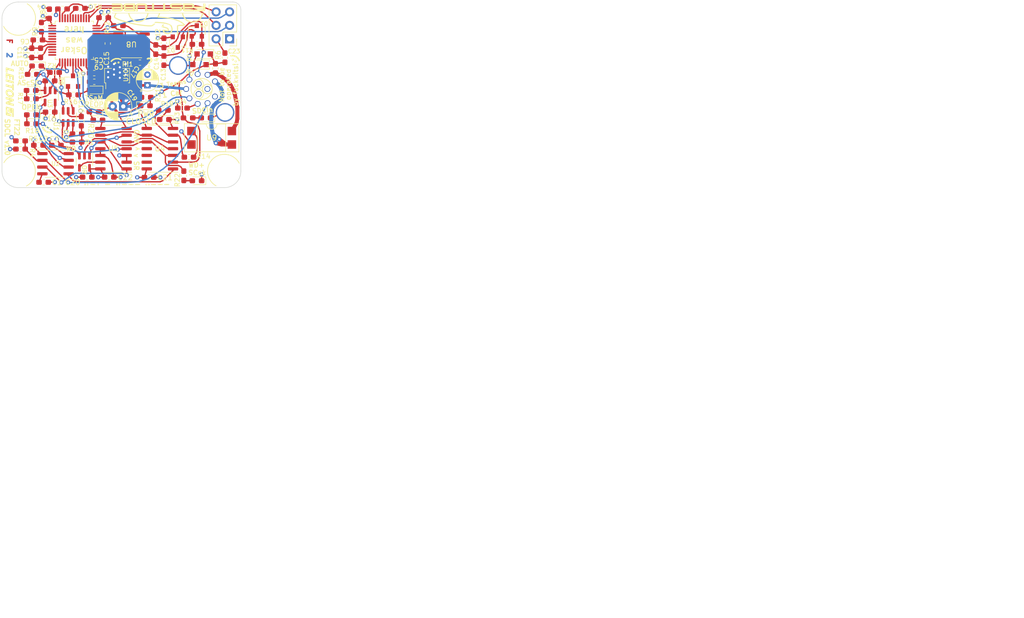
<source format=kicad_pcb>
(kicad_pcb (version 20171130) (host pcbnew 5.1.6)

  (general
    (thickness 1.6)
    (drawings 71)
    (tracks 729)
    (zones 0)
    (modules 81)
    (nets 77)
  )

  (page A4)
  (layers
    (0 F.Cu signal)
    (1 3V3.Cu power hide)
    (2 GND.Cu power hide)
    (31 B.Cu signal)
    (33 F.Adhes user)
    (35 F.Paste user)
    (37 F.SilkS user)
    (38 B.Mask user)
    (39 F.Mask user)
    (40 Dwgs.User user hide)
    (41 Cmts.User user hide)
    (42 Eco1.User user hide)
    (43 Eco2.User user hide)
    (44 Edge.Cuts user)
    (45 Margin user)
    (46 B.CrtYd user)
    (47 F.CrtYd user)
    (49 F.Fab user hide)
  )

  (setup
    (last_trace_width 0.25)
    (user_trace_width 0.5)
    (user_trace_width 0.75)
    (trace_clearance 0.2)
    (zone_clearance 0.33)
    (zone_45_only no)
    (trace_min 0.2)
    (via_size 0.8)
    (via_drill 0.4)
    (via_min_size 0.4)
    (via_min_drill 0.3)
    (uvia_size 0.3)
    (uvia_drill 0.1)
    (uvias_allowed no)
    (uvia_min_size 0.2)
    (uvia_min_drill 0.1)
    (edge_width 0.1)
    (segment_width 0.2)
    (pcb_text_width 0.3)
    (pcb_text_size 1.5 1.5)
    (mod_edge_width 0.15)
    (mod_text_size 1 1)
    (mod_text_width 0.15)
    (pad_size 4.5 4.5)
    (pad_drill 3)
    (pad_to_mask_clearance 0)
    (aux_axis_origin 0 0)
    (visible_elements FFFFFF7F)
    (pcbplotparams
      (layerselection 0x010e0_ffffffff)
      (usegerberextensions false)
      (usegerberattributes true)
      (usegerberadvancedattributes true)
      (creategerberjobfile true)
      (excludeedgelayer true)
      (linewidth 0.100000)
      (plotframeref false)
      (viasonmask false)
      (mode 1)
      (useauxorigin false)
      (hpglpennumber 1)
      (hpglpenspeed 20)
      (hpglpendiameter 15.000000)
      (psnegative false)
      (psa4output false)
      (plotreference true)
      (plotvalue true)
      (plotinvisibletext false)
      (padsonsilk false)
      (subtractmaskfromsilk false)
      (outputformat 1)
      (mirror false)
      (drillshape 0)
      (scaleselection 1)
      (outputdirectory "export/"))
  )

  (net 0 "")
  (net 1 GND)
  (net 2 +3V3)
  (net 3 NRST)
  (net 4 CAN_H)
  (net 5 CAN_L)
  (net 6 +12V)
  (net 7 SDC_in_3V3)
  (net 8 "Net-(D2-Pad3)")
  (net 9 TS_activate_MUXed)
  (net 10 TRACESWO)
  (net 11 SWDIO)
  (net 12 SWCLK)
  (net 13 ~SDC_reset~)
  (net 14 TS_activate_ext)
  (net 15 TS_activate_dash)
  (net 16 SDC_in)
  (net 17 SDC_out)
  (net 18 To_SDC_relais)
  (net 19 AS_driving_mode)
  (net 20 AS_close_SDC)
  (net 21 "Net-(R12-Pad1)")
  (net 22 Watchdog)
  (net 23 SDC_is_ready)
  (net 24 "Net-(U7-Pad46)")
  (net 25 "Net-(U7-Pad45)")
  (net 26 "Net-(U7-Pad43)")
  (net 27 "Net-(U7-Pad42)")
  (net 28 "Net-(U7-Pad41)")
  (net 29 "Net-(U7-Pad40)")
  (net 30 "Net-(U7-Pad38)")
  (net 31 CAN_TX)
  (net 32 CAN_RX)
  (net 33 "Net-(U7-Pad31)")
  (net 34 "Net-(U7-Pad30)")
  (net 35 "Net-(U7-Pad29)")
  (net 36 "Net-(U7-Pad28)")
  (net 37 "Net-(U7-Pad27)")
  (net 38 "Net-(U7-Pad26)")
  (net 39 "Net-(U7-Pad25)")
  (net 40 "Net-(U7-Pad22)")
  (net 41 "Net-(U7-Pad21)")
  (net 42 "Net-(U7-Pad17)")
  (net 43 "Net-(U7-Pad16)")
  (net 44 "Net-(U7-Pad12)")
  (net 45 "Net-(U7-Pad11)")
  (net 46 "Net-(U7-Pad10)")
  (net 47 "Net-(U7-Pad6)")
  (net 48 "Net-(U7-Pad5)")
  (net 49 "Net-(U7-Pad4)")
  (net 50 "Net-(U7-Pad3)")
  (net 51 "Net-(U7-Pad2)")
  (net 52 "Net-(R14-Pad2)")
  (net 53 "Net-(R10-Pad1)")
  (net 54 "Net-(D5-Pad2)")
  (net 55 "Net-(D6-Pad2)")
  (net 56 "Net-(D7-Pad2)")
  (net 57 "Net-(D9-Pad2)")
  (net 58 "Net-(D10-Pad2)")
  (net 59 "Net-(D11-Pad2)")
  (net 60 "Net-(D12-Pad2)")
  (net 61 "Net-(D13-Pad2)")
  (net 62 "/Non-Programmable Logic/~WDO~")
  (net 63 "/Non-Programmable Logic/RP")
  (net 64 "/Non-Programmable Logic/WP")
  (net 65 "/Non-Programmable Logic/correct_button_pressed")
  (net 66 "/Non-Programmable Logic/close_while_allowed")
  (net 67 "/Non-Programmable Logic/reopened")
  (net 68 "/Non-Programmable Logic/~reset_all~")
  (net 69 "/Non-Programmable Logic/closing_allowed")
  (net 70 "/Non-Programmable Logic/~reopen~")
  (net 71 "/Non-Programmable Logic/WD_and_SDCin_ok")
  (net 72 "/Non-Programmable Logic/~try_close~")
  (net 73 "/Non-Programmable Logic/still_initial_open")
  (net 74 "Net-(R!1-Pad2)")
  (net 75 "Net-(D14-Pad2)")
  (net 76 "Net-(R24-Pad2)")

  (net_class Default "This is the default net class."
    (clearance 0.2)
    (trace_width 0.25)
    (via_dia 0.8)
    (via_drill 0.4)
    (uvia_dia 0.3)
    (uvia_drill 0.1)
    (add_net +12V)
    (add_net +3V3)
    (add_net "/Non-Programmable Logic/RP")
    (add_net "/Non-Programmable Logic/WD_and_SDCin_ok")
    (add_net "/Non-Programmable Logic/WP")
    (add_net "/Non-Programmable Logic/close_while_allowed")
    (add_net "/Non-Programmable Logic/closing_allowed")
    (add_net "/Non-Programmable Logic/correct_button_pressed")
    (add_net "/Non-Programmable Logic/reopened")
    (add_net "/Non-Programmable Logic/still_initial_open")
    (add_net "/Non-Programmable Logic/~WDO~")
    (add_net "/Non-Programmable Logic/~reopen~")
    (add_net "/Non-Programmable Logic/~reset_all~")
    (add_net "/Non-Programmable Logic/~try_close~")
    (add_net AS_close_SDC)
    (add_net AS_driving_mode)
    (add_net CAN_H)
    (add_net CAN_L)
    (add_net CAN_RX)
    (add_net CAN_TX)
    (add_net GND)
    (add_net NRST)
    (add_net "Net-(D10-Pad2)")
    (add_net "Net-(D11-Pad2)")
    (add_net "Net-(D12-Pad2)")
    (add_net "Net-(D13-Pad2)")
    (add_net "Net-(D14-Pad2)")
    (add_net "Net-(D2-Pad3)")
    (add_net "Net-(D5-Pad2)")
    (add_net "Net-(D6-Pad2)")
    (add_net "Net-(D7-Pad2)")
    (add_net "Net-(D9-Pad2)")
    (add_net "Net-(R!1-Pad2)")
    (add_net "Net-(R10-Pad1)")
    (add_net "Net-(R12-Pad1)")
    (add_net "Net-(R14-Pad2)")
    (add_net "Net-(R24-Pad2)")
    (add_net "Net-(U7-Pad10)")
    (add_net "Net-(U7-Pad11)")
    (add_net "Net-(U7-Pad12)")
    (add_net "Net-(U7-Pad16)")
    (add_net "Net-(U7-Pad17)")
    (add_net "Net-(U7-Pad2)")
    (add_net "Net-(U7-Pad21)")
    (add_net "Net-(U7-Pad22)")
    (add_net "Net-(U7-Pad25)")
    (add_net "Net-(U7-Pad26)")
    (add_net "Net-(U7-Pad27)")
    (add_net "Net-(U7-Pad28)")
    (add_net "Net-(U7-Pad29)")
    (add_net "Net-(U7-Pad3)")
    (add_net "Net-(U7-Pad30)")
    (add_net "Net-(U7-Pad31)")
    (add_net "Net-(U7-Pad38)")
    (add_net "Net-(U7-Pad4)")
    (add_net "Net-(U7-Pad40)")
    (add_net "Net-(U7-Pad41)")
    (add_net "Net-(U7-Pad42)")
    (add_net "Net-(U7-Pad43)")
    (add_net "Net-(U7-Pad45)")
    (add_net "Net-(U7-Pad46)")
    (add_net "Net-(U7-Pad5)")
    (add_net "Net-(U7-Pad6)")
    (add_net SDC_in)
    (add_net SDC_in_3V3)
    (add_net SDC_is_ready)
    (add_net SDC_out)
    (add_net SWCLK)
    (add_net SWDIO)
    (add_net TRACESWO)
    (add_net TS_activate_MUXed)
    (add_net TS_activate_dash)
    (add_net TS_activate_ext)
    (add_net To_SDC_relais)
    (add_net Watchdog)
    (add_net ~SDC_reset~)
  )

  (module Custom:lightning (layer B.Cu) (tedit 0) (tstamp 61E9B0FE)
    (at 163 81.3 170)
    (fp_text reference G*** (at 0 0 170) (layer B.SilkS) hide
      (effects (font (size 1.524 1.524) (thickness 0.3)) (justify mirror))
    )
    (fp_text value LOGO (at 0.75 0 170) (layer B.SilkS) hide
      (effects (font (size 1.524 1.524) (thickness 0.3)) (justify mirror))
    )
    (fp_poly (pts (xy 0.430913 1.456164) (xy 0.521811 1.455869) (xy 0.606258 1.455399) (xy 0.682846 1.45477)
      (xy 0.75017 1.454) (xy 0.806824 1.453106) (xy 0.851402 1.452106) (xy 0.882496 1.451017)
      (xy 0.898703 1.449856) (xy 0.900767 1.449309) (xy 0.899613 1.43618) (xy 0.888204 1.410419)
      (xy 0.866912 1.372582) (xy 0.836105 1.323223) (xy 0.796154 1.262896) (xy 0.74743 1.192154)
      (xy 0.690303 1.111553) (xy 0.625143 1.021647) (xy 0.552321 0.922989) (xy 0.520924 0.880925)
      (xy 0.450696 0.786623) (xy 0.387458 0.700694) (xy 0.331659 0.623785) (xy 0.283753 0.55654)
      (xy 0.244189 0.499608) (xy 0.213421 0.453634) (xy 0.191898 0.419264) (xy 0.180073 0.397146)
      (xy 0.177799 0.389552) (xy 0.186221 0.387068) (xy 0.211313 0.385) (xy 0.252819 0.383353)
      (xy 0.310481 0.382136) (xy 0.384041 0.381354) (xy 0.473243 0.381015) (xy 0.498627 0.381)
      (xy 0.581533 0.380938) (xy 0.649079 0.380708) (xy 0.702836 0.380246) (xy 0.744378 0.379488)
      (xy 0.775275 0.378369) (xy 0.797102 0.376824) (xy 0.811429 0.374788) (xy 0.81983 0.372197)
      (xy 0.823877 0.368987) (xy 0.824594 0.367607) (xy 0.828836 0.351043) (xy 0.828744 0.332757)
      (xy 0.823583 0.311675) (xy 0.812616 0.286723) (xy 0.795108 0.256825) (xy 0.770322 0.220908)
      (xy 0.737525 0.177895) (xy 0.695978 0.126714) (xy 0.644947 0.066288) (xy 0.583696 -0.004457)
      (xy 0.521042 -0.075779) (xy 0.488377 -0.112738) (xy 0.459582 -0.145221) (xy 0.436528 -0.171128)
      (xy 0.421085 -0.188357) (xy 0.415209 -0.194733) (xy 0.408084 -0.202439) (xy 0.392226 -0.220134)
      (xy 0.370073 -0.245083) (xy 0.347249 -0.270933) (xy 0.321592 -0.300007) (xy 0.300107 -0.324241)
      (xy 0.285226 -0.340902) (xy 0.279516 -0.347133) (xy 0.272568 -0.354586) (xy 0.256354 -0.372267)
      (xy 0.232986 -0.397864) (xy 0.204578 -0.429066) (xy 0.190547 -0.4445) (xy 0.159689 -0.478376)
      (xy 0.13206 -0.508546) (xy 0.110049 -0.532413) (xy 0.096043 -0.547382) (xy 0.093181 -0.550334)
      (xy 0.081063 -0.563159) (xy 0.062153 -0.583961) (xy 0.043085 -0.605367) (xy 0.016888 -0.634711)
      (xy -0.013587 -0.668344) (xy -0.037389 -0.694267) (xy -0.062521 -0.721662) (xy -0.095287 -0.757754)
      (xy -0.132809 -0.799332) (xy -0.172203 -0.843184) (xy -0.210589 -0.886099) (xy -0.245085 -0.924864)
      (xy -0.27281 -0.956269) (xy -0.28511 -0.970373) (xy -0.297634 -0.984671) (xy -0.317857 -1.007561)
      (xy -0.342203 -1.035001) (xy -0.352497 -1.046573) (xy -0.386436 -1.085022) (xy -0.425726 -1.130064)
      (xy -0.467655 -1.17854) (xy -0.509513 -1.227292) (xy -0.548589 -1.27316) (xy -0.582171 -1.312986)
      (xy -0.607549 -1.343611) (xy -0.609656 -1.3462) (xy -0.628962 -1.369823) (xy -0.644009 -1.387949)
      (xy -0.651698 -1.396846) (xy -0.651852 -1.397) (xy -0.658749 -1.405087) (xy -0.673586 -1.423241)
      (xy -0.693767 -1.44827) (xy -0.70525 -1.462617) (xy -0.733676 -1.496546) (xy -0.754347 -1.517543)
      (xy -0.766763 -1.525168) (xy -0.770467 -1.52018) (xy -0.76795 -1.506592) (xy -0.761162 -1.480674)
      (xy -0.751246 -1.446138) (xy -0.739343 -1.406698) (xy -0.726599 -1.366068) (xy -0.714155 -1.327962)
      (xy -0.703154 -1.296091) (xy -0.694766 -1.274234) (xy -0.687035 -1.254591) (xy -0.678025 -1.22967)
      (xy -0.677334 -1.227667) (xy -0.667645 -1.200271) (xy -0.657743 -1.174578) (xy -0.644609 -1.14283)
      (xy -0.641102 -1.134534) (xy -0.614484 -1.07236) (xy -0.586907 -1.009307) (xy -0.557064 -0.942478)
      (xy -0.523651 -0.868977) (xy -0.485363 -0.785908) (xy -0.443217 -0.695343) (xy -0.412795 -0.62958)
      (xy -0.382559 -0.56307) (xy -0.35334 -0.497745) (xy -0.325969 -0.435536) (xy -0.301278 -0.378374)
      (xy -0.280099 -0.328192) (xy -0.263262 -0.28692) (xy -0.251599 -0.256491) (xy -0.245942 -0.238836)
      (xy -0.245534 -0.236082) (xy -0.253703 -0.23432) (xy -0.277022 -0.232715) (xy -0.313706 -0.231313)
      (xy -0.361972 -0.230157) (xy -0.420037 -0.229291) (xy -0.486117 -0.228758) (xy -0.549834 -0.2286)
      (xy -0.625875 -0.228387) (xy -0.693874 -0.227776) (xy -0.752269 -0.226805) (xy -0.799496 -0.225514)
      (xy -0.833991 -0.223943) (xy -0.854192 -0.222132) (xy -0.858975 -0.220768) (xy -0.859749 -0.207707)
      (xy -0.85564 -0.193251) (xy -0.849377 -0.177213) (xy -0.838988 -0.149613) (xy -0.826105 -0.114814)
      (xy -0.81662 -0.0889) (xy -0.805325 -0.058389) (xy -0.789682 -0.016813) (xy -0.770928 0.032601)
      (xy -0.750304 0.086629) (xy -0.729047 0.142043) (xy -0.708395 0.195618) (xy -0.689587 0.244128)
      (xy -0.673863 0.284347) (xy -0.662459 0.313048) (xy -0.659784 0.319616) (xy -0.650043 0.343809)
      (xy -0.6446 0.357716) (xy -0.635655 0.38037) (xy -0.627667 0.40005) (xy -0.617605 0.424458)
      (xy -0.610217 0.442383) (xy -0.604806 0.455976) (xy -0.59437 0.482587) (xy -0.57999 0.519444)
      (xy -0.562749 0.563771) (xy -0.54373 0.612796) (xy -0.541687 0.618067) (xy -0.522303 0.667965)
      (xy -0.504336 0.713963) (xy -0.488931 0.753144) (xy -0.477236 0.782592) (xy -0.470399 0.799391)
      (xy -0.470096 0.8001) (xy -0.459399 0.826645) (xy -0.448928 0.854971) (xy -0.448872 0.855133)
      (xy -0.434563 0.894998) (xy -0.420641 0.930572) (xy -0.416854 0.9398) (xy -0.40792 0.962833)
      (xy -0.398316 0.989491) (xy -0.397934 0.9906) (xy -0.389142 1.015456) (xy -0.381479 1.035959)
      (xy -0.381 1.037166) (xy -0.373616 1.056793) (xy -0.364768 1.081699) (xy -0.364067 1.083733)
      (xy -0.355164 1.108602) (xy -0.34724 1.129107) (xy -0.346741 1.1303) (xy -0.340888 1.145696)
      (xy -0.330903 1.173503) (xy -0.318046 1.210077) (xy -0.303575 1.251777) (xy -0.288748 1.294959)
      (xy -0.274825 1.335981) (xy -0.263064 1.3712) (xy -0.256052 1.392767) (xy -0.246844 1.419027)
      (xy -0.238228 1.439273) (xy -0.234555 1.445683) (xy -0.229445 1.447876) (xy -0.21701 1.449766)
      (xy -0.196247 1.451373) (xy -0.166151 1.452715) (xy -0.125718 1.45381) (xy -0.073945 1.454678)
      (xy -0.009827 1.455337) (xy 0.067639 1.455805) (xy 0.159458 1.456102) (xy 0.266634 1.456246)
      (xy 0.33497 1.456266) (xy 0.430913 1.456164)) (layer B.Mask) (width 0.01))
  )

  (module Custom:FTLogo_DV (layer B.Cu) (tedit 0) (tstamp 61E9AF52)
    (at 159.254177 84.263653 180)
    (fp_text reference G*** (at 0 0) (layer B.SilkS) hide
      (effects (font (size 1.524 1.524) (thickness 0.3)) (justify mirror))
    )
    (fp_text value LOGO (at 0.75 0) (layer B.SilkS) hide
      (effects (font (size 1.524 1.524) (thickness 0.3)) (justify mirror))
    )
    (fp_poly (pts (xy -3.695095 -1.040191) (xy -4.620381 -1.040191) (xy -4.620381 -1.130905) (xy -3.695095 -1.130905)
      (xy -3.695095 -1.336524) (xy -4.620381 -1.336524) (xy -4.620381 -1.651) (xy -4.838095 -1.651)
      (xy -4.837997 -1.398512) (xy -4.837847 -1.31996) (xy -4.837415 -1.252464) (xy -4.836627 -1.19499)
      (xy -4.83541 -1.146501) (xy -4.833692 -1.10596) (xy -4.8314 -1.072332) (xy -4.828461 -1.044581)
      (xy -4.824802 -1.02167) (xy -4.820349 -1.002562) (xy -4.815031 -0.986223) (xy -4.808774 -0.971615)
      (xy -4.807823 -0.969656) (xy -4.792758 -0.944115) (xy -4.774673 -0.920669) (xy -4.763758 -0.909675)
      (xy -4.726433 -0.883197) (xy -4.682012 -0.861248) (xy -4.63525 -0.84593) (xy -4.608221 -0.840822)
      (xy -4.594321 -0.839805) (xy -4.56935 -0.838845) (xy -4.534329 -0.837954) (xy -4.490282 -0.837147)
      (xy -4.438233 -0.836434) (xy -4.379205 -0.835831) (xy -4.31422 -0.835349) (xy -4.244302 -0.835001)
      (xy -4.170474 -0.834801) (xy -4.129012 -0.834758) (xy -3.695095 -0.834572) (xy -3.695095 -1.040191)) (layer B.Mask) (width 0.01))
    (fp_poly (pts (xy -3.152322 -0.835817) (xy -2.663976 -0.837595) (xy -2.630993 -0.854953) (xy -2.594256 -0.879662)
      (xy -2.559225 -0.913171) (xy -2.529005 -0.952266) (xy -2.51613 -0.973908) (xy -2.508055 -0.9895)
      (xy -2.502265 -1.002838) (xy -2.49825 -1.016547) (xy -2.495498 -1.033255) (xy -2.493499 -1.055588)
      (xy -2.49174 -1.086174) (xy -2.490874 -1.103691) (xy -2.489827 -1.131344) (xy -2.488844 -1.168978)
      (xy -2.487956 -1.214476) (xy -2.487196 -1.265724) (xy -2.486595 -1.320606) (xy -2.486186 -1.377006)
      (xy -2.486018 -1.422703) (xy -2.485572 -1.651) (xy -2.931584 -1.650003) (xy -3.005653 -1.649791)
      (xy -3.077452 -1.649497) (xy -3.145867 -1.64913) (xy -3.209786 -1.6487) (xy -3.268098 -1.648218)
      (xy -3.31969 -1.647693) (xy -3.36345 -1.647136) (xy -3.398267 -1.646556) (xy -3.423027 -1.645964)
      (xy -3.435183 -1.645467) (xy -3.465543 -1.642995) (xy -3.48854 -1.63919) (xy -3.508905 -1.632904)
      (xy -3.53137 -1.622986) (xy -3.534969 -1.621234) (xy -3.576058 -1.595877) (xy -3.613664 -1.562856)
      (xy -3.644591 -1.525301) (xy -3.660322 -1.49847) (xy -3.667367 -1.483104) (xy -3.672088 -1.469359)
      (xy -3.674945 -1.454209) (xy -3.676398 -1.434627) (xy -3.676907 -1.407588) (xy -3.676953 -1.389146)
      (xy -3.676777 -1.357138) (xy -3.676248 -1.342572) (xy -3.459238 -1.342572) (xy -3.459238 -1.439333)
      (xy -2.703286 -1.439333) (xy -2.703286 -1.342572) (xy -3.459238 -1.342572) (xy -3.676248 -1.342572)
      (xy -3.675947 -1.334315) (xy -3.674006 -1.317765) (xy -3.6705 -1.304582) (xy -3.664973 -1.291854)
      (xy -3.660322 -1.282896) (xy -3.631884 -1.240968) (xy -3.594828 -1.203452) (xy -3.551899 -1.172481)
      (xy -3.505842 -1.150185) (xy -3.478905 -1.142097) (xy -3.466048 -1.140556) (xy -3.441532 -1.139099)
      (xy -3.405793 -1.137736) (xy -3.359267 -1.136475) (xy -3.302389 -1.135328) (xy -3.235596 -1.134305)
      (xy -3.159324 -1.133416) (xy -3.076726 -1.132692) (xy -2.703286 -1.129878) (xy -2.703286 -1.040191)
      (xy -3.640667 -1.040191) (xy -3.640667 -0.834038) (xy -3.152322 -0.835817)) (layer B.Mask) (width 0.01))
    (fp_poly (pts (xy -1.215572 -1.040191) (xy -2.201334 -1.040191) (xy -2.201334 -1.130905) (xy -1.824869 -1.131231)
      (xy -1.756984 -1.131367) (xy -1.691535 -1.131646) (xy -1.629725 -1.132054) (xy -1.572754 -1.132576)
      (xy -1.521823 -1.133197) (xy -1.478134 -1.133902) (xy -1.442887 -1.134677) (xy -1.417283 -1.135507)
      (xy -1.402525 -1.136377) (xy -1.402166 -1.136414) (xy -1.346496 -1.148134) (xy -1.295104 -1.171159)
      (xy -1.247957 -1.205506) (xy -1.239395 -1.21339) (xy -1.202994 -1.255386) (xy -1.177993 -1.301188)
      (xy -1.164306 -1.35108) (xy -1.161846 -1.405339) (xy -1.167187 -1.448382) (xy -1.181684 -1.493777)
      (xy -1.206525 -1.535806) (xy -1.240123 -1.573084) (xy -1.280891 -1.604226) (xy -1.327239 -1.627846)
      (xy -1.377582 -1.642559) (xy -1.392432 -1.644927) (xy -1.405425 -1.645836) (xy -1.429482 -1.646704)
      (xy -1.46357 -1.647521) (xy -1.506658 -1.648275) (xy -1.557713 -1.648953) (xy -1.615704 -1.649544)
      (xy -1.679599 -1.650037) (xy -1.748366 -1.65042) (xy -1.820973 -1.65068) (xy -1.896389 -1.650806)
      (xy -1.909536 -1.650813) (xy -2.382762 -1.651) (xy -2.382762 -1.548896) (xy -2.382714 -1.511596)
      (xy -2.382417 -1.48463) (xy -2.381645 -1.466237) (xy -2.380173 -1.454657) (xy -2.377772 -1.448128)
      (xy -2.374216 -1.444889) (xy -2.36928 -1.443179) (xy -2.369155 -1.443145) (xy -2.361106 -1.442577)
      (xy -2.341897 -1.442035) (xy -2.312462 -1.441524) (xy -2.273736 -1.441052) (xy -2.226654 -1.440626)
      (xy -2.172151 -1.440253) (xy -2.111161 -1.43994) (xy -2.04462 -1.439694) (xy -1.973462 -1.439521)
      (xy -1.898621 -1.439429) (xy -1.867203 -1.439416) (xy -1.378857 -1.439333) (xy -1.378857 -1.348619)
      (xy -1.691822 -1.348075) (xy -1.756829 -1.347885) (xy -1.821896 -1.347551) (xy -1.885291 -1.347091)
      (xy -1.945282 -1.346524) (xy -2.000138 -1.345869) (xy -2.048125 -1.345143) (xy -2.087513 -1.344366)
      (xy -2.11657 -1.343555) (xy -2.116999 -1.34354) (xy -2.229212 -1.339548) (xy -2.274237 -1.317151)
      (xy -2.321474 -1.289797) (xy -2.358719 -1.259092) (xy -2.387988 -1.223123) (xy -2.405267 -1.192869)
      (xy -2.416053 -1.170257) (xy -2.422769 -1.152715) (xy -2.426365 -1.135891) (xy -2.427794 -1.115435)
      (xy -2.42801 -1.088864) (xy -2.425195 -1.04347) (xy -2.415968 -1.005658) (xy -2.398876 -0.971977)
      (xy -2.372463 -0.938973) (xy -2.359027 -0.925252) (xy -2.315631 -0.889104) (xy -2.269238 -0.863465)
      (xy -2.217501 -0.847263) (xy -2.174119 -0.840691) (xy -2.158138 -0.839737) (xy -2.131178 -0.838828)
      (xy -2.094355 -0.837976) (xy -2.048783 -0.837195) (xy -1.99558 -0.836498) (xy -1.935862 -0.835898)
      (xy -1.870743 -0.835407) (xy -1.801341 -0.83504) (xy -1.728771 -0.834808) (xy -1.664607 -0.834728)
      (xy -1.215572 -0.834572) (xy -1.215572 -1.040191)) (layer B.Mask) (width 0.01))
    (fp_poly (pts (xy 1.161143 -1.040191) (xy 0.689428 -1.040191) (xy 0.689428 -1.651) (xy 0.471714 -1.651)
      (xy 0.471714 -1.040191) (xy -0.453572 -1.040191) (xy -0.453572 -1.651) (xy -0.671286 -1.651)
      (xy -0.671286 -1.040191) (xy -1.143 -1.040191) (xy -1.143 -0.834572) (xy 1.161143 -0.834572)
      (xy 1.161143 -1.040191)) (layer B.Mask) (width 0.01))
    (fp_poly (pts (xy 1.397 -1.439333) (xy 2.159 -1.439333) (xy 2.159 -0.834572) (xy 2.377313 -0.834572)
      (xy 2.375502 -1.15056) (xy 2.37369 -1.466548) (xy 2.355547 -1.49973) (xy 2.330248 -1.536987)
      (xy 2.296858 -1.573189) (xy 2.259114 -1.604759) (xy 2.222093 -1.627467) (xy 2.180443 -1.647976)
      (xy 1.787209 -1.649626) (xy 1.393976 -1.651277) (xy 1.344906 -1.627133) (xy 1.295162 -1.596415)
      (xy 1.253354 -1.557695) (xy 1.22044 -1.512304) (xy 1.197375 -1.461577) (xy 1.185117 -1.406847)
      (xy 1.184794 -1.403929) (xy 1.183747 -1.387951) (xy 1.182761 -1.361417) (xy 1.181864 -1.325864)
      (xy 1.181081 -1.282832) (xy 1.180437 -1.233859) (xy 1.17996 -1.180484) (xy 1.179674 -1.124244)
      (xy 1.179612 -1.096131) (xy 1.179285 -0.834572) (xy 1.397 -0.834572) (xy 1.397 -1.439333)) (layer B.Mask) (width 0.01))
    (fp_poly (pts (xy 2.937631 -0.835792) (xy 3.438071 -0.837595) (xy 3.478349 -0.856624) (xy 3.525706 -0.88456)
      (xy 3.563069 -0.919152) (xy 3.590918 -0.961007) (xy 3.609732 -1.010732) (xy 3.613855 -1.028079)
      (xy 3.618663 -1.061202) (xy 3.618375 -1.093443) (xy 3.612585 -1.128027) (xy 3.600891 -1.16818)
      (xy 3.593803 -1.188357) (xy 3.576145 -1.236738) (xy 3.59628 -1.276048) (xy 3.619161 -1.329059)
      (xy 3.631272 -1.378458) (xy 3.632814 -1.425728) (xy 3.623987 -1.472355) (xy 3.623093 -1.475289)
      (xy 3.602396 -1.521782) (xy 3.57118 -1.562761) (xy 3.529918 -1.597762) (xy 3.479081 -1.626321)
      (xy 3.462262 -1.633472) (xy 3.425976 -1.647899) (xy 2.931583 -1.649774) (xy 2.43719 -1.651648)
      (xy 2.43719 -1.348619) (xy 2.648857 -1.348619) (xy 2.648857 -1.439333) (xy 3.404809 -1.439333)
      (xy 3.404809 -1.348619) (xy 2.648857 -1.348619) (xy 2.43719 -1.348619) (xy 2.43719 -1.040191)
      (xy 2.648857 -1.040191) (xy 2.648857 -1.130905) (xy 3.392714 -1.130905) (xy 3.392714 -1.040191)
      (xy 2.648857 -1.040191) (xy 2.43719 -1.040191) (xy 2.43719 -0.833989) (xy 2.937631 -0.835792)) (layer B.Mask) (width 0.01))
    (fp_poly (pts (xy 4.692952 -0.858733) (xy 4.740497 -0.890547) (xy 4.779208 -0.929669) (xy 4.808298 -0.975008)
      (xy 4.826977 -1.025476) (xy 4.831928 -1.050602) (xy 4.833746 -1.069319) (xy 4.835351 -1.097545)
      (xy 4.83665 -1.132691) (xy 4.837551 -1.172173) (xy 4.837961 -1.213403) (xy 4.837975 -1.220107)
      (xy 4.838095 -1.348619) (xy 3.906762 -1.348619) (xy 3.906762 -1.439333) (xy 4.838095 -1.439333)
      (xy 4.838095 -1.651) (xy 4.410226 -1.650022) (xy 4.337725 -1.649805) (xy 4.267539 -1.649498)
      (xy 4.200802 -1.649111) (xy 4.138645 -1.648655) (xy 4.082202 -1.648141) (xy 4.032605 -1.64758)
      (xy 3.990988 -1.646984) (xy 3.958482 -1.646363) (xy 3.93622 -1.645729) (xy 3.927928 -1.645325)
      (xy 3.898578 -1.642668) (xy 3.876576 -1.638596) (xy 3.857176 -1.631866) (xy 3.835632 -1.621234)
      (xy 3.835286 -1.621048) (xy 3.800566 -1.598554) (xy 3.766452 -1.569744) (xy 3.736675 -1.538112)
      (xy 3.716489 -1.509814) (xy 3.700746 -1.482951) (xy 3.703838 -1.040191) (xy 3.906762 -1.040191)
      (xy 3.906762 -1.130905) (xy 4.620381 -1.130905) (xy 4.620381 -1.040191) (xy 3.906762 -1.040191)
      (xy 3.703838 -1.040191) (xy 3.704166 -0.993295) (xy 3.731381 -0.952935) (xy 3.758449 -0.919154)
      (xy 3.79081 -0.891493) (xy 3.83101 -0.868032) (xy 3.862735 -0.854054) (xy 3.903738 -0.837657)
      (xy 4.27869 -0.837626) (xy 4.653643 -0.837595) (xy 4.692952 -0.858733)) (layer B.Mask) (width 0.01))
    (fp_poly (pts (xy -1.89419 1.14533) (xy -1.895929 0.633612) (xy -1.919729 0.61304) (xy -1.938703 0.599296)
      (xy -1.961586 0.588249) (xy -1.99049 0.579221) (xy -2.027528 0.571534) (xy -2.068286 0.565373)
      (xy -2.094237 0.562556) (xy -2.130144 0.559612) (xy -2.173874 0.556644) (xy -2.22329 0.553759)
      (xy -2.276256 0.551062) (xy -2.330636 0.548658) (xy -2.384296 0.546652) (xy -2.435099 0.545149)
      (xy -2.480909 0.544255) (xy -2.500691 0.544072) (xy -2.567215 0.543737) (xy -2.533953 0.513084)
      (xy -2.441368 0.434421) (xy -2.339941 0.361023) (xy -2.229358 0.292749) (xy -2.109304 0.229459)
      (xy -1.979464 0.17101) (xy -1.839524 0.117263) (xy -1.68917 0.068075) (xy -1.528087 0.023306)
      (xy -1.355961 -0.017187) (xy -1.350247 -0.018418) (xy -1.277424 -0.0337) (xy -1.206375 -0.047812)
      (xy -1.135984 -0.060897) (xy -1.065136 -0.073101) (xy -0.992713 -0.084568) (xy -0.917601 -0.095443)
      (xy -0.838682 -0.10587) (xy -0.754842 -0.115995) (xy -0.664964 -0.125962) (xy -0.567931 -0.135916)
      (xy -0.462629 -0.146001) (xy -0.347941 -0.156362) (xy -0.22275 -0.167144) (xy -0.167702 -0.171756)
      (xy -0.107383 -0.176838) (xy -0.050741 -0.181739) (xy 0.001086 -0.186349) (xy 0.046961 -0.190563)
      (xy 0.085745 -0.194272) (xy 0.1163 -0.19737) (xy 0.137487 -0.199748) (xy 0.148169 -0.201301)
      (xy 0.149225 -0.201638) (xy 0.148193 -0.208206) (xy 0.142681 -0.223521) (xy 0.133534 -0.245472)
      (xy 0.121597 -0.271947) (xy 0.118184 -0.27922) (xy 0.095739 -0.327324) (xy 0.073634 -0.375924)
      (xy 0.052404 -0.423736) (xy 0.032584 -0.469473) (xy 0.014709 -0.511849) (xy -0.000687 -0.549579)
      (xy -0.013069 -0.581377) (xy -0.021902 -0.605957) (xy -0.026651 -0.622033) (xy -0.026966 -0.628196)
      (xy -0.020492 -0.628777) (xy -0.002793 -0.62937) (xy 0.025264 -0.629966) (xy 0.062809 -0.630557)
      (xy 0.108972 -0.631134) (xy 0.162885 -0.631687) (xy 0.223678 -0.632207) (xy 0.290483 -0.632686)
      (xy 0.36243 -0.633115) (xy 0.43865 -0.633484) (xy 0.511609 -0.633763) (xy 0.60701 -0.634054)
      (xy 0.690976 -0.634242) (xy 0.764166 -0.634322) (xy 0.827241 -0.634285) (xy 0.880859 -0.634124)
      (xy 0.925682 -0.633832) (xy 0.962367 -0.633401) (xy 0.991576 -0.632823) (xy 1.013968 -0.632093)
      (xy 1.030202 -0.6312) (xy 1.040939 -0.63014) (xy 1.046837 -0.628903) (xy 1.048538 -0.627716)
      (xy 1.050499 -0.618636) (xy 1.05401 -0.600703) (xy 1.058482 -0.576972) (xy 1.061159 -0.562429)
      (xy 1.078368 -0.489148) (xy 1.103439 -0.41182) (xy 1.134896 -0.334089) (xy 1.171266 -0.259597)
      (xy 1.211072 -0.191988) (xy 1.211146 -0.191875) (xy 1.275899 -0.10339) (xy 1.348996 -0.0231)
      (xy 1.429573 0.048643) (xy 1.516765 0.111487) (xy 1.609708 0.165078) (xy 1.707537 0.209064)
      (xy 1.809388 0.243091) (xy 1.914395 0.266808) (xy 2.021694 0.279861) (xy 2.130421 0.281898)
      (xy 2.239711 0.272565) (xy 2.316238 0.259045) (xy 2.381715 0.242869) (xy 2.443829 0.222864)
      (xy 2.506812 0.197515) (xy 2.567214 0.169137) (xy 2.635541 0.132641) (xy 2.695841 0.094354)
      (xy 2.75202 0.051475) (xy 2.807982 0.001206) (xy 2.82589 -0.016309) (xy 2.870843 -0.062137)
      (xy 2.908222 -0.103147) (xy 2.939941 -0.142019) (xy 2.967919 -0.181435) (xy 2.994072 -0.224073)
      (xy 3.020315 -0.272613) (xy 3.045589 -0.323548) (xy 3.068697 -0.374297) (xy 3.08762 -0.422845)
      (xy 3.103641 -0.473079) (xy 3.118045 -0.528891) (xy 3.127473 -0.571547) (xy 3.140787 -0.635)
      (xy 4.352316 -0.635) (xy 4.407305 -0.521607) (xy 4.437343 -0.4579) (xy 4.461082 -0.403547)
      (xy 4.478832 -0.357774) (xy 4.490897 -0.319801) (xy 4.496422 -0.295855) (xy 4.496079 -0.277387)
      (xy 4.487457 -0.259053) (xy 4.469588 -0.239561) (xy 4.441504 -0.217622) (xy 4.433604 -0.212167)
      (xy 4.382434 -0.180473) (xy 4.320048 -0.147036) (xy 4.24716 -0.112095) (xy 4.164487 -0.075884)
      (xy 4.072745 -0.038641) (xy 3.972649 -0.000601) (xy 3.864915 0.037999) (xy 3.750259 0.076922)
      (xy 3.629396 0.115932) (xy 3.503043 0.154793) (xy 3.371914 0.193269) (xy 3.236727 0.231123)
      (xy 3.098196 0.268118) (xy 2.957037 0.30402) (xy 2.813966 0.33859) (xy 2.669699 0.371593)
      (xy 2.657928 0.374202) (xy 2.514415 0.404747) (xy 2.367495 0.433736) (xy 2.218463 0.460997)
      (xy 2.068613 0.48636) (xy 1.919238 0.509654) (xy 1.771633 0.530708) (xy 1.62709 0.549352)
      (xy 1.486904 0.565416) (xy 1.352368 0.578727) (xy 1.224777 0.589116) (xy 1.105423 0.596412)
      (xy 0.995601 0.600445) (xy 0.937381 0.601219) (xy 0.879441 0.601201) (xy 0.831937 0.600511)
      (xy 0.793215 0.598864) (xy 0.761622 0.595972) (xy 0.735503 0.591551) (xy 0.713207 0.585315)
      (xy 0.693078 0.576977) (xy 0.673464 0.566252) (xy 0.652712 0.552854) (xy 0.651049 0.551724)
      (xy 0.624461 0.533194) (xy 0.596751 0.513218) (xy 0.572725 0.495279) (xy 0.566399 0.49038)
      (xy 0.541103 0.470539) (xy 0.522422 0.456839) (xy 0.507251 0.448225) (xy 0.492484 0.443642)
      (xy 0.475018 0.442032) (xy 0.451745 0.442342) (xy 0.42772 0.44323) (xy 0.399461 0.4446)
      (xy 0.375727 0.446405) (xy 0.359075 0.448405) (xy 0.352125 0.450288) (xy 0.3544 0.456084)
      (xy 0.364325 0.46828) (xy 0.380356 0.485417) (xy 0.400949 0.506036) (xy 0.424558 0.52868)
      (xy 0.449639 0.55189) (xy 0.474648 0.574207) (xy 0.49804 0.594174) (xy 0.51827 0.610331)
      (xy 0.531862 0.620003) (xy 0.573786 0.645276) (xy 0.616435 0.667833) (xy 0.656431 0.686008)
      (xy 0.68979 0.697958) (xy 0.726453 0.705747) (xy 0.774277 0.711262) (xy 0.832552 0.714551)
      (xy 0.900568 0.715661) (xy 0.977613 0.71464) (xy 1.06298 0.711534) (xy 1.155957 0.706391)
      (xy 1.255835 0.699259) (xy 1.361903 0.690184) (xy 1.473452 0.679213) (xy 1.589771 0.666395)
      (xy 1.710152 0.651777) (xy 1.833883 0.635405) (xy 1.960254 0.617327) (xy 2.007809 0.610174)
      (xy 2.145791 0.588552) (xy 2.274622 0.567071) (xy 2.397227 0.545179) (xy 2.516531 0.522322)
      (xy 2.635459 0.497945) (xy 2.756934 0.471496) (xy 2.839357 0.452766) (xy 3.042878 0.404577)
      (xy 3.23482 0.356572) (xy 3.415125 0.30877) (xy 3.583734 0.261187) (xy 3.740587 0.213843)
      (xy 3.885628 0.166756) (xy 4.018796 0.119944) (xy 4.140034 0.073425) (xy 4.249283 0.027217)
      (xy 4.321024 -0.006111) (xy 4.377326 -0.035039) (xy 4.430553 -0.065532) (xy 4.479584 -0.096733)
      (xy 4.5233 -0.127784) (xy 4.560581 -0.157829) (xy 4.590308 -0.186009) (xy 4.611361 -0.21147)
      (xy 4.62262 -0.233352) (xy 4.623713 -0.23782) (xy 4.625162 -0.258344) (xy 4.622459 -0.2832)
      (xy 4.615276 -0.31335) (xy 4.603287 -0.349757) (xy 4.586164 -0.393381) (xy 4.563581 -0.445185)
      (xy 4.53521 -0.50613) (xy 4.525927 -0.525498) (xy 4.510234 -0.55817) (xy 4.496517 -0.586932)
      (xy 4.48558 -0.610081) (xy 4.478227 -0.625914) (xy 4.475262 -0.632727) (xy 4.475238 -0.632844)
      (xy 4.481037 -0.633388) (xy 4.497441 -0.633882) (xy 4.522958 -0.634308) (xy 4.556099 -0.634647)
      (xy 4.595372 -0.634881) (xy 4.639286 -0.634993) (xy 4.653643 -0.635) (xy 4.832047 -0.635)
      (xy 4.832047 -0.683381) (xy -4.838095 -0.683381) (xy -4.838095 -0.635) (xy -4.592582 -0.635)
      (xy -4.590649 -0.624567) (xy -4.470187 -0.624567) (xy -4.467576 -0.630068) (xy -4.467391 -0.630193)
      (xy -4.460632 -0.630707) (xy -4.442426 -0.631206) (xy -4.413422 -0.631688) (xy -4.374266 -0.632148)
      (xy -4.325607 -0.632583) (xy -4.268093 -0.632991) (xy -4.202373 -0.633369) (xy -4.129094 -0.633713)
      (xy -4.048904 -0.634019) (xy -3.962452 -0.634286) (xy -3.870385 -0.634509) (xy -3.773351 -0.634686)
      (xy -3.672 -0.634814) (xy -3.566978 -0.634889) (xy -3.497036 -0.634908) (xy -3.369156 -0.634909)
      (xy -3.252843 -0.634884) (xy -3.14757 -0.634829) (xy -3.052809 -0.634737) (xy -2.968033 -0.634606)
      (xy -2.892714 -0.63443) (xy -2.826325 -0.634204) (xy -2.768337 -0.633924) (xy -2.718223 -0.633585)
      (xy -2.675456 -0.633182) (xy -2.639507 -0.63271) (xy -2.609849 -0.632166) (xy -2.585956 -0.631543)
      (xy -2.567297 -0.630838) (xy -2.553348 -0.630046) (xy -2.543578 -0.629162) (xy -2.537462 -0.628181)
      (xy -2.534471 -0.627099) (xy -2.533953 -0.626324) (xy -2.536207 -0.604891) (xy -2.542475 -0.574679)
      (xy -2.552013 -0.538029) (xy -2.564078 -0.497284) (xy -2.577925 -0.454784) (xy -2.59281 -0.412871)
      (xy -2.607992 -0.373886) (xy -2.622724 -0.340172) (xy -2.628739 -0.327873) (xy -2.682088 -0.236351)
      (xy -2.745064 -0.151264) (xy -2.816712 -0.073353) (xy -2.896076 -0.003356) (xy -2.9822 0.057988)
      (xy -3.074128 0.109939) (xy -3.170905 0.151757) (xy -3.271576 0.182704) (xy -3.296215 0.188433)
      (xy -3.318369 0.192986) (xy -3.339027 0.196431) (xy -3.360431 0.19892) (xy -3.384824 0.200605)
      (xy -3.414448 0.201639) (xy -3.451545 0.202173) (xy -3.498356 0.202359) (xy -3.501572 0.202363)
      (xy -3.551005 0.202235) (xy -3.590412 0.201665) (xy -3.621858 0.200536) (xy -3.647408 0.198731)
      (xy -3.669126 0.196131) (xy -3.689078 0.192619) (xy -3.695095 0.191355) (xy -3.802605 0.16214)
      (xy -3.904273 0.122653) (xy -3.999576 0.073411) (xy -4.087989 0.01493) (xy -4.168988 -0.052274)
      (xy -4.24205 -0.127685) (xy -4.306649 -0.210786) (xy -4.362262 -0.301061) (xy -4.408366 -0.397995)
      (xy -4.444435 -0.501071) (xy -4.460275 -0.56225) (xy -4.466715 -0.592363) (xy -4.469959 -0.612567)
      (xy -4.470187 -0.624567) (xy -4.590649 -0.624567) (xy -4.581657 -0.576036) (xy -4.568623 -0.518769)
      (xy -4.550145 -0.456091) (xy -4.527347 -0.390773) (xy -4.501355 -0.325589) (xy -4.473292 -0.263311)
      (xy -4.444284 -0.206711) (xy -4.415454 -0.158563) (xy -4.407699 -0.147161) (xy -4.373472 -0.102061)
      (xy -4.332643 -0.054042) (xy -4.288603 -0.006799) (xy -4.244744 0.035974) (xy -4.217514 0.059987)
      (xy -4.127671 0.129083) (xy -4.036164 0.186933) (xy -3.941685 0.234074) (xy -3.842925 0.271039)
      (xy -3.738574 0.298366) (xy -3.627325 0.316589) (xy -3.578217 0.321658) (xy -3.472293 0.324881)
      (xy -3.365467 0.316569) (xy -3.258884 0.297111) (xy -3.15369 0.266893) (xy -3.05103 0.226301)
      (xy -2.952051 0.175723) (xy -2.857898 0.115546) (xy -2.774444 0.05025) (xy -2.714671 -0.007049)
      (xy -2.656361 -0.074207) (xy -2.601174 -0.148987) (xy -2.550772 -0.229154) (xy -2.510323 -0.305195)
      (xy -2.496147 -0.337306) (xy -2.481363 -0.375941) (xy -2.466675 -0.418691) (xy -2.452789 -0.46315)
      (xy -2.440407 -0.506908) (xy -2.430235 -0.547557) (xy -2.422977 -0.58269) (xy -2.419337 -0.609899)
      (xy -2.419048 -0.617268) (xy -2.419048 -0.635032) (xy -2.395357 -0.635) (xy 1.165817 -0.635)
      (xy 3.02404 -0.635) (xy 3.020254 -0.618369) (xy 3.002577 -0.545649) (xy 2.984516 -0.48242)
      (xy 2.965037 -0.426096) (xy 2.943108 -0.374091) (xy 2.917693 -0.323819) (xy 2.887761 -0.272692)
      (xy 2.872565 -0.248752) (xy 2.846581 -0.212636) (xy 2.813144 -0.172174) (xy 2.774716 -0.129946)
      (xy 2.733759 -0.088531) (xy 2.692735 -0.050509) (xy 2.654107 -0.01846) (xy 2.649201 -0.014724)
      (xy 2.611589 0.011108) (xy 2.566299 0.038368) (xy 2.517225 0.064971) (xy 2.468262 0.088834)
      (xy 2.423307 0.10787) (xy 2.413 0.111685) (xy 2.311185 0.141808) (xy 2.20822 0.160229)
      (xy 2.104983 0.167134) (xy 2.00235 0.162707) (xy 1.901201 0.147133) (xy 1.802412 0.120595)
      (xy 1.70686 0.083279) (xy 1.615424 0.035369) (xy 1.528982 -0.022951) (xy 1.449008 -0.090928)
      (xy 1.382892 -0.160772) (xy 1.323683 -0.237576) (xy 1.272318 -0.319607) (xy 1.229734 -0.405132)
      (xy 1.196869 -0.492417) (xy 1.174661 -0.579729) (xy 1.170072 -0.606622) (xy 1.165817 -0.635)
      (xy -2.395357 -0.635) (xy -1.2878 -0.633504) (xy -0.156553 -0.631976) (xy -0.120785 -0.539319)
      (xy -0.10545 -0.500256) (xy -0.088357 -0.457792) (xy -0.071347 -0.416438) (xy -0.056261 -0.380706)
      (xy -0.052836 -0.372789) (xy -0.020655 -0.298917) (xy -0.259792 -0.27933) (xy -0.41629 -0.265927)
      (xy -0.561753 -0.252223) (xy -0.697239 -0.23807) (xy -0.823807 -0.223323) (xy -0.942516 -0.207836)
      (xy -1.054424 -0.191465) (xy -1.16059 -0.174062) (xy -1.262073 -0.155483) (xy -1.359932 -0.135582)
      (xy -1.448405 -0.115808) (xy -1.612696 -0.074209) (xy -1.768606 -0.028064) (xy -1.91568 0.022427)
      (xy -2.05346 0.077068) (xy -2.181491 0.13566) (xy -2.299317 0.198005) (xy -2.406481 0.263906)
      (xy -2.502528 0.333164) (xy -2.524881 0.351089) (xy -2.55361 0.375583) (xy -2.583819 0.402966)
      (xy -2.613929 0.431637) (xy -2.642362 0.459992) (xy -2.667538 0.486428) (xy -2.687879 0.509342)
      (xy -2.701804 0.527132) (xy -2.707029 0.536003) (xy -2.713367 0.564523) (xy -2.708128 0.590776)
      (xy -2.692627 0.612453) (xy -2.681536 0.622032) (xy -2.669128 0.630196) (xy -2.654325 0.637099)
      (xy -2.636049 0.642892) (xy -2.613223 0.647729) (xy -2.584767 0.651762) (xy -2.549604 0.655146)
      (xy -2.506655 0.658032) (xy -2.454843 0.660573) (xy -2.393088 0.662923) (xy -2.320566 0.665227)
      (xy -2.253496 0.667325) (xy -2.197473 0.669367) (xy -2.151452 0.671496) (xy -2.114386 0.673858)
      (xy -2.08523 0.676596) (xy -2.062938 0.679856) (xy -2.046463 0.68378) (xy -2.034759 0.688514)
      (xy -2.026781 0.694202) (xy -2.021483 0.700988) (xy -2.018639 0.706884) (xy -2.017242 0.716464)
      (xy -2.015924 0.738016) (xy -2.014686 0.771421) (xy -2.013531 0.816556) (xy -2.012462 0.8733)
      (xy -2.01148 0.941532) (xy -2.010589 1.021129) (xy -2.00979 1.11197) (xy -2.009237 1.189869)
      (xy -2.006222 1.657047) (xy -1.892451 1.657047) (xy -1.89419 1.14533)) (layer B.Mask) (width 0.01))
    (fp_poly (pts (xy -1.496773 0.694964) (xy -1.450706 0.676149) (xy -1.396822 0.655296) (xy -1.338461 0.633609)
      (xy -1.27896 0.612291) (xy -1.221657 0.592545) (xy -1.169889 0.575573) (xy -1.139976 0.566358)
      (xy -1.115964 0.559614) (xy -1.081932 0.550617) (xy -1.039653 0.539798) (xy -0.990902 0.527588)
      (xy -0.937451 0.514418) (xy -0.881074 0.500718) (xy -0.823546 0.486919) (xy -0.766639 0.473451)
      (xy -0.712127 0.460747) (xy -0.661784 0.449236) (xy -0.617383 0.439349) (xy -0.613834 0.438574)
      (xy -0.557433 0.427706) (xy -0.490533 0.417247) (xy -0.414727 0.407327) (xy -0.331607 0.398076)
      (xy -0.242766 0.389622) (xy -0.149797 0.382096) (xy -0.054293 0.375627) (xy 0.042154 0.370343)
      (xy 0.137951 0.366375) (xy 0.231504 0.363851) (xy 0.3175 0.362909) (xy 0.350386 0.362578)
      (xy 0.380811 0.361801) (xy 0.405782 0.360687) (xy 0.422305 0.359345) (xy 0.424493 0.359033)
      (xy 0.446819 0.355341) (xy 0.407207 0.306182) (xy 0.389735 0.285256) (xy 0.374108 0.267903)
      (xy 0.362393 0.256347) (xy 0.357666 0.252913) (xy 0.348645 0.251692) (xy 0.329385 0.250754)
      (xy 0.301739 0.250103) (xy 0.267559 0.249745) (xy 0.2287 0.249686) (xy 0.187013 0.249933)
      (xy 0.144352 0.25049) (xy 0.10257 0.251364) (xy 0.078619 0.252045) (xy -0.006823 0.256334)
      (xy -0.101752 0.263925) (xy -0.204111 0.274508) (xy -0.311842 0.287779) (xy -0.422887 0.303431)
      (xy -0.535188 0.321156) (xy -0.646688 0.340649) (xy -0.755329 0.361604) (xy -0.859053 0.383713)
      (xy -0.950475 0.405335) (xy -1.017364 0.423052) (xy -1.090851 0.444296) (xy -1.168243 0.468169)
      (xy -1.246846 0.493775) (xy -1.323966 0.520217) (xy -1.396909 0.5466) (xy -1.462981 0.572025)
      (xy -1.510896 0.591856) (xy -1.56331 0.614469) (xy -1.565041 0.669549) (xy -1.566773 0.724629)
      (xy -1.496773 0.694964)) (layer B.Mask) (width 0.01))
  )

  (module Custom:heart (layer B.Cu) (tedit 0) (tstamp 61E79923)
    (at 155.9 81.5 200)
    (fp_text reference G*** (at 0 0 20) (layer B.SilkS) hide
      (effects (font (size 1.524 1.524) (thickness 0.3)) (justify mirror))
    )
    (fp_text value LOGO (at 0.75 0 20) (layer B.SilkS) hide
      (effects (font (size 1.524 1.524) (thickness 0.3)) (justify mirror))
    )
    (fp_poly (pts (xy -0.619108 1.157187) (xy -0.560201 1.148073) (xy -0.503158 1.133244) (xy -0.447617 1.112627)
      (xy -0.393218 1.08615) (xy -0.3429 1.055916) (xy -0.292967 1.019793) (xy -0.244532 0.978154)
      (xy -0.198343 0.931786) (xy -0.155147 0.88148) (xy -0.115692 0.828024) (xy -0.091557 0.790568)
      (xy -0.0704 0.75575) (xy -0.060136 0.773957) (xy -0.036731 0.811977) (xy -0.008733 0.85157)
      (xy 0.022776 0.891457) (xy 0.056716 0.930354) (xy 0.092008 0.966983) (xy 0.12757 1.00006)
      (xy 0.138112 1.009084) (xy 0.181709 1.042494) (xy 0.228723 1.072786) (xy 0.277864 1.099278)
      (xy 0.327841 1.121292) (xy 0.377364 1.138148) (xy 0.389372 1.141437) (xy 0.44348 1.152568)
      (xy 0.500709 1.158819) (xy 0.560204 1.160262) (xy 0.62111 1.156968) (xy 0.682571 1.149009)
      (xy 0.743732 1.136457) (xy 0.803738 1.119382) (xy 0.849167 1.102981) (xy 0.912746 1.074371)
      (xy 0.973034 1.040455) (xy 1.029785 1.001496) (xy 1.08275 0.957762) (xy 1.131681 0.909518)
      (xy 1.176331 0.85703) (xy 1.216451 0.800565) (xy 1.251795 0.740389) (xy 1.282112 0.676767)
      (xy 1.306435 0.612166) (xy 1.323771 0.553558) (xy 1.336404 0.49644) (xy 1.344631 0.438941)
      (xy 1.34875 0.379193) (xy 1.349375 0.342685) (xy 1.346606 0.270648) (xy 1.338244 0.200629)
      (xy 1.324206 0.13244) (xy 1.304406 0.065889) (xy 1.278762 0.000786) (xy 1.247189 -0.063059)
      (xy 1.209603 -0.125838) (xy 1.165922 -0.187741) (xy 1.116059 -0.248959) (xy 1.064171 -0.305337)
      (xy 1.029904 -0.339653) (xy 0.994193 -0.373452) (xy 0.956284 -0.407385) (xy 0.915421 -0.442101)
      (xy 0.870849 -0.478251) (xy 0.821814 -0.516485) (xy 0.796925 -0.535425) (xy 0.782977 -0.54594)
      (xy 0.769469 -0.556067) (xy 0.755956 -0.566125) (xy 0.741997 -0.576432) (xy 0.727149 -0.587308)
      (xy 0.710968 -0.599072) (xy 0.693012 -0.612043) (xy 0.672838 -0.626541) (xy 0.650004 -0.642885)
      (xy 0.624067 -0.661393) (xy 0.594584 -0.682386) (xy 0.561112 -0.706182) (xy 0.523209 -0.733101)
      (xy 0.493712 -0.754037) (xy 0.436727 -0.794831) (xy 0.384685 -0.832866) (xy 0.337048 -0.868589)
      (xy 0.293279 -0.902445) (xy 0.252838 -0.934881) (xy 0.215187 -0.966343) (xy 0.179788 -0.997276)
      (xy 0.146103 -1.028127) (xy 0.113593 -1.059342) (xy 0.08172 -1.091368) (xy 0.062589 -1.11125)
      (xy 0.035616 -1.140446) (xy 0.009677 -1.170108) (xy -0.014288 -1.199098) (xy -0.035339 -1.226279)
      (xy -0.052537 -1.250513) (xy -0.053081 -1.25133) (xy -0.060039 -1.26138) (xy -0.065829 -1.26899)
      (xy -0.069479 -1.272906) (xy -0.070038 -1.273175) (xy -0.072703 -1.270747) (xy -0.078291 -1.264101)
      (xy -0.086039 -1.254189) (xy -0.095186 -1.241964) (xy -0.097322 -1.239043) (xy -0.128549 -1.197902)
      (xy -0.162007 -1.157293) (xy -0.198047 -1.1169) (xy -0.237015 -1.076407) (xy -0.279262 -1.0355)
      (xy -0.325136 -0.993862) (xy -0.374986 -0.951179) (xy -0.429162 -0.907134) (xy -0.488011 -0.861413)
      (xy -0.551884 -0.8137) (xy -0.621128 -0.763678) (xy -0.630238 -0.757206) (xy -0.680792 -0.72133)
      (xy -0.726494 -0.68885) (xy -0.76769 -0.659513) (xy -0.804723 -0.633064) (xy -0.83794 -0.609251)
      (xy -0.867685 -0.58782) (xy -0.894303 -0.568517) (xy -0.918138 -0.551089) (xy -0.939537 -0.535283)
      (xy -0.958842 -0.520845) (xy -0.976401 -0.507521) (xy -0.992557 -0.495058) (xy -1.007656 -0.483203)
      (xy -1.022041 -0.471701) (xy -1.036059 -0.460301) (xy -1.050054 -0.448747) (xy -1.050925 -0.448023)
      (xy -1.115957 -0.391946) (xy -1.174982 -0.336799) (xy -1.228227 -0.282298) (xy -1.275918 -0.22816)
      (xy -1.318282 -0.174101) (xy -1.355546 -0.119839) (xy -1.387935 -0.065091) (xy -1.415676 -0.009573)
      (xy -1.431625 0.027818) (xy -1.454881 0.094483) (xy -1.472485 0.163151) (xy -1.484412 0.233196)
      (xy -1.490638 0.303991) (xy -1.491139 0.374909) (xy -1.485891 0.445322) (xy -1.47487 0.514605)
      (xy -1.458052 0.58213) (xy -1.453504 0.5969) (xy -1.428415 0.665782) (xy -1.398295 0.730832)
      (xy -1.363028 0.792235) (xy -1.322501 0.850176) (xy -1.276599 0.904842) (xy -1.241037 0.941424)
      (xy -1.188893 0.987821) (xy -1.133787 1.028659) (xy -1.075629 1.063979) (xy -1.01433 1.093827)
      (xy -0.9498 1.118245) (xy -0.881949 1.137277) (xy -0.810689 1.150967) (xy -0.810617 1.150978)
      (xy -0.743955 1.158566) (xy -0.680239 1.160661) (xy -0.619108 1.157187)) (layer B.Mask) (width 0.01))
  )

  (module Custom:LeitOnLogo_small (layer F.Cu) (tedit 0) (tstamp 61E47766)
    (at 139.64932 84.905821 270)
    (fp_text reference G*** (at 0 0 90) (layer F.SilkS) hide
      (effects (font (size 1.524 1.524) (thickness 0.3)))
    )
    (fp_text value LOGO (at 0.75 0 90) (layer F.SilkS) hide
      (effects (font (size 1.524 1.524) (thickness 0.3)))
    )
    (fp_poly (pts (xy 0.566668 -0.599721) (xy 0.614704 -0.597573) (xy 0.656735 -0.593379) (xy 0.6858 -0.588041)
      (xy 0.709339 -0.581706) (xy 0.728147 -0.575727) (xy 0.738711 -0.571242) (xy 0.739457 -0.570689)
      (xy 0.750818 -0.565657) (xy 0.755568 -0.56515) (xy 0.76744 -0.561949) (xy 0.787198 -0.553343)
      (xy 0.812066 -0.540827) (xy 0.839269 -0.525897) (xy 0.866031 -0.510048) (xy 0.889577 -0.494777)
      (xy 0.89978 -0.487446) (xy 0.944259 -0.447601) (xy 0.986329 -0.397987) (xy 1.023975 -0.341529)
      (xy 1.055185 -0.281152) (xy 1.072815 -0.23608) (xy 1.089759 -0.172649) (xy 1.100702 -0.103157)
      (xy 1.104776 -0.033156) (xy 1.104782 -0.031222) (xy 1.104562 -0.005052) (xy 1.103549 0.018146)
      (xy 1.101385 0.041511) (xy 1.097709 0.068182) (xy 1.092162 0.101296) (xy 1.085179 0.1397)
      (xy 1.062274 0.230367) (xy 1.027598 0.320984) (xy 0.982025 0.410314) (xy 0.926427 0.497124)
      (xy 0.86168 0.580176) (xy 0.788656 0.658236) (xy 0.708229 0.730069) (xy 0.623019 0.793266)
      (xy 0.550323 0.837398) (xy 0.471912 0.876477) (xy 0.391541 0.908886) (xy 0.312964 0.933005)
      (xy 0.282702 0.940005) (xy 0.243614 0.946408) (xy 0.197335 0.951328) (xy 0.147904 0.954566)
      (xy 0.09936 0.955921) (xy 0.055742 0.955195) (xy 0.025085 0.952733) (xy -0.020088 0.944211)
      (xy -0.069293 0.930239) (xy -0.118996 0.912201) (xy -0.165662 0.891478) (xy -0.205757 0.869451)
      (xy -0.228602 0.853537) (xy -0.276572 0.8112) (xy -0.320139 0.764569) (xy -0.357227 0.716225)
      (xy -0.385762 0.668748) (xy -0.396824 0.644525) (xy -0.404605 0.625365) (xy -0.411322 0.609341)
      (xy -0.412593 0.606425) (xy -0.427465 0.563558) (xy -0.43884 0.511811) (xy -0.446383 0.4546)
      (xy -0.449755 0.395347) (xy -0.448912 0.352271) (xy -0.042454 0.352271) (xy -0.036814 0.412827)
      (xy -0.022635 0.470037) (xy -0.000528 0.521351) (xy 0.02565 0.560393) (xy 0.059363 0.591434)
      (xy 0.101374 0.614358) (xy 0.14983 0.628679) (xy 0.202875 0.633911) (xy 0.258657 0.629566)
      (xy 0.276225 0.626196) (xy 0.338551 0.606247) (xy 0.398952 0.574806) (xy 0.456447 0.533043)
      (xy 0.510052 0.482131) (xy 0.558787 0.42324) (xy 0.601671 0.357544) (xy 0.63772 0.286213)
      (xy 0.665954 0.21042) (xy 0.683805 0.1397) (xy 0.694812 0.063099) (xy 0.696778 -0.007435)
      (xy 0.68989 -0.07128) (xy 0.674332 -0.127812) (xy 0.650291 -0.176406) (xy 0.617955 -0.216439)
      (xy 0.577508 -0.247286) (xy 0.566497 -0.253313) (xy 0.532911 -0.265454) (xy 0.491435 -0.27291)
      (xy 0.446025 -0.275579) (xy 0.400636 -0.273357) (xy 0.359222 -0.266143) (xy 0.337614 -0.259251)
      (xy 0.275091 -0.228962) (xy 0.214971 -0.18928) (xy 0.159689 -0.14233) (xy 0.111678 -0.090236)
      (xy 0.07337 -0.035123) (xy 0.066225 -0.022315) (xy 0.059553 -0.009966) (xy 0.049252 0.008892)
      (xy 0.04018 0.0254) (xy 0.010039 0.090024) (xy -0.014008 0.163739) (xy -0.032252 0.247522)
      (xy -0.038941 0.290924) (xy -0.042454 0.352271) (xy -0.448912 0.352271) (xy -0.448622 0.337469)
      (xy -0.443668 0.29063) (xy -0.42064 0.179871) (xy -0.386951 0.075675) (xy -0.342339 -0.022686)
      (xy -0.311778 -0.076656) (xy -0.271913 -0.138336) (xy -0.230618 -0.19409) (xy -0.184875 -0.247649)
      (xy -0.131667 -0.302745) (xy -0.118681 -0.315422) (xy -0.030405 -0.392547) (xy 0.063045 -0.458089)
      (xy 0.161822 -0.512132) (xy 0.266078 -0.554758) (xy 0.375967 -0.58605) (xy 0.384175 -0.587884)
      (xy 0.42138 -0.593904) (xy 0.466521 -0.597885) (xy 0.516111 -0.599824) (xy 0.566668 -0.599721)) (layer F.SilkS) (width 0.01))
    (fp_poly (pts (xy -3.987398 -0.57785) (xy -3.929307 -0.577649) (xy -3.8801 -0.57706) (xy -3.840561 -0.576108)
      (xy -3.811472 -0.574819) (xy -3.793616 -0.573216) (xy -3.787828 -0.571586) (xy -3.786995 -0.561927)
      (xy -3.789783 -0.545832) (xy -3.790986 -0.541423) (xy -3.795734 -0.524639) (xy -3.802541 -0.499774)
      (xy -3.81026 -0.471038) (xy -3.813928 -0.4572) (xy -3.821971 -0.426802) (xy -3.829898 -0.396999)
      (xy -3.836423 -0.372618) (xy -3.838445 -0.365125) (xy -3.843901 -0.344884) (xy -3.851395 -0.31694)
      (xy -3.859702 -0.285866) (xy -3.863967 -0.269875) (xy -3.873782 -0.233042) (xy -3.881068 -0.205725)
      (xy -3.886564 -0.185168) (xy -3.89101 -0.168615) (xy -3.895145 -0.15331) (xy -3.89971 -0.136499)
      (xy -3.904022 -0.12065) (xy -3.911047 -0.094602) (xy -3.920012 -0.061015) (xy -3.929654 -0.024639)
      (xy -3.936979 0.003175) (xy -3.950036 0.052664) (xy -3.963657 0.103816) (xy -3.976796 0.15273)
      (xy -3.988407 0.195504) (xy -3.994012 0.2159) (xy -3.998104 0.230939) (xy -4.00452 0.254804)
      (xy -4.012336 0.284042) (xy -4.01955 0.31115) (xy -4.027835 0.342253) (xy -4.035532 0.370986)
      (xy -4.041715 0.393896) (xy -4.045139 0.4064) (xy -4.055794 0.444944) (xy -4.066481 0.484181)
      (xy -4.076669 0.522098) (xy -4.085826 0.55668) (xy -4.093421 0.585916) (xy -4.098924 0.607792)
      (xy -4.101802 0.620295) (xy -4.1021 0.622278) (xy -4.095788 0.624014) (xy -4.076997 0.625482)
      (xy -4.045946 0.626678) (xy -4.002852 0.627596) (xy -3.947935 0.628232) (xy -3.881413 0.62858)
      (xy -3.82905 0.62865) (xy -3.762932 0.628676) (xy -3.708404 0.628784) (xy -3.664358 0.62902)
      (xy -3.629684 0.629429) (xy -3.603273 0.630055) (xy -3.584017 0.630945) (xy -3.570805 0.632143)
      (xy -3.562529 0.633694) (xy -3.558079 0.635644) (xy -3.556346 0.638037) (xy -3.55615 0.639762)
      (xy -3.557859 0.651006) (xy -3.562239 0.67054) (xy -3.568403 0.694466) (xy -3.569511 0.6985)
      (xy -3.576246 0.722881) (xy -3.582454 0.745652) (xy -3.58893 0.769789) (xy -3.596469 0.798271)
      (xy -3.605867 0.834077) (xy -3.613587 0.8636) (xy -3.62065 0.888907) (xy -3.627335 0.909889)
      (xy -3.632538 0.923179) (xy -3.633897 0.925512) (xy -3.641527 0.927313) (xy -3.660578 0.928897)
      (xy -3.689775 0.930268) (xy -3.727841 0.931428) (xy -3.7735 0.932378) (xy -3.825475 0.933123)
      (xy -3.882491 0.933663) (xy -3.943269 0.934002) (xy -4.006536 0.934142) (xy -4.071013 0.934085)
      (xy -4.135425 0.933833) (xy -4.198495 0.93339) (xy -4.258947 0.932757) (xy -4.315505 0.931937)
      (xy -4.366892 0.930932) (xy -4.411832 0.929745) (xy -4.449048 0.928378) (xy -4.477265 0.926833)
      (xy -4.495206 0.925114) (xy -4.500817 0.923876) (xy -4.530786 0.905241) (xy -4.550003 0.879879)
      (xy -4.558699 0.847438) (xy -4.5593 0.834627) (xy -4.558965 0.822097) (xy -4.557693 0.808763)
      (xy -4.555091 0.792812) (xy -4.550764 0.772433) (xy -4.544315 0.745813) (xy -4.535351 0.711138)
      (xy -4.523475 0.666596) (xy -4.519241 0.650875) (xy -4.51203 0.624058) (xy -4.502585 0.588822)
      (xy -4.491938 0.549022) (xy -4.48112 0.508513) (xy -4.47675 0.492125) (xy -4.466171 0.452473)
      (xy -4.455327 0.411904) (xy -4.445248 0.37427) (xy -4.436967 0.343427) (xy -4.43426 0.333375)
      (xy -4.425478 0.30077) (xy -4.416124 0.265979) (xy -4.407953 0.235525) (xy -4.406524 0.230187)
      (xy -4.398028 0.19845) (xy -4.388589 0.163186) (xy -4.381877 0.138112) (xy -4.374188 0.109438)
      (xy -4.36494 0.075027) (xy -4.355888 0.041404) (xy -4.354141 0.034925) (xy -4.34693 0.008108)
      (xy -4.337485 -0.027128) (xy -4.326838 -0.066928) (xy -4.31602 -0.107437) (xy -4.31165 -0.123825)
      (xy -4.301071 -0.163477) (xy -4.290227 -0.204046) (xy -4.280148 -0.24168) (xy -4.271867 -0.272523)
      (xy -4.26916 -0.282575) (xy -4.260378 -0.31518) (xy -4.251024 -0.349971) (xy -4.242853 -0.380425)
      (xy -4.241424 -0.385763) (xy -4.233172 -0.416482) (xy -4.223722 -0.45151) (xy -4.215728 -0.481013)
      (xy -4.208909 -0.506543) (xy -4.203086 -0.529122) (xy -4.199356 -0.544479) (xy -4.199001 -0.5461)
      (xy -4.19705 -0.55483) (xy -4.194401 -0.561793) (xy -4.189723 -0.567188) (xy -4.181684 -0.571216)
      (xy -4.168953 -0.574076) (xy -4.150199 -0.575968) (xy -4.124089 -0.577092) (xy -4.089294 -0.577647)
      (xy -4.044481 -0.577833) (xy -3.988319 -0.577851) (xy -3.987398 -0.57785)) (layer F.SilkS) (width 0.01))
    (fp_poly (pts (xy -2.473252 -0.577762) (xy -2.397754 -0.577504) (xy -2.33021 -0.577086) (xy -2.271312 -0.576517)
      (xy -2.22175 -0.575807) (xy -2.182217 -0.574966) (xy -2.153402 -0.574003) (xy -2.135999 -0.572928)
      (xy -2.130682 -0.571916) (xy -2.130081 -0.567063) (xy -2.131429 -0.556554) (xy -2.134996 -0.539252)
      (xy -2.141051 -0.51402) (xy -2.149863 -0.479722) (xy -2.161702 -0.43522) (xy -2.172938 -0.3937)
      (xy -2.179956 -0.36788) (xy -2.186329 -0.344405) (xy -2.190772 -0.328012) (xy -2.191038 -0.327025)
      (xy -2.196942 -0.305865) (xy -2.201862 -0.288925) (xy -2.207537 -0.269875) (xy -2.486231 -0.26822)
      (xy -2.54457 -0.267764) (xy -2.59899 -0.267126) (xy -2.648177 -0.266338) (xy -2.690817 -0.26543)
      (xy -2.725596 -0.264433) (xy -2.7512 -0.263378) (xy -2.766314 -0.262297) (xy -2.769932 -0.261559)
      (xy -2.77367 -0.253542) (xy -2.779498 -0.236246) (xy -2.78643 -0.212716) (xy -2.789963 -0.199714)
      (xy -2.798061 -0.16913) (xy -2.807978 -0.131739) (xy -2.818266 -0.093007) (xy -2.824895 -0.068084)
      (xy -2.832617 -0.038331) (xy -2.838944 -0.012557) (xy -2.843222 0.006484) (xy -2.8448 0.01604)
      (xy -2.8448 0.016053) (xy -2.843449 0.018333) (xy -2.838687 0.020218) (xy -2.829451 0.021743)
      (xy -2.814678 0.022946) (xy -2.793307 0.023861) (xy -2.764275 0.024526) (xy -2.726519 0.024976)
      (xy -2.678976 0.025247) (xy -2.620585 0.025375) (xy -2.569634 0.0254) (xy -2.511732 0.025483)
      (xy -2.457802 0.025721) (xy -2.409161 0.026097) (xy -2.367123 0.026592) (xy -2.333002 0.02719)
      (xy -2.308114 0.027873) (xy -2.293773 0.028622) (xy -2.29074 0.029127) (xy -2.290136 0.036889)
      (xy -2.292783 0.052452) (xy -2.295322 0.062464) (xy -2.2998 0.078819) (xy -2.306718 0.104573)
      (xy -2.315307 0.136838) (xy -2.324796 0.172726) (xy -2.330306 0.193675) (xy -2.339731 0.229125)
      (xy -2.348532 0.261416) (xy -2.356008 0.288031) (xy -2.361456 0.306455) (xy -2.363536 0.312737)
      (xy -2.370091 0.3302) (xy -2.93205 0.3302) (xy -2.939878 0.360362) (xy -2.946743 0.386077)
      (xy -2.954145 0.412762) (xy -2.955957 0.4191) (xy -2.961072 0.437527) (xy -2.968191 0.46411)
      (xy -2.976209 0.494691) (xy -2.981279 0.51435) (xy -2.988962 0.543638) (xy -2.996189 0.569931)
      (xy -3.001997 0.589787) (xy -3.004737 0.598104) (xy -3.008076 0.612728) (xy -3.006962 0.621916)
      (xy -3.000051 0.623777) (xy -2.981667 0.625329) (xy -2.951601 0.626578) (xy -2.909641 0.62753)
      (xy -2.855577 0.628188) (xy -2.789198 0.628557) (xy -2.72623 0.62865) (xy -2.449659 0.62865)
      (xy -2.452663 0.646112) (xy -2.454548 0.655422) (xy -2.457912 0.669541) (xy -2.463119 0.689851)
      (xy -2.470533 0.71773) (xy -2.480517 0.754559) (xy -2.493435 0.801718) (xy -2.499103 0.822325)
      (xy -2.506257 0.848686) (xy -2.513302 0.875248) (xy -2.516859 0.889) (xy -2.522324 0.907961)
      (xy -2.527573 0.922232) (xy -2.529263 0.925512) (xy -2.536615 0.927283) (xy -2.555402 0.928846)
      (xy -2.584358 0.930201) (xy -2.622218 0.931353) (xy -2.667719 0.932302) (xy -2.719596 0.933051)
      (xy -2.776584 0.933602) (xy -2.837418 0.933957) (xy -2.900835 0.934119) (xy -2.96557 0.934089)
      (xy -3.030358 0.93387) (xy -3.093935 0.933464) (xy -3.155037 0.932873) (xy -3.212398 0.9321)
      (xy -3.264755 0.931145) (xy -3.310843 0.930013) (xy -3.349396 0.928704) (xy -3.379152 0.927221)
      (xy -3.398846 0.925567) (xy -3.406775 0.924005) (xy -3.436691 0.904791) (xy -3.456404 0.87966)
      (xy -3.466125 0.847943) (xy -3.466063 0.80897) (xy -3.456937 0.763897) (xy -3.449525 0.736776)
      (xy -3.441912 0.708521) (xy -3.438405 0.695325) (xy -3.432804 0.67428) (xy -3.425227 0.646074)
      (xy -3.417042 0.615795) (xy -3.414498 0.606425) (xy -3.406816 0.577991) (xy -3.397093 0.541751)
      (xy -3.386527 0.502175) (xy -3.376313 0.463736) (xy -3.375422 0.460375) (xy -3.365634 0.423509)
      (xy -3.355702 0.386286) (xy -3.346702 0.352718) (xy -3.339706 0.326818) (xy -3.338897 0.32385)
      (xy -3.331881 0.298034) (xy -3.325542 0.274562) (xy -3.321157 0.258167) (xy -3.320895 0.257175)
      (xy -3.316812 0.241825) (xy -3.310644 0.218814) (xy -3.303623 0.192738) (xy -3.30259 0.188912)
      (xy -3.29399 0.157006) (xy -3.28458 0.122012) (xy -3.276977 0.093662) (xy -3.26929 0.064986)
      (xy -3.260047 0.030574) (xy -3.251002 -0.00305) (xy -3.249258 -0.009525) (xy -3.241629 -0.037957)
      (xy -3.231951 -0.074195) (xy -3.221416 -0.113769) (xy -3.211215 -0.152207) (xy -3.210322 -0.155575)
      (xy -3.200534 -0.192441) (xy -3.190602 -0.229664) (xy -3.181602 -0.263232) (xy -3.174606 -0.289132)
      (xy -3.173797 -0.2921) (xy -3.166758 -0.317919) (xy -3.160357 -0.341393) (xy -3.155888 -0.357787)
      (xy -3.155618 -0.358775) (xy -3.151059 -0.375975) (xy -3.145114 -0.398997) (xy -3.141621 -0.41275)
      (xy -3.134394 -0.437466) (xy -3.125859 -0.461276) (xy -3.121599 -0.471142) (xy -3.103304 -0.498648)
      (xy -3.076457 -0.525644) (xy -3.044889 -0.548812) (xy -3.014104 -0.56422) (xy -3.006648 -0.566919)
      (xy -2.999128 -0.569236) (xy -2.990563 -0.5712) (xy -2.979975 -0.57284) (xy -2.966383 -0.574185)
      (xy -2.948811 -0.575266) (xy -2.926277 -0.57611) (xy -2.897804 -0.576747) (xy -2.862412 -0.577206)
      (xy -2.819121 -0.577516) (xy -2.766954 -0.577706) (xy -2.704931 -0.577806) (xy -2.632072 -0.577844)
      (xy -2.556012 -0.57785) (xy -2.473252 -0.577762)) (layer F.SilkS) (width 0.01))
    (fp_poly (pts (xy -1.75815 -0.576563) (xy -1.731111 -0.576352) (xy -1.674628 -0.575984) (xy -1.629648 -0.575677)
      (xy -1.594981 -0.575035) (xy -1.569439 -0.573662) (xy -1.551832 -0.571162) (xy -1.540971 -0.567137)
      (xy -1.535667 -0.561191) (xy -1.534732 -0.552929) (xy -1.536976 -0.541952) (xy -1.541209 -0.527866)
      (xy -1.545159 -0.51435) (xy -1.551068 -0.492558) (xy -1.558942 -0.463305) (xy -1.567486 -0.431407)
      (xy -1.571617 -0.415925) (xy -1.58144 -0.379061) (xy -1.588728 -0.351736) (xy -1.594216 -0.331215)
      (xy -1.598636 -0.314767) (xy -1.602724 -0.299656) (xy -1.607213 -0.28315) (xy -1.611697 -0.2667)
      (xy -1.618301 -0.242292) (xy -1.62707 -0.209616) (xy -1.636931 -0.172685) (xy -1.646809 -0.135511)
      (xy -1.648222 -0.130175) (xy -1.658331 -0.092072) (xy -1.668886 -0.052415) (xy -1.678695 -0.015677)
      (xy -1.686565 0.013672) (xy -1.687158 0.015875) (xy -1.695932 0.04848) (xy -1.70528 0.083273)
      (xy -1.713449 0.113727) (xy -1.714877 0.119062) (xy -1.723373 0.150799) (xy -1.732812 0.186063)
      (xy -1.739524 0.211137) (xy -1.747211 0.239813) (xy -1.756454 0.274225) (xy -1.765499 0.307849)
      (xy -1.767243 0.314325) (xy -1.77487 0.342757) (xy -1.784544 0.378997) (xy -1.795074 0.418573)
      (xy -1.805267 0.457011) (xy -1.806157 0.460375) (xy -1.820699 0.515152) (xy -1.835089 0.56899)
      (xy -1.848502 0.618825) (xy -1.860114 0.661593) (xy -1.866762 0.6858) (xy -1.870854 0.700839)
      (xy -1.87727 0.724704) (xy -1.885086 0.753942) (xy -1.8923 0.78105) (xy -1.903423 0.822897)
      (xy -1.911801 0.854273) (xy -1.917939 0.876982) (xy -1.922342 0.892829) (xy -1.925514 0.90362)
      (xy -1.927962 0.91116) (xy -1.930189 0.917253) (xy -1.930926 0.919162) (xy -1.936478 0.93345)
      (xy -2.136639 0.93345) (xy -2.192358 0.933415) (xy -2.236676 0.93326) (xy -2.270892 0.932911)
      (xy -2.296305 0.932292) (xy -2.314214 0.931329) (xy -2.325917 0.929946) (xy -2.332715 0.928069)
      (xy -2.335905 0.925623) (xy -2.336787 0.922533) (xy -2.3368 0.921902) (xy -2.33507 0.909252)
      (xy -2.330669 0.890042) (xy -2.327641 0.87904) (xy -2.323705 0.865397) (xy -2.319286 0.849643)
      (xy -2.313918 0.830047) (xy -2.307133 0.804878) (xy -2.298463 0.772403) (xy -2.287443 0.730892)
      (xy -2.275506 0.6858) (xy -2.263797 0.641589) (xy -2.254234 0.605632) (xy -2.245739 0.573897)
      (xy -2.237231 0.542355) (xy -2.227633 0.506975) (xy -2.227048 0.504825) (xy -2.219366 0.476391)
      (xy -2.209643 0.440151) (xy -2.199077 0.400575) (xy -2.188863 0.362136) (xy -2.187972 0.358775)
      (xy -2.178184 0.321909) (xy -2.168252 0.284686) (xy -2.159252 0.251118) (xy -2.152256 0.225218)
      (xy -2.151447 0.22225) (xy -2.144431 0.196434) (xy -2.138092 0.172962) (xy -2.133707 0.156567)
      (xy -2.133445 0.155575) (xy -2.129362 0.140225) (xy -2.123194 0.117214) (xy -2.116173 0.091138)
      (xy -2.11514 0.087312) (xy -2.106539 0.055406) (xy -2.097127 0.020411) (xy -2.089521 -0.007938)
      (xy -2.082019 -0.035928) (xy -2.072856 -0.070083) (xy -2.063668 -0.104305) (xy -2.060983 -0.1143)
      (xy -2.053228 -0.143173) (xy -2.04333 -0.180039) (xy -2.032435 -0.220625) (xy -2.021692 -0.26066)
      (xy -2.019219 -0.269875) (xy -2.008677 -0.309128) (xy -1.997687 -0.349976) (xy -1.987401 -0.388147)
      (xy -1.978969 -0.419367) (xy -1.977322 -0.42545) (xy -1.968937 -0.456836) (xy -1.960632 -0.488637)
      (xy -1.95379 -0.515545) (xy -1.951839 -0.523468) (xy -1.945831 -0.545026) (xy -1.93966 -0.562144)
      (xy -1.935697 -0.569594) (xy -1.931332 -0.572029) (xy -1.921954 -0.573918) (xy -1.906372 -0.575301)
      (xy -1.883394 -0.576218) (xy -1.851826 -0.576708) (xy -1.810476 -0.576809) (xy -1.75815 -0.576563)) (layer F.SilkS) (width 0.01))
    (fp_poly (pts (xy -1.037884 -0.576903) (xy -0.961301 -0.57675) (xy -0.873449 -0.576526) (xy -0.791921 -0.576297)
      (xy -0.225425 -0.574675) (xy -0.226883 -0.5588) (xy -0.229677 -0.541495) (xy -0.23443 -0.521478)
      (xy -0.234649 -0.5207) (xy -0.238806 -0.505659) (xy -0.245276 -0.481792) (xy -0.253127 -0.452552)
      (xy -0.26035 -0.42545) (xy -0.271511 -0.383486) (xy -0.279967 -0.351902) (xy -0.286251 -0.328797)
      (xy -0.290896 -0.31227) (xy -0.294436 -0.300421) (xy -0.297402 -0.291348) (xy -0.299957 -0.284163)
      (xy -0.306341 -0.2667) (xy -0.670551 -0.2667) (xy -0.685456 -0.211138) (xy -0.69464 -0.176961)
      (xy -0.704916 -0.13881) (xy -0.714198 -0.104432) (xy -0.714964 -0.1016) (xy -0.732767 -0.035689)
      (xy -0.749808 0.027659) (xy -0.767404 0.09335) (xy -0.786872 0.166292) (xy -0.7874 0.168275)
      (xy -0.797989 0.207927) (xy -0.80886 0.248499) (xy -0.818976 0.286133) (xy -0.827304 0.316976)
      (xy -0.830032 0.327025) (xy -0.836566 0.351056) (xy -0.842279 0.372138) (xy -0.84789 0.392948)
      (xy -0.854118 0.416161) (xy -0.861679 0.444455) (xy -0.871294 0.480505) (xy -0.879467 0.511175)
      (xy -0.887176 0.540088) (xy -0.894186 0.566343) (xy -0.899512 0.586256) (xy -0.901517 0.593725)
      (xy -0.905146 0.607227) (xy -0.911214 0.629822) (xy -0.918868 0.65834) (xy -0.927088 0.688975)
      (xy -0.936935 0.7256) (xy -0.947467 0.764635) (xy -0.957236 0.800719) (xy -0.96311 0.822325)
      (xy -0.97066 0.850138) (xy -0.977498 0.875538) (xy -0.982526 0.894444) (xy -0.983808 0.899363)
      (xy -0.988717 0.915511) (xy -0.993313 0.926351) (xy -1.000705 0.928529) (xy -1.018737 0.930341)
      (xy -1.045571 0.931788) (xy -1.07937 0.932876) (xy -1.118297 0.933607) (xy -1.160514 0.933986)
      (xy -1.204185 0.934017) (xy -1.247472 0.933702) (xy -1.288538 0.933047) (xy -1.325547 0.932055)
      (xy -1.356662 0.93073) (xy -1.380044 0.929075) (xy -1.393857 0.927095) (xy -1.396849 0.925512)
      (xy -1.396158 0.918868) (xy -1.39398 0.907957) (xy -1.389865 0.890957) (xy -1.383364 0.866046)
      (xy -1.374027 0.831399) (xy -1.369825 0.815975) (xy -1.362548 0.789156) (xy -1.353047 0.753918)
      (xy -1.342359 0.714116) (xy -1.33152 0.673604) (xy -1.32715 0.657225) (xy -1.316571 0.617573)
      (xy -1.305727 0.577004) (xy -1.295648 0.53937) (xy -1.287367 0.508527) (xy -1.28466 0.498475)
      (xy -1.275878 0.46587) (xy -1.266524 0.431079) (xy -1.258353 0.400625) (xy -1.256924 0.395287)
      (xy -1.248428 0.36355) (xy -1.238989 0.328286) (xy -1.232277 0.303212) (xy -1.224773 0.275227)
      (xy -1.215597 0.241077) (xy -1.206388 0.206859) (xy -1.20369 0.19685) (xy -1.185639 0.129861)
      (xy -1.169072 0.06831) (xy -1.154598 0.014455) (xy -1.142823 -0.029443) (xy -1.14263 -0.030163)
      (xy -1.13439 -0.060897) (xy -1.124982 -0.095939) (xy -1.117059 -0.125413) (xy -1.109277 -0.154755)
      (xy -1.101494 -0.184789) (xy -1.095368 -0.209116) (xy -1.095261 -0.20955) (xy -1.089743 -0.230982)
      (xy -1.084747 -0.248565) (xy -1.082424 -0.255588) (xy -1.081855 -0.258812) (xy -1.083803 -0.261346)
      (xy -1.089591 -0.263272) (xy -1.100541 -0.264674) (xy -1.117978 -0.265633) (xy -1.143225 -0.266233)
      (xy -1.177605 -0.266555) (xy -1.222441 -0.266683) (xy -1.260491 -0.2667) (xy -1.44284 -0.2667)
      (xy -1.439719 -0.287338) (xy -1.438114 -0.29638) (xy -1.435431 -0.308725) (xy -1.431285 -0.325877)
      (xy -1.425295 -0.349337) (xy -1.417076 -0.380608) (xy -1.406245 -0.421192) (xy -1.393145 -0.4699)
      (xy -1.386508 -0.494772) (xy -1.380121 -0.519098) (xy -1.377449 -0.529461) (xy -1.371731 -0.548632)
      (xy -1.365742 -0.564107) (xy -1.364792 -0.566007) (xy -1.363346 -0.568061) (xy -1.360825 -0.569861)
      (xy -1.356445 -0.571421) (xy -1.349422 -0.572754) (xy -1.338971 -0.573875) (xy -1.324309 -0.574799)
      (xy -1.304651 -0.575538) (xy -1.279214 -0.576108) (xy -1.247212 -0.576522) (xy -1.207863 -0.576795)
      (xy -1.160381 -0.57694) (xy -1.103983 -0.576971) (xy -1.037884 -0.576903)) (layer F.SilkS) (width 0.01))
    (fp_poly (pts (xy 2.560505 -0.577692) (xy 2.605354 -0.577242) (xy 2.644474 -0.57654) (xy 2.676316 -0.575626)
      (xy 2.699328 -0.574539) (xy 2.71196 -0.57332) (xy 2.713897 -0.572678) (xy 2.713777 -0.564634)
      (xy 2.71079 -0.547386) (xy 2.705507 -0.523958) (xy 2.702157 -0.510765) (xy 2.689441 -0.462681)
      (xy 2.675958 -0.412066) (xy 2.662787 -0.362959) (xy 2.651012 -0.319394) (xy 2.64443 -0.295275)
      (xy 2.637138 -0.268592) (xy 2.62981 -0.241502) (xy 2.621641 -0.211002) (xy 2.611826 -0.174085)
      (xy 2.600202 -0.130175) (xy 2.590682 -0.094184) (xy 2.583487 -0.067047) (xy 2.577701 -0.045341)
      (xy 2.572408 -0.025642) (xy 2.566692 -0.004523) (xy 2.560287 0.01905) (xy 2.552283 0.048558)
      (xy 2.542177 0.08593) (xy 2.531157 0.126763) (xy 2.52041 0.166655) (xy 2.511125 0.201203)
      (xy 2.508036 0.212725) (xy 2.504246 0.226957) (xy 2.498189 0.249783) (xy 2.490843 0.277519)
      (xy 2.486147 0.295275) (xy 2.477957 0.326173) (xy 2.469926 0.356334) (xy 2.463275 0.381182)
      (xy 2.460755 0.390525) (xy 2.455299 0.410766) (xy 2.447805 0.43871) (xy 2.439498 0.469784)
      (xy 2.435233 0.485775) (xy 2.4254 0.522673) (xy 2.418109 0.550009) (xy 2.412631 0.57049)
      (xy 2.408238 0.586824) (xy 2.404202 0.601721) (xy 2.399795 0.617888) (xy 2.395119 0.635)
      (xy 2.38691 0.665411) (xy 2.377493 0.700865) (xy 2.368797 0.734098) (xy 2.368149 0.7366)
      (xy 2.354262 0.784168) (xy 2.339396 0.821561) (xy 2.322273 0.851296) (xy 2.301612 0.875895)
      (xy 2.293419 0.883657) (xy 2.27075 0.901784) (xy 2.247256 0.915117) (xy 2.220501 0.924301)
      (xy 2.188051 0.929984) (xy 2.14747 0.93281) (xy 2.105801 0.93345) (xy 2.06042 0.932545)
      (xy 2.025652 0.929428) (xy 1.999515 0.923493) (xy 1.980022 0.914133) (xy 1.96519 0.900743)
      (xy 1.955923 0.887677) (xy 1.950537 0.877147) (xy 1.940857 0.856483) (xy 1.927575 0.827234)
      (xy 1.911383 0.790945) (xy 1.892975 0.749164) (xy 1.873041 0.703438) (xy 1.860149 0.67362)
      (xy 1.839419 0.625566) (xy 1.819681 0.579886) (xy 1.801655 0.538247) (xy 1.786063 0.502313)
      (xy 1.773627 0.473748) (xy 1.76507 0.454217) (xy 1.762164 0.447675) (xy 1.753478 0.428007)
      (xy 1.741719 0.40089) (xy 1.728728 0.370583) (xy 1.721016 0.352425) (xy 1.707714 0.321238)
      (xy 1.694063 0.289669) (xy 1.682115 0.26244) (xy 1.67692 0.250825) (xy 1.665041 0.224089)
      (xy 1.65157 0.193077) (xy 1.641364 0.169096) (xy 1.623044 0.125468) (xy 1.611481 0.169096)
      (xy 1.604609 0.19484) (xy 1.598083 0.218985) (xy 1.593691 0.23495) (xy 1.589176 0.251406)
      (xy 1.581844 0.278546) (xy 1.572121 0.314775) (xy 1.560434 0.358497) (xy 1.547208 0.408116)
      (xy 1.53287 0.462038) (xy 1.517847 0.518667) (xy 1.511421 0.542925) (xy 1.501981 0.578507)
      (xy 1.493301 0.611086) (xy 1.486065 0.638105) (xy 1.480957 0.657007) (xy 1.479146 0.663575)
      (xy 1.47415 0.681244) (xy 1.4677 0.704017) (xy 1.464763 0.714375) (xy 1.459272 0.73428)
      (xy 1.451793 0.762121) (xy 1.443492 0.79353) (xy 1.438466 0.8128) (xy 1.430444 0.843274)
      (xy 1.422691 0.871937) (xy 1.416286 0.89484) (xy 1.413322 0.904875) (xy 1.40547 0.930275)
      (xy 1.204385 0.931951) (xy 1.1485 0.932381) (xy 1.104021 0.932594) (xy 1.069652 0.932528)
      (xy 1.044101 0.932123) (xy 1.026072 0.931317) (xy 1.014273 0.930047) (xy 1.007408 0.928252)
      (xy 1.004185 0.925871) (xy 1.003309 0.922841) (xy 1.0033 0.922364) (xy 1.004948 0.912219)
      (xy 1.009572 0.891743) (xy 1.016691 0.862825) (xy 1.025823 0.827354) (xy 1.036486 0.787221)
      (xy 1.048199 0.744313) (xy 1.053881 0.7239) (xy 1.058005 0.708859) (xy 1.064448 0.684993)
      (xy 1.072281 0.655754) (xy 1.0795 0.62865) (xy 1.087784 0.597546) (xy 1.095481 0.568813)
      (xy 1.101664 0.545903) (xy 1.105088 0.5334) (xy 1.109626 0.516813) (xy 1.116958 0.489641)
      (xy 1.12663 0.453579) (xy 1.138191 0.410318) (xy 1.151188 0.361554) (xy 1.165169 0.308978)
      (xy 1.179682 0.254286) (xy 1.187328 0.225425) (xy 1.196781 0.18984) (xy 1.205496 0.157259)
      (xy 1.212784 0.13024) (xy 1.217957 0.111339) (xy 1.219812 0.104775) (xy 1.223647 0.091097)
      (xy 1.229817 0.068424) (xy 1.237433 0.040045) (xy 1.244695 0.0127) (xy 1.252943 -0.01841)
      (xy 1.26061 -0.047147) (xy 1.266773 -0.070057) (xy 1.270188 -0.08255) (xy 1.273989 -0.09645)
      (xy 1.280304 -0.119837) (xy 1.288386 -0.149926) (xy 1.297484 -0.183931) (xy 1.301778 -0.200025)
      (xy 1.319002 -0.264451) (xy 1.333402 -0.317807) (xy 1.345356 -0.361312) (xy 1.355242 -0.396187)
      (xy 1.363435 -0.42365) (xy 1.370314 -0.444923) (xy 1.376254 -0.461225) (xy 1.381634 -0.473776)
      (xy 1.38683 -0.483795) (xy 1.392143 -0.492388) (xy 1.420462 -0.524798) (xy 1.45721 -0.551278)
      (xy 1.497009 -0.568559) (xy 1.518257 -0.572695) (xy 1.548448 -0.575632) (xy 1.58391 -0.577321)
      (xy 1.620973 -0.577716) (xy 1.655966 -0.576769) (xy 1.68522 -0.574433) (xy 1.70319 -0.571221)
      (xy 1.72138 -0.563801) (xy 1.740025 -0.552595) (xy 1.755561 -0.540205) (xy 1.764422 -0.529236)
      (xy 1.7653 -0.525858) (xy 1.765786 -0.521781) (xy 1.767821 -0.51522) (xy 1.772269 -0.504034)
      (xy 1.779992 -0.486085) (xy 1.791856 -0.459235) (xy 1.795583 -0.45085) (xy 1.802007 -0.436067)
      (xy 1.81232 -0.411931) (xy 1.825518 -0.380812) (xy 1.840596 -0.345075) (xy 1.856552 -0.30709)
      (xy 1.857511 -0.3048) (xy 1.873729 -0.266193) (xy 1.889364 -0.229162) (xy 1.903345 -0.196227)
      (xy 1.914604 -0.169906) (xy 1.922072 -0.152718) (xy 1.922213 -0.1524) (xy 1.932284 -0.129686)
      (xy 1.941614 -0.108646) (xy 1.946147 -0.098425) (xy 1.951112 -0.086929) (xy 1.960114 -0.065795)
      (xy 1.972274 -0.037094) (xy 1.986715 -0.002899) (xy 2.002559 0.034717) (xy 2.006652 0.04445)
      (xy 2.022994 0.083226) (xy 2.038433 0.119686) (xy 2.052019 0.151597) (xy 2.062802 0.17673)
      (xy 2.069832 0.192855) (xy 2.070754 0.194914) (xy 2.078032 0.212539) (xy 2.082317 0.225871)
      (xy 2.0828 0.229029) (xy 2.085083 0.234205) (xy 2.090526 0.230567) (xy 2.097018 0.220854)
      (xy 2.102448 0.207807) (xy 2.103996 0.20151) (xy 2.107359 0.186135) (xy 2.11311 0.162653)
      (xy 2.120225 0.135189) (xy 2.123275 0.123825) (xy 2.132489 0.089773) (xy 2.143021 0.050723)
      (xy 2.152909 0.013946) (xy 2.154946 0.00635) (xy 2.163413 -0.025144) (xy 2.172053 -0.057119)
      (xy 2.179417 -0.084212) (xy 2.181569 -0.092075) (xy 2.188861 -0.118759) (xy 2.196189 -0.145849)
      (xy 2.204358 -0.176349) (xy 2.214173 -0.213266) (xy 2.225797 -0.257175) (xy 2.23477 -0.291098)
      (xy 2.241693 -0.317201) (xy 2.247682 -0.339659) (xy 2.253853 -0.362645) (xy 2.261323 -0.390333)
      (xy 2.2691 -0.4191) (xy 2.277556 -0.450541) (xy 2.28606 -0.482436) (xy 2.29319 -0.509448)
      (xy 2.295252 -0.517351) (xy 2.301101 -0.5395) (xy 2.306134 -0.557872) (xy 2.308673 -0.566563)
      (xy 2.310406 -0.569718) (xy 2.314264 -0.572226) (xy 2.321569 -0.57416) (xy 2.333645 -0.575595)
      (xy 2.351814 -0.576604) (xy 2.377401 -0.57726) (xy 2.411726 -0.577637) (xy 2.456115 -0.57781)
      (xy 2.511478 -0.57785) (xy 2.560505 -0.577692)) (layer F.SilkS) (width 0.01))
    (fp_poly (pts (xy 4.498561 -0.558187) (xy 4.54928 -0.557997) (xy 4.59218 -0.5577) (xy 4.627955 -0.557288)
      (xy 4.657304 -0.556752) (xy 4.680923 -0.556085) (xy 4.69951 -0.555278) (xy 4.713762 -0.554323)
      (xy 4.724375 -0.553212) (xy 4.732046 -0.551937) (xy 4.737474 -0.55049) (xy 4.741354 -0.548863)
      (xy 4.741527 -0.548772) (xy 4.762776 -0.531862) (xy 4.775597 -0.507323) (xy 4.780383 -0.474124)
      (xy 4.779526 -0.449188) (xy 4.776908 -0.426066) (xy 4.773585 -0.407644) (xy 4.770277 -0.397916)
      (xy 4.766216 -0.388526) (xy 4.760478 -0.370305) (xy 4.754161 -0.346817) (xy 4.752807 -0.341313)
      (xy 4.740906 -0.2921) (xy 4.498078 -0.2921) (xy 4.443789 -0.291963) (xy 4.393554 -0.291571)
      (xy 4.348775 -0.290955) (xy 4.31085 -0.290147) (xy 4.281182 -0.289176) (xy 4.261168 -0.288076)
      (xy 4.252211 -0.286875) (xy 4.251885 -0.286658) (xy 4.244153 -0.282958) (xy 4.227949 -0.279342)
      (xy 4.214998 -0.277543) (xy 4.190283 -0.27334) (xy 4.168531 -0.267018) (xy 4.152915 -0.259744)
      (xy 4.146613 -0.252684) (xy 4.146599 -0.252413) (xy 4.141491 -0.247997) (xy 4.138474 -0.24765)
      (xy 4.125567 -0.242418) (xy 4.108782 -0.228403) (xy 4.090022 -0.20813) (xy 4.071193 -0.184123)
      (xy 4.0542 -0.158906) (xy 4.040948 -0.135002) (xy 4.033341 -0.114936) (xy 4.03225 -0.106913)
      (xy 4.028975 -0.095351) (xy 4.0259 -0.092075) (xy 4.020939 -0.0833) (xy 4.01955 -0.073025)
      (xy 4.01737 -0.059882) (xy 4.013752 -0.054317) (xy 4.00922 -0.046321) (xy 4.004788 -0.030554)
      (xy 4.003509 -0.02378) (xy 3.999761 -0.005601) (xy 3.995756 0.007303) (xy 3.994592 0.009525)
      (xy 3.990499 0.018636) (xy 3.984367 0.035918) (xy 3.978645 0.053975) (xy 3.971679 0.07598)
      (xy 3.965326 0.094163) (xy 3.961729 0.10291) (xy 3.957224 0.11607) (xy 3.952951 0.134945)
      (xy 3.952182 0.139422) (xy 3.948417 0.155399) (xy 3.943951 0.164382) (xy 3.942538 0.1651)
      (xy 3.938337 0.170527) (xy 3.937 0.1806) (xy 3.93487 0.193895) (xy 3.931202 0.199683)
      (xy 3.92667 0.207679) (xy 3.922238 0.223446) (xy 3.920959 0.23022) (xy 3.917211 0.248399)
      (xy 3.913206 0.261303) (xy 3.912042 0.263525) (xy 3.907949 0.272636) (xy 3.901817 0.289918)
      (xy 3.896095 0.307975) (xy 3.889261 0.329732) (xy 3.883198 0.347443) (xy 3.879867 0.355808)
      (xy 3.87521 0.36868) (xy 3.870572 0.386225) (xy 3.87048 0.386643) (xy 3.862653 0.40473)
      (xy 3.84918 0.422688) (xy 3.84586 0.425936) (xy 3.825875 0.444127) (xy 3.610888 0.444313)
      (xy 3.395902 0.4445) (xy 3.383085 0.428205) (xy 3.369066 0.414075) (xy 3.350423 0.39979)
      (xy 3.331236 0.388046) (xy 3.315586 0.38154) (xy 3.311651 0.381) (xy 3.30312 0.37761)
      (xy 3.302 0.37465) (xy 3.296183 0.37131) (xy 3.280844 0.369031) (xy 3.261801 0.3683)
      (xy 3.217469 0.374009) (xy 3.177746 0.39009) (xy 3.144076 0.414973) (xy 3.117903 0.447089)
      (xy 3.10067 0.484866) (xy 3.093822 0.526736) (xy 3.094869 0.549811) (xy 3.100817 0.576395)
      (xy 3.111599 0.603775) (xy 3.125532 0.629209) (xy 3.140934 0.649957) (xy 3.156121 0.663278)
      (xy 3.166663 0.66675) (xy 3.174327 0.670099) (xy 3.175 0.672263) (xy 3.180722 0.67771)
      (xy 3.195502 0.68359) (xy 3.215762 0.689074) (xy 3.237922 0.693333) (xy 3.258403 0.695538)
      (xy 3.273071 0.694972) (xy 3.310884 0.685168) (xy 3.341222 0.6703) (xy 3.369051 0.647872)
      (xy 3.371596 0.645402) (xy 3.401591 0.61595) (xy 3.620083 0.615881) (xy 3.683353 0.615783)
      (xy 3.735382 0.61542) (xy 3.777624 0.614625) (xy 3.811539 0.613228) (xy 3.838582 0.611061)
      (xy 3.86021 0.607956) (xy 3.877882 0.603745) (xy 3.893054 0.59826) (xy 3.907183 0.591331)
      (xy 3.921726 0.582791) (xy 3.925209 0.580627) (xy 3.951781 0.560783) (xy 3.97806 0.535679)
      (xy 4.000557 0.509049) (xy 4.01578 0.484629) (xy 4.016608 0.482819) (xy 4.024367 0.465555)
      (xy 4.030579 0.452253) (xy 4.031268 0.45085) (xy 4.035591 0.439936) (xy 4.041984 0.421283)
      (xy 4.047725 0.403225) (xy 4.054808 0.380837) (xy 4.06117 0.36186) (xy 4.064644 0.352425)
      (xy 4.069315 0.339328) (xy 4.075723 0.319304) (xy 4.080088 0.3048) (xy 4.086672 0.283694)
      (xy 4.092721 0.26658) (xy 4.095679 0.259695) (xy 4.099848 0.247421) (xy 4.104054 0.228452)
      (xy 4.105466 0.220008) (xy 4.109145 0.202679) (xy 4.11348 0.192066) (xy 4.115521 0.1905)
      (xy 4.11979 0.185073) (xy 4.12115 0.174999) (xy 4.123215 0.161749) (xy 4.12678 0.156019)
      (xy 4.131505 0.148019) (xy 4.13606 0.132641) (xy 4.136873 0.128657) (xy 4.140967 0.111435)
      (xy 4.145336 0.099608) (xy 4.146076 0.098425) (xy 4.150256 0.08929) (xy 4.156332 0.071963)
      (xy 4.161868 0.053975) (xy 4.168663 0.031529) (xy 4.174914 0.012526) (xy 4.178415 0.003175)
      (xy 4.18359 -0.01223) (xy 4.187973 -0.030227) (xy 4.198807 -0.06375) (xy 4.215989 -0.091327)
      (xy 4.223361 -0.098986) (xy 4.227534 -0.102186) (xy 4.233134 -0.10479) (xy 4.241454 -0.10687)
      (xy 4.25379 -0.108504) (xy 4.271436 -0.109764) (xy 4.295688 -0.110727) (xy 4.32784 -0.111467)
      (xy 4.369187 -0.112059) (xy 4.421023 -0.112578) (xy 4.464709 -0.112942) (xy 4.525236 -0.113369)
      (xy 4.574233 -0.113561) (xy 4.612872 -0.11348) (xy 4.64232 -0.113086) (xy 4.663747 -0.112342)
      (xy 4.678323 -0.111207) (xy 4.687217 -0.109644) (xy 4.691598 -0.107614) (xy 4.69265 -0.105379)
      (xy 4.689311 -0.094761) (xy 4.687001 -0.092509) (xy 4.682127 -0.084373) (xy 4.677995 -0.06939)
      (xy 4.677805 -0.068322) (xy 4.673197 -0.044501) (xy 4.667468 -0.019124) (xy 4.661545 0.004129)
      (xy 4.656355 0.021579) (xy 4.653319 0.028939) (xy 4.65004 0.038727) (xy 4.646444 0.05637)
      (xy 4.644587 0.068627) (xy 4.641179 0.087107) (xy 4.637135 0.099071) (xy 4.634681 0.1016)
      (xy 4.630767 0.107112) (xy 4.62915 0.120275) (xy 4.627429 0.134768) (xy 4.623542 0.142416)
      (xy 4.619714 0.150175) (xy 4.615797 0.166486) (xy 4.613572 0.18079) (xy 4.610172 0.200692)
      (xy 4.606039 0.214945) (xy 4.603305 0.219349) (xy 4.598749 0.227863) (xy 4.5974 0.238585)
      (xy 4.594923 0.255591) (xy 4.591306 0.265198) (xy 4.585385 0.280652) (xy 4.578144 0.30807)
      (xy 4.569519 0.347703) (xy 4.563887 0.376237) (xy 4.559342 0.39575) (xy 4.554723 0.408999)
      (xy 4.551741 0.41275) (xy 4.548102 0.418264) (xy 4.5466 0.431425) (xy 4.544784 0.445986)
      (xy 4.540694 0.45375) (xy 4.536696 0.461621) (xy 4.532669 0.478012) (xy 4.530437 0.492225)
      (xy 4.527246 0.51129) (xy 4.523579 0.52394) (xy 4.521163 0.52705) (xy 4.516869 0.532578)
      (xy 4.512994 0.546051) (xy 4.512698 0.547687) (xy 4.508766 0.567397) (xy 4.503157 0.591801)
      (xy 4.496978 0.616455) (xy 4.491337 0.636911) (xy 4.487784 0.6477) (xy 4.484094 0.659505)
      (xy 4.479376 0.677934) (xy 4.477563 0.6858) (xy 4.47198 0.709257) (xy 4.466045 0.731892)
      (xy 4.464705 0.7366) (xy 4.459004 0.756955) (xy 4.452549 0.781165) (xy 4.450535 0.788987)
      (xy 4.445125 0.806411) (xy 4.439862 0.817306) (xy 4.43758 0.81915) (xy 4.432482 0.824046)
      (xy 4.4323 0.825766) (xy 4.428731 0.834246) (xy 4.419592 0.848768) (xy 4.41213 0.859139)
      (xy 4.38981 0.882452) (xy 4.361325 0.899853) (xy 4.323579 0.913208) (xy 4.321175 0.913861)
      (xy 4.311173 0.91485) (xy 4.289516 0.915756) (xy 4.257209 0.91658) (xy 4.215257 0.917321)
      (xy 4.164666 0.91798) (xy 4.106442 0.918556) (xy 4.041589 0.91905) (xy 3.971114 0.919462)
      (xy 3.896022 0.919792) (xy 3.817318 0.92004) (xy 3.736008 0.920206) (xy 3.653098 0.92029)
      (xy 3.569592 0.920293) (xy 3.486498 0.920213) (xy 3.404819 0.920053) (xy 3.325562 0.91981)
      (xy 3.249732 0.919486) (xy 3.178334 0.919081) (xy 3.112375 0.918595) (xy 3.052859 0.918027)
      (xy 3.000793 0.917378) (xy 2.957181 0.916648) (xy 2.923029 0.915837) (xy 2.899343 0.914946)
      (xy 2.887128 0.913973) (xy 2.886075 0.913747) (xy 2.86683 0.905058) (xy 2.85115 0.894528)
      (xy 2.84384 0.887559) (xy 2.839203 0.879619) (xy 2.836634 0.86783) (xy 2.835532 0.849311)
      (xy 2.835294 0.821181) (xy 2.835294 0.818706) (xy 2.83621 0.782924) (xy 2.838917 0.759349)
      (xy 2.843231 0.748328) (xy 2.84921 0.736324) (xy 2.85115 0.723004) (xy 2.852994 0.708999)
      (xy 2.856767 0.702127) (xy 2.860932 0.69428) (xy 2.865147 0.678282) (xy 2.866886 0.668415)
      (xy 2.870526 0.649246) (xy 2.874601 0.635251) (xy 2.876346 0.631825) (xy 2.880886 0.621334)
      (xy 2.884399 0.606425) (xy 2.888784 0.583906) (xy 2.894775 0.558625) (xy 2.901203 0.535048)
      (xy 2.906899 0.517642) (xy 2.908757 0.513316) (xy 2.912666 0.501041) (xy 2.916641 0.481689)
      (xy 2.91835 0.470454) (xy 2.921749 0.452189) (xy 2.925802 0.440477) (xy 2.928168 0.43815)
      (xy 2.932082 0.432637) (xy 2.9337 0.419474) (xy 2.93539 0.405003) (xy 2.939213 0.397392)
      (xy 2.943128 0.389623) (xy 2.947101 0.37349) (xy 2.94903 0.361538) (xy 2.952586 0.340649)
      (xy 2.956809 0.32389) (xy 2.958904 0.318533) (xy 2.964422 0.304371) (xy 2.97093 0.282574)
      (xy 2.977234 0.257878) (xy 2.982139 0.23502) (xy 2.98445 0.218736) (xy 2.9845 0.21707)
      (xy 2.986781 0.206129) (xy 2.990393 0.2032) (xy 2.994328 0.197474) (xy 2.998315 0.182696)
      (xy 3.00066 0.168191) (xy 3.004009 0.148303) (xy 3.008009 0.134097) (xy 3.010642 0.129716)
      (xy 3.014707 0.121478) (xy 3.01625 0.10795) (xy 3.018007 0.093598) (xy 3.021867 0.086177)
      (xy 3.026032 0.07833) (xy 3.030247 0.062332) (xy 3.031986 0.052465) (xy 3.035626 0.033296)
      (xy 3.039701 0.019301) (xy 3.041446 0.015875) (xy 3.046166 0.005416) (xy 3.050117 -0.009525)
      (xy 3.055948 -0.037354) (xy 3.06226 -0.064149) (xy 3.068214 -0.08664) (xy 3.072973 -0.10156)
      (xy 3.07463 -0.10514) (xy 3.077905 -0.114921) (xy 3.081501 -0.132572) (xy 3.083381 -0.14497)
      (xy 3.086833 -0.164278) (xy 3.090912 -0.177822) (xy 3.093286 -0.181493) (xy 3.097583 -0.189822)
      (xy 3.0988 -0.200025) (xy 3.100962 -0.213158) (xy 3.104555 -0.218708) (xy 3.108583 -0.226549)
      (xy 3.112682 -0.242802) (xy 3.114791 -0.255595) (xy 3.118198 -0.275659) (xy 3.12203 -0.290631)
      (xy 3.124113 -0.295275) (xy 3.128665 -0.305749) (xy 3.13238 -0.320675) (xy 3.137405 -0.344888)
      (xy 3.143691 -0.370118) (xy 3.150051 -0.391972) (xy 3.155299 -0.406056) (xy 3.155598 -0.406645)
      (xy 3.159871 -0.4189) (xy 3.1642 -0.437404) (xy 3.165248 -0.443157) (xy 3.169228 -0.459512)
      (xy 3.173886 -0.468968) (xy 3.175558 -0.4699) (xy 3.181037 -0.474867) (xy 3.18135 -0.477241)
      (xy 3.185958 -0.485729) (xy 3.198383 -0.499987) (xy 3.216522 -0.517851) (xy 3.238273 -0.53716)
      (xy 3.245205 -0.542925) (xy 3.247791 -0.544869) (xy 3.251 -0.546606) (xy 3.25553 -0.54815)
      (xy 3.26208 -0.549515) (xy 3.271348 -0.550714) (xy 3.284033 -0.551761) (xy 3.300832 -0.552669)
      (xy 3.322444 -0.553453) (xy 3.349568 -0.554126) (xy 3.382902 -0.554701) (xy 3.423144 -0.555193)
      (xy 3.470993 -0.555615) (xy 3.527147 -0.55598) (xy 3.592304 -0.556303) (xy 3.667163 -0.556596)
      (xy 3.752422 -0.556875) (xy 3.84878 -0.557152) (xy 3.956934 -0.557441) (xy 3.990975 -0.55753)
      (xy 4.103256 -0.557812) (xy 4.203534 -0.558036) (xy 4.292507 -0.558194) (xy 4.370871 -0.558277)
      (xy 4.439323 -0.558277) (xy 4.498561 -0.558187)) (layer F.SilkS) (width 0.01))
  )

  (module Diode_SMD:D_SOD-323_HandSoldering (layer F.Cu) (tedit 58641869) (tstamp 61E3C118)
    (at 176 77.8 180)
    (descr SOD-323)
    (tags SOD-323)
    (path /61BBA8EA/61E0CD10)
    (attr smd)
    (fp_text reference D1 (at 2.719048 -0.634571 270) (layer F.SilkS)
      (effects (font (size 0.8 0.8) (thickness 0.15)))
    )
    (fp_text value "Zener 3V" (at 0.1 1.9) (layer F.Fab)
      (effects (font (size 1 1) (thickness 0.15)))
    )
    (fp_line (start -1.9 -0.85) (end 1.25 -0.85) (layer F.SilkS) (width 0.12))
    (fp_line (start -1.9 0.85) (end 1.25 0.85) (layer F.SilkS) (width 0.12))
    (fp_line (start -2 -0.95) (end -2 0.95) (layer F.CrtYd) (width 0.05))
    (fp_line (start -2 0.95) (end 2 0.95) (layer F.CrtYd) (width 0.05))
    (fp_line (start 2 -0.95) (end 2 0.95) (layer F.CrtYd) (width 0.05))
    (fp_line (start -2 -0.95) (end 2 -0.95) (layer F.CrtYd) (width 0.05))
    (fp_line (start -0.9 -0.7) (end 0.9 -0.7) (layer F.Fab) (width 0.1))
    (fp_line (start 0.9 -0.7) (end 0.9 0.7) (layer F.Fab) (width 0.1))
    (fp_line (start 0.9 0.7) (end -0.9 0.7) (layer F.Fab) (width 0.1))
    (fp_line (start -0.9 0.7) (end -0.9 -0.7) (layer F.Fab) (width 0.1))
    (fp_line (start -0.3 -0.35) (end -0.3 0.35) (layer F.Fab) (width 0.1))
    (fp_line (start -0.3 0) (end -0.5 0) (layer F.Fab) (width 0.1))
    (fp_line (start -0.3 0) (end 0.2 -0.35) (layer F.Fab) (width 0.1))
    (fp_line (start 0.2 -0.35) (end 0.2 0.35) (layer F.Fab) (width 0.1))
    (fp_line (start 0.2 0.35) (end -0.3 0) (layer F.Fab) (width 0.1))
    (fp_line (start 0.2 0) (end 0.45 0) (layer F.Fab) (width 0.1))
    (fp_line (start -1.9 -0.85) (end -1.9 0.85) (layer F.SilkS) (width 0.12))
    (fp_text user %R (at 0 -1.85) (layer F.Fab)
      (effects (font (size 1 1) (thickness 0.15)))
    )
    (pad 2 smd rect (at 1.25 0 180) (size 1 1) (layers F.Cu F.Paste F.Mask)
      (net 1 GND))
    (pad 1 smd rect (at -1.25 0 180) (size 1 1) (layers F.Cu F.Paste F.Mask)
      (net 7 SDC_in_3V3))
    (model ${KISYS3DMOD}/Diode_SMD.3dshapes/D_SOD-323.wrl
      (at (xyz 0 0 0))
      (scale (xyz 1 1 1))
      (rotate (xyz 0 0 0))
    )
  )

  (module "" (layer F.Cu) (tedit 0) (tstamp 0)
    (at 154.94 86.36)
    (fp_text reference "" (at 175.379275 97.559263) (layer F.SilkS)
      (effects (font (size 1.27 1.27) (thickness 0.15)))
    )
    (fp_text value "" (at 175.379275 97.559263) (layer F.SilkS)
      (effects (font (size 1.27 1.27) (thickness 0.15)))
    )
  )

  (module Custom:FTLogo_small (layer F.Cu) (tedit 0) (tstamp 61B9DF51)
    (at 167.514735 71.3 180)
    (fp_text reference LOGO (at 0 0) (layer F.SilkS) hide
      (effects (font (size 1.524 1.524) (thickness 0.3)))
    )
    (fp_text value LOGO (at 0.75 0) (layer F.SilkS) hide
      (effects (font (size 1.524 1.524) (thickness 0.3)))
    )
    (fp_poly (pts (xy -6.739467 1.900767) (xy -8.4201 1.900767) (xy -8.4201 2.065867) (xy -6.739467 2.065867)
      (xy -6.739467 2.442634) (xy -8.4201 2.442634) (xy -8.4201 3.014134) (xy -8.809567 3.014134)
      (xy -8.809483 2.479675) (xy -8.809436 2.397863) (xy -8.809323 2.321404) (xy -8.809146 2.250587)
      (xy -8.808907 2.185701) (xy -8.808609 2.127034) (xy -8.808253 2.074875) (xy -8.807843 2.029514)
      (xy -8.807379 1.991238) (xy -8.806865 1.960336) (xy -8.806302 1.937098) (xy -8.805693 1.921812)
      (xy -8.805186 1.915584) (xy -8.79284 1.854464) (xy -8.773887 1.798625) (xy -8.748242 1.747949)
      (xy -8.715821 1.702321) (xy -8.676538 1.661627) (xy -8.630309 1.625749) (xy -8.57705 1.594573)
      (xy -8.56615 1.589182) (xy -8.527908 1.57231) (xy -8.488651 1.558302) (xy -8.445907 1.546374)
      (xy -8.397202 1.535747) (xy -8.396817 1.535672) (xy -8.391138 1.53458) (xy -8.385547 1.533579)
      (xy -8.379669 1.532664) (xy -8.37313 1.531831) (xy -8.365554 1.531074) (xy -8.356566 1.530389)
      (xy -8.345792 1.529772) (xy -8.332855 1.529218) (xy -8.317382 1.528723) (xy -8.298998 1.528281)
      (xy -8.277326 1.527888) (xy -8.251993 1.527539) (xy -8.222624 1.527231) (xy -8.188843 1.526957)
      (xy -8.150275 1.526714) (xy -8.106546 1.526498) (xy -8.05728 1.526302) (xy -8.002103 1.526123)
      (xy -7.940639 1.525957) (xy -7.872514 1.525798) (xy -7.797352 1.525642) (xy -7.714779 1.525484)
      (xy -7.624419 1.52532) (xy -7.544858 1.525178) (xy -6.739467 1.52375) (xy -6.739467 1.900767)) (layer F.SilkS) (width 0.01))
    (fp_poly (pts (xy -5.678055 1.52402) (xy -5.572957 1.524079) (xy -5.476101 1.524178) (xy -5.387374 1.524317)
      (xy -5.306663 1.524498) (xy -5.233856 1.524721) (xy -5.16884 1.524986) (xy -5.111503 1.525294)
      (xy -5.061733 1.525645) (xy -5.019415 1.526041) (xy -4.984439 1.526482) (xy -4.956692 1.526967)
      (xy -4.936061 1.527499) (xy -4.922433 1.528077) (xy -4.916439 1.528582) (xy -4.86056 1.540206)
      (xy -4.80845 1.559142) (xy -4.759557 1.585661) (xy -4.713334 1.620036) (xy -4.6912 1.640111)
      (xy -4.64919 1.685206) (xy -4.613921 1.733406) (xy -4.584734 1.785842) (xy -4.560973 1.843646)
      (xy -4.547271 1.887707) (xy -4.536083 1.928284) (xy -4.533655 3.014134) (xy -5.394202 3.013598)
      (xy -5.48006 3.013526) (xy -5.563782 3.01342) (xy -5.644961 3.013282) (xy -5.723185 3.013113)
      (xy -5.798045 3.012917) (xy -5.869131 3.012694) (xy -5.936033 3.012446) (xy -5.998341 3.012177)
      (xy -6.055644 3.011887) (xy -6.107534 3.011578) (xy -6.153599 3.011254) (xy -6.193431 3.010915)
      (xy -6.226618 3.010563) (xy -6.252751 3.010202) (xy -6.271421 3.009831) (xy -6.282216 3.009455)
      (xy -6.284383 3.009285) (xy -6.345066 2.997397) (xy -6.404317 2.977715) (xy -6.461123 2.950864)
      (xy -6.51447 2.91747) (xy -6.563346 2.878159) (xy -6.606736 2.833556) (xy -6.640019 2.789767)
      (xy -6.669581 2.738133) (xy -6.691651 2.683252) (xy -6.706156 2.625963) (xy -6.71302 2.567101)
      (xy -6.71217 2.507503) (xy -6.704595 2.455334) (xy -6.307667 2.455334) (xy -6.307667 2.637367)
      (xy -4.923367 2.637367) (xy -4.923367 2.455334) (xy -6.307667 2.455334) (xy -6.704595 2.455334)
      (xy -6.70353 2.448007) (xy -6.687027 2.38945) (xy -6.677752 2.365383) (xy -6.65307 2.316653)
      (xy -6.621023 2.270047) (xy -6.582624 2.226484) (xy -6.538887 2.186882) (xy -6.490826 2.152161)
      (xy -6.439457 2.12324) (xy -6.386078 2.101134) (xy -6.377711 2.098261) (xy -6.369952 2.095643)
      (xy -6.362391 2.093268) (xy -6.354621 2.091123) (xy -6.346231 2.089198) (xy -6.336815 2.08748)
      (xy -6.325962 2.085958) (xy -6.313265 2.084619) (xy -6.298314 2.083452) (xy -6.280702 2.082446)
      (xy -6.260018 2.081588) (xy -6.235855 2.080866) (xy -6.207804 2.080269) (xy -6.175456 2.079785)
      (xy -6.138403 2.079403) (xy -6.096235 2.079109) (xy -6.048544 2.078893) (xy -5.994922 2.078743)
      (xy -5.934959 2.078647) (xy -5.868248 2.078593) (xy -5.794379 2.07857) (xy -5.712943 2.078565)
      (xy -5.623533 2.078567) (xy -4.923367 2.078567) (xy -4.923367 1.900767) (xy -6.633633 1.900767)
      (xy -6.633633 1.524) (xy -5.791506 1.524) (xy -5.678055 1.52402)) (layer F.SilkS) (width 0.01))
    (fp_poly (pts (xy -2.215048 1.711237) (xy -2.21615 1.89865) (xy -4.0132 1.900786) (xy -4.0132 2.0701)
      (xy -3.305064 2.0701) (xy -3.200522 2.070128) (xy -3.103591 2.07021) (xy -3.014343 2.070346)
      (xy -2.932851 2.070536) (xy -2.859186 2.07078) (xy -2.793422 2.071077) (xy -2.735629 2.071426)
      (xy -2.685881 2.071827) (xy -2.644249 2.07228) (xy -2.610805 2.072784) (xy -2.585623 2.073339)
      (xy -2.568773 2.073945) (xy -2.561056 2.074499) (xy -2.497636 2.08613) (xy -2.436615 2.104968)
      (xy -2.379444 2.130519) (xy -2.354181 2.144789) (xy -2.297663 2.183384) (xy -2.248416 2.226095)
      (xy -2.206515 2.272825) (xy -2.172034 2.323477) (xy -2.145049 2.377956) (xy -2.125633 2.436165)
      (xy -2.124322 2.441334) (xy -2.11867 2.472497) (xy -2.11537 2.508993) (xy -2.114421 2.548021)
      (xy -2.115822 2.586779) (xy -2.119575 2.622466) (xy -2.124322 2.647133) (xy -2.143149 2.706044)
      (xy -2.169423 2.760949) (xy -2.203054 2.811705) (xy -2.243955 2.858171) (xy -2.268955 2.88136)
      (xy -2.317317 2.919519) (xy -2.36651 2.95053) (xy -2.418408 2.975345) (xy -2.474891 2.994914)
      (xy -2.512483 3.004701) (xy -2.516461 3.005496) (xy -2.521514 3.00623) (xy -2.527983 3.006907)
      (xy -2.536211 3.007529) (xy -2.546541 3.008099) (xy -2.559314 3.008621) (xy -2.574873 3.009098)
      (xy -2.59356 3.009531) (xy -2.615716 3.009926) (xy -2.641684 3.010284) (xy -2.671807 3.010609)
      (xy -2.706426 3.010903) (xy -2.745884 3.01117) (xy -2.790522 3.011413) (xy -2.840683 3.011635)
      (xy -2.896709 3.011839) (xy -2.958942 3.012027) (xy -3.027725 3.012204) (xy -3.103399 3.012371)
      (xy -3.186307 3.012533) (xy -3.27679 3.012692) (xy -3.375192 3.012851) (xy -3.438569 3.012949)
      (xy -4.335022 3.014305) (xy -4.333919 2.826894) (xy -4.332817 2.639484) (xy -3.417274 2.638416)
      (xy -2.501732 2.637348) (xy -2.502874 2.547399) (xy -2.504017 2.45745) (xy -3.253317 2.455183)
      (xy -3.347099 2.454895) (xy -3.432795 2.454622) (xy -3.510788 2.454358) (xy -3.581459 2.454099)
      (xy -3.645188 2.45384) (xy -3.702357 2.453577) (xy -3.753348 2.453303) (xy -3.798542 2.453016)
      (xy -3.838321 2.452709) (xy -3.873065 2.452378) (xy -3.903156 2.452019) (xy -3.928976 2.451626)
      (xy -3.950905 2.451194) (xy -3.969326 2.45072) (xy -3.98462 2.450197) (xy -3.997168 2.449622)
      (xy -4.007351 2.448989) (xy -4.01555 2.448294) (xy -4.022148 2.447531) (xy -4.027526 2.446697)
      (xy -4.032064 2.445786) (xy -4.033858 2.445368) (xy -4.095242 2.426808) (xy -4.15364 2.401785)
      (xy -4.208317 2.370894) (xy -4.258535 2.334733) (xy -4.303558 2.293899) (xy -4.342648 2.248988)
      (xy -4.37507 2.200597) (xy -4.400086 2.149324) (xy -4.40044 2.148437) (xy -4.413721 2.109434)
      (xy -4.42232 2.069924) (xy -4.426597 2.027565) (xy -4.426912 1.980014) (xy -4.426814 1.976967)
      (xy -4.423282 1.928269) (xy -4.415819 1.885217) (xy -4.403753 1.845644) (xy -4.386413 1.807383)
      (xy -4.363126 1.768266) (xy -4.361317 1.765532) (xy -4.332183 1.727563) (xy -4.296118 1.690153)
      (xy -4.25463 1.654573) (xy -4.209224 1.622095) (xy -4.161407 1.593992) (xy -4.153042 1.589688)
      (xy -4.121837 1.575647) (xy -4.085088 1.561837) (xy -4.045683 1.549234) (xy -4.006511 1.53881)
      (xy -3.993157 1.535807) (xy -3.947583 1.526117) (xy -2.213945 1.523823) (xy -2.215048 1.711237)) (layer F.SilkS) (width 0.01))
    (fp_poly (pts (xy 2.116667 1.900767) (xy 1.253067 1.900767) (xy 1.253067 3.014134) (xy 0.8636 3.014134)
      (xy 0.8636 1.900767) (xy -0.829734 1.900767) (xy -0.829734 3.014134) (xy -1.2192 3.014134)
      (xy -1.2192 1.900767) (xy -2.0828 1.900767) (xy -2.0828 1.524) (xy 2.116667 1.524)
      (xy 2.116667 1.900767)) (layer F.SilkS) (width 0.01))
    (fp_poly (pts (xy 2.548467 2.637367) (xy 3.941233 2.637367) (xy 3.941233 1.524) (xy 4.330998 1.524)
      (xy 4.329632 2.077509) (xy 4.328267 2.631017) (xy 4.31873 2.667) (xy 4.301741 2.715767)
      (xy 4.277243 2.763933) (xy 4.246183 2.810501) (xy 4.20951 2.854475) (xy 4.168172 2.894859)
      (xy 4.123115 2.930656) (xy 4.075289 2.96087) (xy 4.02564 2.984504) (xy 4.011657 2.989766)
      (xy 4.002832 2.992919) (xy 3.994702 2.995787) (xy 3.98685 2.998385) (xy 3.978859 3.000726)
      (xy 3.970312 3.002822) (xy 3.960792 3.004686) (xy 3.949881 3.006332) (xy 3.937162 3.007772)
      (xy 3.922218 3.009021) (xy 3.904631 3.010089) (xy 3.883985 3.010992) (xy 3.859862 3.011742)
      (xy 3.831844 3.012351) (xy 3.799515 3.012834) (xy 3.762458 3.013202) (xy 3.720254 3.01347)
      (xy 3.672487 3.013649) (xy 3.61874 3.013754) (xy 3.558595 3.013798) (xy 3.491635 3.013792)
      (xy 3.417442 3.013751) (xy 3.335601 3.013687) (xy 3.249587 3.013617) (xy 3.17527 3.013536)
      (xy 3.103009 3.013413) (xy 3.033283 3.01325) (xy 2.966569 3.013051) (xy 2.903346 3.012818)
      (xy 2.844092 3.012554) (xy 2.789284 3.012263) (xy 2.7394 3.011946) (xy 2.69492 3.011608)
      (xy 2.656319 3.01125) (xy 2.624077 3.010876) (xy 2.598671 3.010489) (xy 2.58058 3.010091)
      (xy 2.57028 3.009685) (xy 2.568419 3.009517) (xy 2.523908 2.999652) (xy 2.477647 2.983253)
      (xy 2.431829 2.961278) (xy 2.388645 2.934684) (xy 2.375515 2.925185) (xy 2.350501 2.904598)
      (xy 2.323435 2.879377) (xy 2.296295 2.851597) (xy 2.27106 2.823334) (xy 2.249707 2.796663)
      (xy 2.240255 2.783302) (xy 2.212272 2.736904) (xy 2.190604 2.690553) (xy 2.173791 2.640941)
      (xy 2.168344 2.620434) (xy 2.16733 2.615671) (xy 2.166415 2.609667) (xy 2.165593 2.601973)
      (xy 2.164857 2.59214) (xy 2.164201 2.579717) (xy 2.163618 2.564256) (xy 2.1631 2.545307)
      (xy 2.162643 2.522422) (xy 2.162239 2.495149) (xy 2.161882 2.463041) (xy 2.161565 2.425648)
      (xy 2.161281 2.38252) (xy 2.161024 2.333209) (xy 2.160787 2.277265) (xy 2.160564 2.214238)
      (xy 2.160349 2.143679) (xy 2.160133 2.065139) (xy 2.160116 2.058459) (xy 2.158721 1.524)
      (xy 2.548467 1.524) (xy 2.548467 2.637367)) (layer F.SilkS) (width 0.01))
    (fp_poly (pts (xy 5.303308 1.525066) (xy 5.404741 1.525212) (xy 5.498076 1.525342) (xy 5.583682 1.525466)
      (xy 5.66193 1.525592) (xy 5.733189 1.52573) (xy 5.797827 1.52589) (xy 5.856214 1.52608)
      (xy 5.908719 1.526311) (xy 5.955712 1.526592) (xy 5.997562 1.526933) (xy 6.034637 1.527341)
      (xy 6.067308 1.527828) (xy 6.095943 1.528403) (xy 6.120912 1.529075) (xy 6.142584 1.529853)
      (xy 6.161328 1.530747) (xy 6.177513 1.531766) (xy 6.19151 1.53292) (xy 6.203687 1.534218)
      (xy 6.214412 1.53567) (xy 6.224057 1.537285) (xy 6.232989 1.539073) (xy 6.241579 1.541042)
      (xy 6.250194 1.543203) (xy 6.259206 1.545565) (xy 6.268982 1.548137) (xy 6.275916 1.549925)
      (xy 6.333192 1.568234) (xy 6.386274 1.592712) (xy 6.434503 1.622864) (xy 6.477222 1.658194)
      (xy 6.51377 1.698207) (xy 6.543489 1.742407) (xy 6.551187 1.756834) (xy 6.569847 1.801107)
      (xy 6.584159 1.849957) (xy 6.593772 1.901123) (xy 6.598339 1.952343) (xy 6.597508 2.001357)
      (xy 6.593729 2.032) (xy 6.586533 2.065089) (xy 6.575746 2.10347) (xy 6.562024 2.14511)
      (xy 6.546022 2.187975) (xy 6.53445 2.216132) (xy 6.515189 2.261222) (xy 6.538381 2.300628)
      (xy 6.57109 2.361978) (xy 6.596198 2.421849) (xy 6.613596 2.479897) (xy 6.623173 2.535779)
      (xy 6.625166 2.57378) (xy 6.621089 2.632474) (xy 6.609018 2.688764) (xy 6.589195 2.742213)
      (xy 6.561862 2.792381) (xy 6.527261 2.83883) (xy 6.485634 2.88112) (xy 6.437223 2.918812)
      (xy 6.433635 2.921234) (xy 6.393601 2.946307) (xy 6.355596 2.96615) (xy 6.316718 2.982011)
      (xy 6.274064 2.995139) (xy 6.245199 3.002282) (xy 6.20395 3.01176) (xy 4.445 3.014308)
      (xy 4.445 2.637367) (xy 4.834466 2.637367) (xy 6.214702 2.637367) (xy 6.213559 2.547409)
      (xy 6.212416 2.45745) (xy 4.834466 2.455308) (xy 4.834466 2.637367) (xy 4.445 2.637367)
      (xy 4.445 1.900767) (xy 4.834466 1.900767) (xy 4.834466 2.0701) (xy 6.193366 2.0701)
      (xy 6.193366 1.900767) (xy 4.834466 1.900767) (xy 4.445 1.900767) (xy 4.445 1.523783)
      (xy 5.303308 1.525066)) (layer F.SilkS) (width 0.01))
    (fp_poly (pts (xy 8.128357 1.524483) (xy 8.177823 1.524573) (xy 8.22152 1.524757) (xy 8.259897 1.525046)
      (xy 8.293403 1.525451) (xy 8.322488 1.52598) (xy 8.347602 1.526646) (xy 8.369193 1.527458)
      (xy 8.387713 1.528427) (xy 8.403609 1.529563) (xy 8.417332 1.530877) (xy 8.429331 1.532378)
      (xy 8.440055 1.534078) (xy 8.449955 1.535987) (xy 8.459479 1.538114) (xy 8.469078 1.540471)
      (xy 8.471537 1.541096) (xy 8.528233 1.559859) (xy 8.581855 1.586097) (xy 8.631715 1.619159)
      (xy 8.677121 1.658395) (xy 8.717385 1.703157) (xy 8.751816 1.752792) (xy 8.779725 1.806653)
      (xy 8.794682 1.84553) (xy 8.799549 1.86026) (xy 8.803729 1.873555) (xy 8.807279 1.886175)
      (xy 8.810256 1.898884) (xy 8.812718 1.912442) (xy 8.814721 1.927613) (xy 8.816321 1.945158)
      (xy 8.817578 1.96584) (xy 8.818546 1.990419) (xy 8.819283 2.019659) (xy 8.819847 2.054321)
      (xy 8.820294 2.095168) (xy 8.820681 2.142961) (xy 8.821063 2.198159) (xy 8.822798 2.455334)
      (xy 7.1247 2.455334) (xy 7.1247 2.637367) (xy 8.822267 2.637367) (xy 8.822267 3.014134)
      (xy 7.995708 3.013456) (xy 7.912475 3.01338) (xy 7.831394 3.013289) (xy 7.75288 3.013186)
      (xy 7.677348 3.013072) (xy 7.605215 3.012947) (xy 7.536895 3.012812) (xy 7.472804 3.012669)
      (xy 7.413357 3.012519) (xy 7.35897 3.012363) (xy 7.310057 3.012202) (xy 7.267035 3.012038)
      (xy 7.230318 3.011871) (xy 7.200322 3.011702) (xy 7.177462 3.011533) (xy 7.162154 3.011365)
      (xy 7.154813 3.011199) (xy 7.154333 3.011165) (xy 7.112828 3.003661) (xy 7.068363 2.990269)
      (xy 7.023112 2.971837) (xy 6.979248 2.94921) (xy 6.952369 2.932559) (xy 6.898841 2.892996)
      (xy 6.85233 2.850512) (xy 6.813127 2.805471) (xy 6.781527 2.758237) (xy 6.757822 2.709176)
      (xy 6.746827 2.676625) (xy 6.745131 2.670454) (xy 6.743653 2.664375) (xy 6.742375 2.657781)
      (xy 6.741278 2.65007) (xy 6.740345 2.640633) (xy 6.739559 2.628868) (xy 6.738903 2.614167)
      (xy 6.738357 2.595927) (xy 6.737906 2.573541) (xy 6.73753 2.546405) (xy 6.737214 2.513912)
      (xy 6.736938 2.475459) (xy 6.736686 2.430439) (xy 6.73644 2.378247) (xy 6.736182 2.318278)
      (xy 6.736144 2.309284) (xy 6.735891 2.242989) (xy 6.735738 2.184543) (xy 6.735708 2.133324)
      (xy 6.735823 2.088713) (xy 6.736105 2.050092) (xy 6.736577 2.016841) (xy 6.737262 1.988341)
      (xy 6.73818 1.963973) (xy 6.739356 1.943117) (xy 6.740811 1.925155) (xy 6.742568 1.909466)
      (xy 6.743858 1.900767) (xy 7.1247 1.900767) (xy 7.1247 2.074334) (xy 8.4328 2.074334)
      (xy 8.4328 1.900767) (xy 7.1247 1.900767) (xy 6.743858 1.900767) (xy 6.744649 1.895433)
      (xy 6.747077 1.882435) (xy 6.749873 1.869853) (xy 6.752404 1.85962) (xy 6.760472 1.834117)
      (xy 6.772097 1.805152) (xy 6.785882 1.775728) (xy 6.800428 1.74885) (xy 6.813018 1.729317)
      (xy 6.83974 1.697181) (xy 6.872649 1.665183) (xy 6.909616 1.635034) (xy 6.948508 1.608444)
      (xy 6.987195 1.587123) (xy 6.994356 1.583804) (xy 7.031154 1.569084) (xy 7.073199 1.555252)
      (xy 7.11727 1.54329) (xy 7.151782 1.535736) (xy 7.158535 1.534459) (xy 7.165174 1.533306)
      (xy 7.172153 1.53227) (xy 7.179923 1.531343) (xy 7.188935 1.530518) (xy 7.199644 1.529786)
      (xy 7.212499 1.52914) (xy 7.227955 1.528573) (xy 7.246462 1.528076) (xy 7.268473 1.527642)
      (xy 7.294439 1.527264) (xy 7.324814 1.526933) (xy 7.36005 1.526643) (xy 7.400597 1.526384)
      (xy 7.446909 1.52615) (xy 7.499438 1.525933) (xy 7.558635 1.525725) (xy 7.624954 1.525519)
      (xy 7.698845 1.525307) (xy 7.77875 1.525086) (xy 7.863806 1.52486) (xy 7.940846 1.524676)
      (xy 8.010318 1.524545) (xy 8.072672 1.524477) (xy 8.128357 1.524483)) (layer F.SilkS) (width 0.01))
    (fp_poly (pts (xy -3.451187 -2.100792) (xy -3.452283 -1.183217) (xy -3.464804 -1.160613) (xy -3.484268 -1.133139)
      (xy -3.510671 -1.108646) (xy -3.544212 -1.087043) (xy -3.585091 -1.068234) (xy -3.633508 -1.052125)
      (xy -3.689662 -1.038623) (xy -3.744529 -1.028988) (xy -3.775812 -1.024537) (xy -3.807662 -1.020573)
      (xy -3.840852 -1.017051) (xy -3.876152 -1.013928) (xy -3.914335 -1.011157) (xy -3.956173 -1.008697)
      (xy -4.002439 -1.006501) (xy -4.053903 -1.004527) (xy -4.111337 -1.002728) (xy -4.175515 -1.001063)
      (xy -4.247207 -0.999485) (xy -4.265083 -0.999125) (xy -4.313643 -0.998096) (xy -4.362106 -0.996944)
      (xy -4.409723 -0.995696) (xy -4.455747 -0.994378) (xy -4.499428 -0.993018) (xy -4.540018 -0.991643)
      (xy -4.576767 -0.990278) (xy -4.608927 -0.98895) (xy -4.635748 -0.987687) (xy -4.656483 -0.986516)
      (xy -4.670383 -0.985462) (xy -4.676698 -0.984553) (xy -4.676968 -0.98441) (xy -4.674565 -0.981119)
      (xy -4.666678 -0.973045) (xy -4.654186 -0.96099) (xy -4.637971 -0.945754) (xy -4.618913 -0.928137)
      (xy -4.597891 -0.908941) (xy -4.575787 -0.888966) (xy -4.553481 -0.869013) (xy -4.531853 -0.849883)
      (xy -4.511784 -0.832376) (xy -4.494154 -0.817293) (xy -4.4831 -0.808085) (xy -4.374756 -0.723902)
      (xy -4.259229 -0.643006) (xy -4.136474 -0.565383) (xy -4.006444 -0.491016) (xy -3.869094 -0.419887)
      (xy -3.724378 -0.351982) (xy -3.572249 -0.287284) (xy -3.412661 -0.225777) (xy -3.24557 -0.167443)
      (xy -3.070928 -0.112268) (xy -2.88869 -0.060234) (xy -2.698809 -0.011326) (xy -2.50124 0.034473)
      (xy -2.295937 0.07718) (xy -2.082853 0.116809) (xy -1.861944 0.153379) (xy -1.699684 0.177585)
      (xy -1.623759 0.188241) (xy -1.548568 0.198425) (xy -1.473485 0.208198) (xy -1.397887 0.217626)
      (xy -1.321148 0.226771) (xy -1.242643 0.235697) (xy -1.161748 0.244469) (xy -1.077837 0.253148)
      (xy -0.990287 0.2618) (xy -0.898471 0.270487) (xy -0.801766 0.279274) (xy -0.699546 0.288223)
      (xy -0.591186 0.297398) (xy -0.476063 0.306864) (xy -0.35355 0.316683) (xy -0.262467 0.323846)
      (xy -0.209675 0.328002) (xy -0.156323 0.332263) (xy -0.103087 0.33657) (xy -0.05064 0.340867)
      (xy 0.000345 0.345095) (xy 0.049194 0.349196) (xy 0.095234 0.353113) (xy 0.13779 0.356788)
      (xy 0.17619 0.360162) (xy 0.209758 0.363178) (xy 0.237822 0.365778) (xy 0.259709 0.367904)
      (xy 0.274743 0.369499) (xy 0.282252 0.370504) (xy 0.282982 0.370709) (xy 0.281507 0.374645)
      (xy 0.276661 0.385303) (xy 0.268855 0.401828) (xy 0.2585 0.423368) (xy 0.246006 0.449067)
      (xy 0.231782 0.478073) (xy 0.216623 0.508761) (xy 0.175531 0.592981) (xy 0.137955 0.672928)
      (xy 0.102659 0.751335) (xy 0.068408 0.830935) (xy 0.039451 0.900943) (xy 0.028559 0.927913)
      (xy 0.016844 0.957263) (xy 0.00471 0.987953) (xy -0.007443 1.01894) (xy -0.019211 1.049183)
      (xy -0.030193 1.07764) (xy -0.039986 1.103269) (xy -0.048188 1.125029) (xy -0.054397 1.141879)
      (xy -0.058209 1.152777) (xy -0.059267 1.156564) (xy -0.055095 1.156874) (xy -0.042828 1.157176)
      (xy -0.022836 1.157469) (xy 0.004509 1.157752) (xy 0.038837 1.158024) (xy 0.079777 1.158282)
      (xy 0.126958 1.158527) (xy 0.180008 1.158757) (xy 0.238558 1.158969) (xy 0.302234 1.159165)
      (xy 0.370668 1.159341) (xy 0.443487 1.159496) (xy 0.520321 1.15963) (xy 0.600799 1.159742)
      (xy 0.68455 1.159829) (xy 0.771202 1.15989) (xy 0.860385 1.159925) (xy 0.928729 1.159933)
      (xy 1.916724 1.159933) (xy 2.120739 1.159933) (xy 5.5118 1.159933) (xy 5.511769 1.148292)
      (xy 5.510733 1.137054) (xy 5.507874 1.11907) (xy 5.503507 1.095788) (xy 5.497948 1.068652)
      (xy 5.491513 1.039112) (xy 5.484516 1.008611) (xy 5.477274 0.978598) (xy 5.470102 0.950519)
      (xy 5.463315 0.925821) (xy 5.463063 0.924947) (xy 5.433513 0.833783) (xy 5.39763 0.741855)
      (xy 5.356313 0.651037) (xy 5.310465 0.563205) (xy 5.260988 0.480232) (xy 5.219643 0.418953)
      (xy 5.144945 0.321537) (xy 5.064784 0.230532) (xy 4.979379 0.146079) (xy 4.88895 0.068316)
      (xy 4.793715 -0.002619) (xy 4.693893 -0.066584) (xy 4.589703 -0.123442) (xy 4.481363 -0.173054)
      (xy 4.369093 -0.215279) (xy 4.253112 -0.24998) (xy 4.133639 -0.277017) (xy 4.12115 -0.279359)
      (xy 4.085572 -0.285657) (xy 4.053263 -0.290744) (xy 4.022649 -0.294739) (xy 3.99216 -0.297762)
      (xy 3.960224 -0.299932) (xy 3.925269 -0.301369) (xy 3.885723 -0.302191) (xy 3.840016 -0.30252)
      (xy 3.81635 -0.302538) (xy 3.763767 -0.302247) (xy 3.717937 -0.301352) (xy 3.677158 -0.299698)
      (xy 3.639726 -0.297128) (xy 3.60394 -0.293486) (xy 3.568098 -0.288616) (xy 3.530498 -0.282361)
      (xy 3.489436 -0.274565) (xy 3.470931 -0.270831) (xy 3.355463 -0.242991) (xy 3.243225 -0.207522)
      (xy 3.134505 -0.16472) (xy 3.029594 -0.114881) (xy 2.928782 -0.0583) (xy 2.83236 0.004727)
      (xy 2.740617 0.073903) (xy 2.653843 0.148935) (xy 2.572329 0.229525) (xy 2.496364 0.315378)
      (xy 2.42624 0.406198) (xy 2.362245 0.50169) (xy 2.304671 0.601557) (xy 2.253807 0.705504)
      (xy 2.209943 0.813236) (xy 2.17337 0.924456) (xy 2.144378 1.038869) (xy 2.13372 1.0922)
      (xy 2.129993 1.112413) (xy 2.126649 1.13031) (xy 2.124081 1.143807) (xy 2.122769 1.150408)
      (xy 2.120739 1.159933) (xy 1.916724 1.159933) (xy 1.919672 1.135592) (xy 1.921574 1.122044)
      (xy 1.924637 1.102664) (xy 1.928452 1.079938) (xy 1.932612 1.056354) (xy 1.933021 1.0541)
      (xy 1.959536 0.931832) (xy 1.994003 0.812082) (xy 2.036191 0.6952) (xy 2.085866 0.58154)
      (xy 2.142797 0.471453) (xy 2.206751 0.365293) (xy 2.277495 0.263409) (xy 2.354796 0.166156)
      (xy 2.438423 0.073885) (xy 2.528143 -0.013052) (xy 2.623724 -0.094302) (xy 2.724932 -0.169515)
      (xy 2.753783 -0.189134) (xy 2.861211 -0.255715) (xy 2.972491 -0.314773) (xy 3.087512 -0.366267)
      (xy 3.206161 -0.410156) (xy 3.328328 -0.446398) (xy 3.453899 -0.474952) (xy 3.582147 -0.495696)
      (xy 3.614473 -0.499145) (xy 3.653446 -0.502071) (xy 3.697257 -0.504434) (xy 3.744101 -0.506197)
      (xy 3.79217 -0.507319) (xy 3.839657 -0.507762) (xy 3.884756 -0.507487) (xy 3.92566 -0.506454)
      (xy 3.960561 -0.504624) (xy 3.968052 -0.504045) (xy 4.097495 -0.489253) (xy 4.22346 -0.466765)
      (xy 4.346074 -0.436531) (xy 4.46546 -0.3985) (xy 4.581745 -0.352624) (xy 4.695053 -0.298853)
      (xy 4.805511 -0.237135) (xy 4.913242 -0.167422) (xy 5.018374 -0.089663) (xy 5.0292 -0.081083)
      (xy 5.084253 -0.034606) (xy 5.141077 0.018149) (xy 5.198224 0.075628) (xy 5.254249 0.136279)
      (xy 5.307706 0.198546) (xy 5.357148 0.260876) (xy 5.392342 0.309033) (xy 5.427945 0.362348)
      (xy 5.463975 0.421014) (xy 5.499256 0.482872) (xy 5.532614 0.545761) (xy 5.562872 0.60752)
      (xy 5.588857 0.665989) (xy 5.596091 0.683683) (xy 5.628236 0.770619) (xy 5.657019 0.861363)
      (xy 5.681666 0.953159) (xy 5.701407 1.04325) (xy 5.709468 1.088451) (xy 5.721135 1.159933)
      (xy 7.941699 1.159933) (xy 7.992632 1.058136) (xy 8.03456 0.973127) (xy 8.071809 0.895043)
      (xy 8.10442 0.823783) (xy 8.132436 0.759245) (xy 8.155899 0.701325) (xy 8.174851 0.649923)
      (xy 8.189336 0.604937) (xy 8.199394 0.566264) (xy 8.202023 0.553425) (xy 8.208977 0.516299)
      (xy 8.198525 0.493469) (xy 8.184803 0.470692) (xy 8.163788 0.446508) (xy 8.135341 0.420817)
      (xy 8.099325 0.393521) (xy 8.055605 0.364521) (xy 8.004042 0.333717) (xy 7.944499 0.301011)
      (xy 7.8994 0.277643) (xy 7.812772 0.235224) (xy 7.718194 0.191777) (xy 7.616103 0.147437)
      (xy 7.506934 0.102336) (xy 7.391125 0.056608) (xy 7.269112 0.010387) (xy 7.141331 -0.036196)
      (xy 7.00822 -0.083006) (xy 6.870214 -0.129911) (xy 6.727751 -0.176777) (xy 6.581267 -0.22347)
      (xy 6.431198 -0.269858) (xy 6.277982 -0.315808) (xy 6.122054 -0.361186) (xy 5.963851 -0.405859)
      (xy 5.80381 -0.449693) (xy 5.642368 -0.492556) (xy 5.47996 -0.534315) (xy 5.317024 -0.574835)
      (xy 5.153996 -0.613985) (xy 4.991313 -0.65163) (xy 4.829411 -0.687637) (xy 4.668726 -0.721873)
      (xy 4.5339 -0.749388) (xy 4.34411 -0.78634) (xy 4.152329 -0.821778) (xy 3.9593 -0.855605)
      (xy 3.765769 -0.887722) (xy 3.572478 -0.918031) (xy 3.380172 -0.946434) (xy 3.189594 -0.972833)
      (xy 3.001488 -0.997129) (xy 2.816599 -1.019225) (xy 2.635671 -1.039022) (xy 2.459446 -1.056422)
      (xy 2.28867 -1.071326) (xy 2.124086 -1.083637) (xy 1.966438 -1.093257) (xy 1.905 -1.096352)
      (xy 1.870435 -1.09771) (xy 1.830895 -1.098799) (xy 1.787697 -1.099621) (xy 1.74216 -1.100175)
      (xy 1.695601 -1.100462) (xy 1.649336 -1.100482) (xy 1.604685 -1.100234) (xy 1.562964 -1.09972)
      (xy 1.525491 -1.098939) (xy 1.493583 -1.097892) (xy 1.468559 -1.096579) (xy 1.464521 -1.096286)
      (xy 1.419944 -1.092341) (xy 1.382293 -1.087744) (xy 1.350031 -1.082152) (xy 1.321621 -1.075219)
      (xy 1.29553 -1.066599) (xy 1.270219 -1.055947) (xy 1.2573 -1.049713) (xy 1.231727 -1.035661)
      (xy 1.200924 -1.016645) (xy 1.16592 -0.993399) (xy 1.127745 -0.966662) (xy 1.087428 -0.937167)
      (xy 1.045999 -0.905652) (xy 1.004487 -0.872854) (xy 0.967317 -0.842351) (xy 0.92075 -0.803396)
      (xy 0.867833 -0.805906) (xy 0.845801 -0.806886) (xy 0.817918 -0.808027) (xy 0.786798 -0.809228)
      (xy 0.755051 -0.810388) (xy 0.731308 -0.811207) (xy 0.705748 -0.812236) (xy 0.683344 -0.813474)
      (xy 0.66537 -0.814823) (xy 0.653102 -0.816184) (xy 0.647813 -0.817459) (xy 0.6477 -0.817654)
      (xy 0.65049 -0.82282) (xy 0.658263 -0.833049) (xy 0.670118 -0.847313) (xy 0.685158 -0.864583)
      (xy 0.702482 -0.883833) (xy 0.721193 -0.904033) (xy 0.740391 -0.924156) (xy 0.744616 -0.928496)
      (xy 0.804564 -0.986608) (xy 0.86766 -1.041717) (xy 0.932718 -1.092962) (xy 0.998553 -1.139482)
      (xy 1.063979 -1.180417) (xy 1.12781 -1.214906) (xy 1.160004 -1.230018) (xy 1.193048 -1.244206)
      (xy 1.224103 -1.256396) (xy 1.254129 -1.266733) (xy 1.284088 -1.275362) (xy 1.314942 -1.282426)
      (xy 1.347649 -1.288069) (xy 1.383173 -1.292436) (xy 1.422474 -1.295671) (xy 1.466512 -1.297918)
      (xy 1.51625 -1.299321) (xy 1.572647 -1.300024) (xy 1.62779 -1.300179) (xy 1.739034 -1.298988)
      (xy 1.857861 -1.29555) (xy 1.98371 -1.289938) (xy 2.116022 -1.282225) (xy 2.254237 -1.272485)
      (xy 2.397794 -1.260791) (xy 2.546133 -1.247214) (xy 2.698695 -1.23183) (xy 2.854919 -1.214709)
      (xy 3.014245 -1.195926) (xy 3.176113 -1.175554) (xy 3.339964 -1.153666) (xy 3.505237 -1.130334)
      (xy 3.671372 -1.105631) (xy 3.837809 -1.079632) (xy 4.003988 -1.052408) (xy 4.169349 -1.024033)
      (xy 4.333332 -0.99458) (xy 4.495377 -0.964122) (xy 4.654923 -0.932731) (xy 4.811412 -0.900482)
      (xy 4.964282 -0.867447) (xy 4.990487 -0.86162) (xy 5.027899 -0.853178) (xy 5.072411 -0.842986)
      (xy 5.1229 -0.831308) (xy 5.178244 -0.818408) (xy 5.237318 -0.804551) (xy 5.299 -0.790003)
      (xy 5.362166 -0.775028) (xy 5.425694 -0.75989) (xy 5.488461 -0.744855) (xy 5.549343 -0.730187)
      (xy 5.594169 -0.719324) (xy 5.805429 -0.66708) (xy 6.009088 -0.614875) (xy 6.205102 -0.562728)
      (xy 6.393428 -0.510654) (xy 6.574021 -0.458669) (xy 6.746839 -0.406791) (xy 6.911837 -0.355036)
      (xy 7.068973 -0.303421) (xy 7.218203 -0.251961) (xy 7.359483 -0.200674) (xy 7.49277 -0.149576)
      (xy 7.618021 -0.098684) (xy 7.735191 -0.048014) (xy 7.844237 0.002417) (xy 7.945116 0.052594)
      (xy 8.037785 0.102498) (xy 8.122199 0.152114) (xy 8.198315 0.201425) (xy 8.266091 0.250414)
      (xy 8.325481 0.299066) (xy 8.362023 0.332894) (xy 8.386347 0.357698) (xy 8.404571 0.378711)
      (xy 8.417523 0.397012) (xy 8.426032 0.413676) (xy 8.427895 0.418674) (xy 8.431204 0.434953)
      (xy 8.432605 0.457004) (xy 8.432166 0.482363) (xy 8.429954 0.50857) (xy 8.426037 0.533161)
      (xy 8.424565 0.53975) (xy 8.413422 0.579892) (xy 8.397744 0.626769) (xy 8.37751 0.680427)
      (xy 8.352703 0.740909) (xy 8.323302 0.808261) (xy 8.28929 0.882527) (xy 8.250646 0.963751)
      (xy 8.207351 1.051979) (xy 8.195604 1.075525) (xy 8.153386 1.159881) (xy 8.480418 1.160966)
      (xy 8.80745 1.16205) (xy 8.808661 1.203325) (xy 8.809873 1.2446) (xy -8.818033 1.2446)
      (xy -8.818033 1.159933) (xy -8.361927 1.159933) (xy -8.157795 1.159933) (xy -4.611273 1.159933)
      (xy -4.617035 1.122892) (xy -4.633933 1.032371) (xy -4.656748 0.938997) (xy -4.684849 0.84528)
      (xy -4.693073 0.820788) (xy -4.736651 0.706869) (xy -4.787766 0.596619) (xy -4.846171 0.490375)
      (xy -4.911618 0.388478) (xy -4.983859 0.291267) (xy -5.062647 0.199081) (xy -5.147733 0.11226)
      (xy -5.238872 0.031143) (xy -5.310717 -0.025501) (xy -5.410759 -0.095333) (xy -5.513934 -0.157491)
      (xy -5.620466 -0.212064) (xy -5.730579 -0.25914) (xy -5.844496 -0.298807) (xy -5.962441 -0.331154)
      (xy -6.084639 -0.356269) (xy -6.184942 -0.371132) (xy -6.213848 -0.373931) (xy -6.249454 -0.376124)
      (xy -6.290113 -0.377711) (xy -6.334179 -0.378692) (xy -6.380004 -0.379065) (xy -6.425941 -0.378832)
      (xy -6.470344 -0.37799) (xy -6.511565 -0.376541) (xy -6.547959 -0.374483) (xy -6.577876 -0.371817)
      (xy -6.582833 -0.371224) (xy -6.643953 -0.362852) (xy -6.699671 -0.353713) (xy -6.753054 -0.343244)
      (xy -6.807164 -0.330883) (xy -6.820326 -0.32764) (xy -6.939195 -0.293689) (xy -7.054603 -0.252014)
      (xy -7.166489 -0.202645) (xy -7.274791 -0.145613) (xy -7.379447 -0.08095) (xy -7.480394 -0.008685)
      (xy -7.506511 0.011732) (xy -7.53344 0.034232) (xy -7.564441 0.061923) (xy -7.598186 0.093479)
      (xy -7.633346 0.127568) (xy -7.668594 0.162863) (xy -7.7026 0.198035) (xy -7.734037 0.231756)
      (xy -7.761575 0.262695) (xy -7.782569 0.287867) (xy -7.852897 0.382497) (xy -7.917045 0.482047)
      (xy -7.97467 0.585749) (xy -8.025429 0.692838) (xy -8.068978 0.802548) (xy -8.104973 0.914113)
      (xy -8.133072 1.026767) (xy -8.147014 1.100667) (xy -8.15012 1.119243) (xy -8.152939 1.135529)
      (xy -8.155046 1.147106) (xy -8.15571 1.150408) (xy -8.157795 1.159933) (xy -8.361927 1.159933)
      (xy -8.358974 1.133475) (xy -8.355396 1.106976) (xy -8.349987 1.074262) (xy -8.343127 1.037292)
      (xy -8.335195 0.998027) (xy -8.32657 0.958425) (xy -8.318366 0.923454) (xy -8.284198 0.801026)
      (xy -8.242257 0.681579) (xy -8.192814 0.565445) (xy -8.136138 0.452955) (xy -8.0725 0.344443)
      (xy -8.002168 0.24024) (xy -7.925413 0.140679) (xy -7.842505 0.046091) (xy -7.753713 -0.043191)
      (xy -7.659306 -0.126834) (xy -7.559555 -0.204508) (xy -7.454729 -0.275879) (xy -7.345099 -0.340615)
      (xy -7.253817 -0.387548) (xy -7.142215 -0.437183) (xy -7.028385 -0.47959) (xy -6.911547 -0.514992)
      (xy -6.790918 -0.543614) (xy -6.665716 -0.565678) (xy -6.601883 -0.574234) (xy -6.581336 -0.576482)
      (xy -6.560111 -0.578275) (xy -6.536973 -0.579658) (xy -6.510686 -0.580675) (xy -6.480015 -0.581371)
      (xy -6.443725 -0.581789) (xy -6.400579 -0.581975) (xy -6.385983 -0.581992) (xy -6.328688 -0.581741)
      (xy -6.278165 -0.580818) (xy -6.232736 -0.579073) (xy -6.190723 -0.57636) (xy -6.150448 -0.572531)
      (xy -6.110232 -0.567439) (xy -6.068399 -0.560935) (xy -6.02327 -0.552873) (xy -5.996517 -0.547737)
      (xy -5.871217 -0.519008) (xy -5.749171 -0.482652) (xy -5.630639 -0.438939) (xy -5.515881 -0.388138)
      (xy -5.405157 -0.330518) (xy -5.298728 -0.266348) (xy -5.196852 -0.195897) (xy -5.099792 -0.119434)
      (xy -5.007806 -0.037228) (xy -4.921155 0.05045) (xy -4.840099 0.143333) (xy -4.764899 0.241151)
      (xy -4.695813 0.343636) (xy -4.633103 0.450517) (xy -4.577028 0.561526) (xy -4.527849 0.676393)
      (xy -4.485826 0.79485) (xy -4.451219 0.916627) (xy -4.424287 1.041455) (xy -4.416549 1.086913)
      (xy -4.404988 1.159942) (xy -2.341917 1.158879) (xy -0.278846 1.157817) (xy -0.237327 1.04775)
      (xy -0.216579 0.993376) (xy -0.194742 0.937305) (xy -0.172281 0.880668) (xy -0.149665 0.824597)
      (xy -0.127358 0.770223) (xy -0.105828 0.718679) (xy -0.08554 0.671095) (xy -0.066962 0.628604)
      (xy -0.05056 0.592338) (xy -0.04288 0.575968) (xy -0.036675 0.562446) (xy -0.032473 0.552286)
      (xy -0.031102 0.547508) (xy -0.031151 0.547405) (xy -0.03548 0.54686) (xy -0.047541 0.54572)
      (xy -0.066623 0.544044) (xy -0.092015 0.541889) (xy -0.123009 0.539316) (xy -0.158892 0.536382)
      (xy -0.198956 0.533147) (xy -0.24249 0.529669) (xy -0.288784 0.526008) (xy -0.303024 0.524888)
      (xy -0.421907 0.515481) (xy -0.533001 0.506522) (xy -0.636969 0.497944) (xy -0.734474 0.489683)
      (xy -0.826179 0.481673) (xy -0.912745 0.473848) (xy -0.994837 0.466143) (xy -1.073115 0.458492)
      (xy -1.148244 0.45083) (xy -1.220885 0.443091) (xy -1.291702 0.435209) (xy -1.361356 0.42712)
      (xy -1.430512 0.418757) (xy -1.49983 0.410055) (xy -1.569974 0.400948) (xy -1.610784 0.395524)
      (xy -1.844583 0.36213) (xy -2.070557 0.325634) (xy -2.288763 0.286011) (xy -2.499261 0.24324)
      (xy -2.702111 0.197298) (xy -2.897373 0.148163) (xy -3.085105 0.095812) (xy -3.265367 0.040224)
      (xy -3.438219 -0.018624) (xy -3.60372 -0.080755) (xy -3.76193 -0.146191) (xy -3.912907 -0.214955)
      (xy -4.056712 -0.287068) (xy -4.193404 -0.362553) (xy -4.323043 -0.441433) (xy -4.445687 -0.523729)
      (xy -4.561397 -0.609465) (xy -4.670232 -0.698662) (xy -4.772251 -0.791343) (xy -4.776872 -0.795779)
      (xy -4.806347 -0.824747) (xy -4.834527 -0.853599) (xy -4.860626 -0.881448) (xy -4.883856 -0.90741)
      (xy -4.903433 -0.930598) (xy -4.918569 -0.950126) (xy -4.928478 -0.965109) (xy -4.930357 -0.968675)
      (xy -4.940251 -0.99836) (xy -4.942867 -1.029644) (xy -4.938197 -1.060337) (xy -4.930689 -1.080099)
      (xy -4.91491 -1.1054) (xy -4.894009 -1.126893) (xy -4.867413 -1.144875) (xy -4.834551 -1.159641)
      (xy -4.79485 -1.171484) (xy -4.74774 -1.180701) (xy -4.730922 -1.183155) (xy -4.709957 -1.185764)
      (xy -4.687183 -1.18811) (xy -4.661971 -1.19022) (xy -4.633691 -1.192117) (xy -4.601715 -1.193829)
      (xy -4.565412 -1.195379) (xy -4.524154 -1.196792) (xy -4.477311 -1.198095) (xy -4.424254 -1.199311)
      (xy -4.364353 -1.200468) (xy -4.29698 -1.201588) (xy -4.254288 -1.202231) (xy -4.17951 -1.203417)
      (xy -4.112618 -1.2047) (xy -4.053033 -1.206121) (xy -4.000176 -1.20772) (xy -3.953467 -1.209536)
      (xy -3.912327 -1.211609) (xy -3.876175 -1.213979) (xy -3.844432 -1.216687) (xy -3.816518 -1.219772)
      (xy -3.791855 -1.223274) (xy -3.769861 -1.227233) (xy -3.749958 -1.231688) (xy -3.731567 -1.236681)
      (xy -3.724912 -1.238709) (xy -3.701655 -1.247232) (xy -3.685577 -1.256431) (xy -3.675397 -1.26741)
      (xy -3.669837 -1.281273) (xy -3.668712 -1.287239) (xy -3.667363 -1.299297) (xy -3.666091 -1.316843)
      (xy -3.664894 -1.340073) (xy -3.663769 -1.369181) (xy -3.662714 -1.40436) (xy -3.661725 -1.445804)
      (xy -3.660799 -1.493708) (xy -3.659935 -1.548265) (xy -3.65913 -1.609669) (xy -3.65838 -1.678115)
      (xy -3.657683 -1.753797) (xy -3.657036 -1.836908) (xy -3.656437 -1.927642) (xy -3.655883 -2.026194)
      (xy -3.655371 -2.132757) (xy -3.654899 -2.247526) (xy -3.654744 -2.289175) (xy -3.652106 -3.018366)
      (xy -3.450091 -3.018366) (xy -3.451187 -2.100792)) (layer F.SilkS) (width 0.01))
    (fp_poly (pts (xy -1.631321 -2.753159) (xy -1.584163 -2.751528) (xy -1.5406 -2.748525) (xy -1.502936 -2.744165)
      (xy -1.500717 -2.74383) (xy -1.418084 -2.727991) (xy -1.340455 -2.706392) (xy -1.266983 -2.678605)
      (xy -1.196821 -2.644199) (xy -1.129124 -2.602745) (xy -1.063044 -2.553814) (xy -0.997735 -2.496976)
      (xy -0.978883 -2.479014) (xy -0.950948 -2.451108) (xy -0.926207 -2.424483) (xy -0.903272 -2.397407)
      (xy -0.880751 -2.368153) (xy -0.857255 -2.334988) (xy -0.831395 -2.296185) (xy -0.828899 -2.29235)
      (xy -0.794058 -2.237174) (xy -0.76503 -2.187783) (xy -0.741706 -2.14391) (xy -0.723981 -2.105285)
      (xy -0.711748 -2.07164) (xy -0.7049 -2.042706) (xy -0.703331 -2.018214) (xy -0.706935 -1.997895)
      (xy -0.709553 -1.991391) (xy -0.721508 -1.972969) (xy -0.738843 -1.954702) (xy -0.758842 -1.939235)
      (xy -0.769263 -1.933241) (xy -0.787056 -1.925536) (xy -0.806927 -1.919397) (xy -0.829373 -1.914858)
      (xy -0.854891 -1.91195) (xy -0.883979 -1.910707) (xy -0.917134 -1.911159) (xy -0.954854 -1.913341)
      (xy -0.997636 -1.917283) (xy -1.045978 -1.923019) (xy -1.100376 -1.930581) (xy -1.161328 -1.94)
      (xy -1.229332 -1.95131) (xy -1.304884 -1.964543) (xy -1.335617 -1.970071) (xy -1.388211 -1.979583)
      (xy -1.433212 -1.987688) (xy -1.471356 -1.994501) (xy -1.503378 -2.000136) (xy -1.530016 -2.004707)
      (xy -1.552004 -2.008329) (xy -1.57008 -2.011114) (xy -1.584978 -2.013178) (xy -1.597435 -2.014633)
      (xy -1.608187 -2.015595) (xy -1.617969 -2.016177) (xy -1.627519 -2.016494) (xy -1.636184 -2.016641)
      (xy -1.662097 -2.016359) (xy -1.681049 -2.014379) (xy -1.694466 -2.010149) (xy -1.703774 -2.003118)
      (xy -1.7104 -1.992734) (xy -1.712819 -1.986998) (xy -1.717443 -1.965835) (xy -1.717854 -1.939733)
      (xy -1.714454 -1.910852) (xy -1.707646 -1.881352) (xy -1.697831 -1.853393) (xy -1.685413 -1.829134)
      (xy -1.682612 -1.824857) (xy -1.664105 -1.803288) (xy -1.638185 -1.781205) (xy -1.605836 -1.759205)
      (xy -1.568038 -1.737886) (xy -1.525772 -1.717846) (xy -1.480022 -1.699682) (xy -1.472637 -1.697057)
      (xy -1.432477 -1.683358) (xy -1.38476 -1.667698) (xy -1.330118 -1.650267) (xy -1.269181 -1.631256)
      (xy -1.202582 -1.610855) (xy -1.130953 -1.589255) (xy -1.054924 -1.566646) (xy -0.975127 -1.543218)
      (xy -0.892195 -1.519162) (xy -0.806758 -1.494668) (xy -0.719448 -1.469927) (xy -0.715446 -1.4688)
      (xy -0.679335 -1.458602) (xy -0.645819 -1.449079) (xy -0.61576 -1.440481) (xy -0.590025 -1.433057)
      (xy -0.569476 -1.427058) (xy -0.554978 -1.422733) (xy -0.547396 -1.420333) (xy -0.546476 -1.419953)
      (xy -0.547319 -1.415499) (xy -0.551022 -1.40428) (xy -0.55717 -1.38734) (xy -0.56535 -1.365724)
      (xy -0.575147 -1.340474) (xy -0.586149 -1.312634) (xy -0.597941 -1.283249) (xy -0.610111 -1.253362)
      (xy -0.622244 -1.224017) (xy -0.633926 -1.196258) (xy -0.644744 -1.171129) (xy -0.648226 -1.163203)
      (xy -0.675347 -1.103166) (xy -0.70103 -1.04917) (xy -0.726276 -0.999148) (xy -0.743378 -0.966955)
      (xy -0.761926 -0.932727) (xy -0.826522 -0.942375) (xy -0.863333 -0.94808) (xy -0.896897 -0.953684)
      (xy -0.926365 -0.959018) (xy -0.950892 -0.963913) (xy -0.969629 -0.968198) (xy -0.981729 -0.971703)
      (xy -0.986346 -0.97426) (xy -0.986367 -0.974401) (xy -0.984503 -0.978893) (xy -0.979183 -0.990105)
      (xy -0.970811 -1.00722) (xy -0.959794 -1.029425) (xy -0.946535 -1.055903) (xy -0.931442 -1.085839)
      (xy -0.914918 -1.118418) (xy -0.907823 -1.132353) (xy -0.82928 -1.286439) (xy -0.858082 -1.294844)
      (xy -0.869318 -1.298118) (xy -0.887426 -1.303388) (xy -0.911145 -1.310288) (xy -0.939218 -1.318452)
      (xy -0.970385 -1.327514) (xy -1.003387 -1.337106) (xy -1.018117 -1.341387) (xy -1.112782 -1.36911)
      (xy -1.199464 -1.394946) (xy -1.278417 -1.418981) (xy -1.34989 -1.441301) (xy -1.414136 -1.461992)
      (xy -1.471405 -1.48114) (xy -1.521951 -1.498831) (xy -1.566023 -1.515151) (xy -1.603874 -1.530186)
      (xy -1.635755 -1.544022) (xy -1.661918 -1.556745) (xy -1.682613 -1.568441) (xy -1.68336 -1.568907)
      (xy -1.735483 -1.603725) (xy -1.779843 -1.638277) (xy -1.817072 -1.673397) (xy -1.847802 -1.709914)
      (xy -1.872667 -1.74866) (xy -1.892297 -1.790466) (xy -1.907325 -1.836163) (xy -1.916264 -1.875066)
      (xy -1.922649 -1.925504) (xy -1.92225 -1.974221) (xy -1.91537 -2.020462) (xy -1.902311 -2.063473)
      (xy -1.883373 -2.102501) (xy -1.858859 -2.13679) (xy -1.82907 -2.165586) (xy -1.794307 -2.188136)
      (xy -1.790254 -2.190173) (xy -1.765059 -2.201582) (xy -1.741776 -2.209795) (xy -1.718109 -2.215278)
      (xy -1.691766 -2.218494) (xy -1.660451 -2.219909) (xy -1.642534 -2.220085) (xy -1.628067 -2.220082)
      (xy -1.614986 -2.219945) (xy -1.602506 -2.219562) (xy -1.589843 -2.218822) (xy -1.576214 -2.217613)
      (xy -1.560835 -2.215825) (xy -1.542923 -2.213345) (xy -1.521693 -2.210063) (xy -1.496361 -2.205866)
      (xy -1.466145 -2.200645) (xy -1.43026 -2.194287) (xy -1.387922 -2.18668) (xy -1.338348 -2.177715)
      (xy -1.316567 -2.173768) (xy -1.260795 -2.163771) (xy -1.20849 -2.154614) (xy -1.160227 -2.146386)
      (xy -1.116583 -2.139178) (xy -1.078133 -2.133081) (xy -1.045452 -2.128184) (xy -1.019115 -2.124579)
      (xy -0.999699 -2.122354) (xy -0.987778 -2.121601) (xy -0.985133 -2.121748) (xy -0.98375 -2.12524)
      (xy -0.987754 -2.13394) (xy -0.996493 -2.147119) (xy -1.009315 -2.16405) (xy -1.025568 -2.184007)
      (xy -1.0446 -2.206262) (xy -1.065759 -2.230088) (xy -1.088392 -2.254759) (xy -1.111848 -2.279546)
      (xy -1.135474 -2.303724) (xy -1.158618 -2.326564) (xy -1.180628 -2.34734) (xy -1.200851 -2.365326)
      (xy -1.211716 -2.374361) (xy -1.279116 -2.424053) (xy -1.347591 -2.465387) (xy -1.417321 -2.498423)
      (xy -1.488487 -2.523222) (xy -1.56127 -2.539846) (xy -1.635851 -2.548355) (xy -1.712411 -2.54881)
      (xy -1.727237 -2.547988) (xy -1.808565 -2.538694) (xy -1.886506 -2.521689) (xy -1.960822 -2.497109)
      (xy -2.031274 -2.465089) (xy -2.097625 -2.425765) (xy -2.159637 -2.379273) (xy -2.217072 -2.325747)
      (xy -2.269691 -2.265324) (xy -2.302589 -2.220383) (xy -2.340984 -2.159184) (xy -2.371846 -2.09878)
      (xy -2.395398 -2.038169) (xy -2.411865 -1.976349) (xy -2.421471 -1.912315) (xy -2.424439 -1.845066)
      (xy -2.420993 -1.773599) (xy -2.414634 -1.718733) (xy -2.40449 -1.66163) (xy -2.389715 -1.599672)
      (xy -2.370908 -1.534661) (xy -2.348671 -1.468398) (xy -2.323603 -1.402686) (xy -2.296305 -1.339324)
      (xy -2.270326 -1.285798) (xy -2.253827 -1.258796) (xy -2.231235 -1.229248) (xy -2.203901 -1.198648)
      (xy -2.173175 -1.168487) (xy -2.140407 -1.140258) (xy -2.134299 -1.135421) (xy -2.078637 -1.095895)
      (xy -2.014787 -1.057787) (xy -1.942912 -1.021135) (xy -1.863178 -0.985974) (xy -1.775747 -0.952341)
      (xy -1.680786 -0.920272) (xy -1.578457 -0.889802) (xy -1.468926 -0.860969) (xy -1.352357 -0.833807)
      (xy -1.228913 -0.808354) (xy -1.09876 -0.784645) (xy -0.962061 -0.762717) (xy -0.818982 -0.742605)
      (xy -0.669686 -0.724347) (xy -0.514337 -0.707977) (xy -0.353101 -0.693533) (xy -0.18614 -0.681049)
      (xy -0.023283 -0.67109) (xy 0.035589 -0.667904) (xy 0.088145 -0.665169) (xy 0.135774 -0.662841)
      (xy 0.179867 -0.660875) (xy 0.221812 -0.659229) (xy 0.263 -0.657859) (xy 0.304822 -0.656722)
      (xy 0.348665 -0.655773) (xy 0.395922 -0.65497) (xy 0.447981 -0.654269) (xy 0.506232 -0.653626)
      (xy 0.547158 -0.653227) (xy 0.593719 -0.652751) (xy 0.637683 -0.652223) (xy 0.678334 -0.651659)
      (xy 0.714958 -0.651071) (xy 0.746838 -0.650473) (xy 0.773259 -0.649878) (xy 0.793506 -0.649302)
      (xy 0.806863 -0.648756) (xy 0.812616 -0.648255) (xy 0.812791 -0.64816) (xy 0.810244 -0.644329)
      (xy 0.803043 -0.634737) (xy 0.79184 -0.620222) (xy 0.777287 -0.601621) (xy 0.760038 -0.57977)
      (xy 0.740743 -0.555506) (xy 0.734075 -0.547158) (xy 0.655367 -0.448733) (xy 0.510775 -0.449386)
      (xy 0.470774 -0.449663) (xy 0.42835 -0.450127) (xy 0.385572 -0.450744) (xy 0.344512 -0.451478)
      (xy 0.307237 -0.452297) (xy 0.275817 -0.453166) (xy 0.268817 -0.453397) (xy 0.121785 -0.4593)
      (xy -0.025821 -0.466852) (xy -0.172625 -0.475947) (xy -0.31725 -0.486482) (xy -0.45832 -0.498351)
      (xy -0.594455 -0.511452) (xy -0.724281 -0.525679) (xy -0.789517 -0.533572) (xy -0.980213 -0.560886)
      (xy -1.166107 -0.594437) (xy -1.34685 -0.634152) (xy -1.522093 -0.67996) (xy -1.586733 -0.698817)
      (xy -1.677137 -0.727198) (xy -1.764736 -0.757131) (xy -1.849082 -0.788384) (xy -1.929727 -0.820725)
      (xy -2.006223 -0.853919) (xy -2.078122 -0.887733) (xy -2.144977 -0.921935) (xy -2.206339 -0.95629)
      (xy -2.26176 -0.990566) (xy -2.310792 -1.02453) (xy -2.352987 -1.057948) (xy -2.387897 -1.090587)
      (xy -2.415075 -1.122213) (xy -2.423683 -1.134533) (xy -2.444567 -1.16954) (xy -2.466425 -1.21155)
      (xy -2.488671 -1.259246) (xy -2.510723 -1.311308) (xy -2.531997 -1.36642) (xy -2.551909 -1.423261)
      (xy -2.553016 -1.426603) (xy -2.578617 -1.509715) (xy -2.59966 -1.589996) (xy -2.616076 -1.666902)
      (xy -2.6278 -1.73989) (xy -2.634764 -1.808416) (xy -2.636902 -1.871938) (xy -2.634146 -1.92991)
      (xy -2.62643 -1.981791) (xy -2.623155 -1.996017) (xy -2.597477 -2.081692) (xy -2.564174 -2.165555)
      (xy -2.523795 -2.24673) (xy -2.476887 -2.324336) (xy -2.423997 -2.397496) (xy -2.365674 -2.465332)
      (xy -2.302465 -2.526965) (xy -2.280077 -2.546252) (xy -2.237973 -2.578475) (xy -2.18988 -2.610326)
      (xy -2.138213 -2.640406) (xy -2.085386 -2.667316) (xy -2.033815 -2.689656) (xy -2.030081 -2.691102)
      (xy -1.998651 -2.702007) (xy -1.961342 -2.713078) (xy -1.920704 -2.723684) (xy -1.879287 -2.733193)
      (xy -1.839641 -2.740974) (xy -1.80975 -2.745687) (xy -1.771287 -2.749682) (xy -1.727189 -2.75225)
      (xy -1.679765 -2.753404) (xy -1.631321 -2.753159)) (layer F.SilkS) (width 0.01))
  )

  (module Custom:Binder_M12-A_12P_Female_NoSilk (layer B.Cu) (tedit 61BF27D7) (tstamp 61C02DD4)
    (at 175.6 84.4 90)
    (path /61BBA8EA/61CD6444)
    (fp_text reference J2 (at 0 10.045 90) (layer B.SilkS) hide
      (effects (font (size 1 1) (thickness 0.15)) (justify mirror))
    )
    (fp_text value Binder-M12-12P (at 0 -10.045 90) (layer B.Fab)
      (effects (font (size 1 1) (thickness 0.15)) (justify mirror))
    )
    (fp_line (start -0.6 3.7) (end -0.6 4.1) (layer B.Fab) (width 0.12))
    (fp_line (start 0.6 3.7) (end 0.6 4.1) (layer B.Fab) (width 0.12))
    (fp_circle (center 0 0.1) (end 0 4.2) (layer B.Fab) (width 0.12))
    (fp_circle (center 0 0) (end 0 -9.37) (layer B.CrtYd) (width 0.05))
    (fp_circle (center 0 0) (end 0 -9) (layer B.Fab) (width 0.1))
    (fp_arc (start 0 3.7) (end -0.6 3.7) (angle 180) (layer B.Fab) (width 0.12))
    (pad 10 thru_hole circle (at 0 1.1 90) (size 1.1 1.1) (drill 0.8) (layers *.Cu *.Mask)
      (net 2 +3V3))
    (pad 11 thru_hole circle (at 0.952627 -0.549999 90) (size 1.1 1.1) (drill 0.8) (layers *.Cu *.Mask)
      (net 2 +3V3))
    (pad 12 thru_hole circle (at -0.952627 -0.55 90) (size 1.1 1.1) (drill 0.8) (layers *.Cu *.Mask)
      (net 1 GND))
    (pad 1 thru_hole circle (at -1.428 2.524 90) (size 1.1 1.1) (drill 0.8) (layers *.Cu *.Mask)
      (net 1 GND))
    (pad 2 thru_hole circle (at 1.428 2.524 90) (size 1.1 1.1) (drill 0.8) (layers *.Cu *.Mask)
      (net 17 SDC_out))
    (pad 3 thru_hole circle (at 2.672 1.127 90) (size 1.1 1.1) (drill 0.8) (layers *.Cu *.Mask)
      (net 16 SDC_in))
    (pad 4 thru_hole circle (at 2.804 -0.738 90) (size 1.1 1.1) (drill 0.8) (layers *.Cu *.Mask)
      (net 4 CAN_H))
    (pad 5 thru_hole circle (at 1.77 -2.297 90) (size 1.1 1.1) (drill 0.8) (layers *.Cu *.Mask)
      (net 5 CAN_L))
    (pad 6 thru_hole circle (at 0 -2.9 90) (size 1.1 1.1) (drill 0.8) (layers *.Cu *.Mask)
      (net 6 +12V))
    (pad 7 thru_hole circle (at -1.77 -2.297 90) (size 1.1 1.1) (drill 0.8) (layers *.Cu *.Mask)
      (net 14 TS_activate_ext))
    (pad 8 thru_hole circle (at -2.804 -0.738 90) (size 1.1 1.1) (drill 0.8) (layers *.Cu *.Mask)
      (net 15 TS_activate_dash))
    (pad 9 thru_hole circle (at -2.672 1.127 90) (size 1.1 1.1) (drill 0.8) (layers *.Cu *.Mask)
      (net 13 ~SDC_reset~))
    (pad M1 thru_hole circle (at -4.419 4.419 90) (size 3.5 3.5) (drill 3) (layers *.Cu *.Mask)
      (net 1 GND))
    (pad M2 thru_hole circle (at 4.419 -4.419 90) (size 3.5 3.5) (drill 3) (layers *.Cu *.Mask)
      (net 1 GND))
    (model ${KIPRJMOD}/packages3d/Binder.3dshapes/Binder_M12-A_12P_Female_86_0532_1120.stp
      (offset (xyz 0 0 23))
      (scale (xyz 1 1 1))
      (rotate (xyz 0 -90 90))
    )
  )

  (module Package_DIP:DIP-4_W7.62mm_SMDSocket_SmallPads (layer F.Cu) (tedit 5A02E8C5) (tstamp 61B8CA5E)
    (at 177.5 93.6)
    (descr "4-lead though-hole mounted DIP package, row spacing 7.62 mm (300 mils), SMDSocket, SmallPads")
    (tags "THT DIP DIL PDIP 2.54mm 7.62mm 300mil SMDSocket SmallPads")
    (path /61AD63D5/61B93D23)
    (attr smd)
    (fp_text reference U9 (at 0 0) (layer F.SilkS)
      (effects (font (size 1 1) (thickness 0.15)))
    )
    (fp_text value G3VM-61DR1 (at 0 3.6) (layer F.Fab)
      (effects (font (size 1 1) (thickness 0.15)))
    )
    (fp_line (start 5.35 -2.85) (end -5.35 -2.85) (layer F.CrtYd) (width 0.05))
    (fp_line (start 5.35 2.85) (end 5.35 -2.85) (layer F.CrtYd) (width 0.05))
    (fp_line (start -5.35 2.85) (end 5.35 2.85) (layer F.CrtYd) (width 0.05))
    (fp_line (start -5.35 -2.85) (end -5.35 2.85) (layer F.CrtYd) (width 0.05))
    (fp_line (start 5.14 -2.66) (end -5.14 -2.66) (layer F.SilkS) (width 0.12))
    (fp_line (start 5.14 2.66) (end 5.14 -2.66) (layer F.SilkS) (width 0.12))
    (fp_line (start -5.14 2.66) (end 5.14 2.66) (layer F.SilkS) (width 0.12))
    (fp_line (start -5.14 -2.66) (end -5.14 2.66) (layer F.SilkS) (width 0.12))
    (fp_line (start 2.65 -2.6) (end 1 -2.6) (layer F.SilkS) (width 0.12))
    (fp_line (start 2.65 2.6) (end 2.65 -2.6) (layer F.SilkS) (width 0.12))
    (fp_line (start -2.65 2.6) (end 2.65 2.6) (layer F.SilkS) (width 0.12))
    (fp_line (start -2.65 -2.6) (end -2.65 2.6) (layer F.SilkS) (width 0.12))
    (fp_line (start -1 -2.6) (end -2.65 -2.6) (layer F.SilkS) (width 0.12))
    (fp_line (start 5.08 -2.6) (end -5.08 -2.6) (layer F.Fab) (width 0.1))
    (fp_line (start 5.08 2.6) (end 5.08 -2.6) (layer F.Fab) (width 0.1))
    (fp_line (start -5.08 2.6) (end 5.08 2.6) (layer F.Fab) (width 0.1))
    (fp_line (start -5.08 -2.6) (end -5.08 2.6) (layer F.Fab) (width 0.1))
    (fp_line (start -3.175 -1.54) (end -2.175 -2.54) (layer F.Fab) (width 0.1))
    (fp_line (start -3.175 2.54) (end -3.175 -1.54) (layer F.Fab) (width 0.1))
    (fp_line (start 3.175 2.54) (end -3.175 2.54) (layer F.Fab) (width 0.1))
    (fp_line (start 3.175 -2.54) (end 3.175 2.54) (layer F.Fab) (width 0.1))
    (fp_line (start -2.175 -2.54) (end 3.175 -2.54) (layer F.Fab) (width 0.1))
    (fp_text user %R (at 0 0) (layer F.Fab)
      (effects (font (size 1 1) (thickness 0.15)))
    )
    (fp_arc (start 0 -2.6) (end -1 -2.6) (angle -180) (layer F.SilkS) (width 0.12))
    (pad 4 smd rect (at 3.81 -1.27) (size 1.6 1.6) (layers F.Cu F.Paste F.Mask)
      (net 16 SDC_in))
    (pad 2 smd rect (at -3.81 1.27) (size 1.6 1.6) (layers F.Cu F.Paste F.Mask)
      (net 1 GND))
    (pad 3 smd rect (at 3.81 1.27) (size 1.6 1.6) (layers F.Cu F.Paste F.Mask)
      (net 17 SDC_out))
    (pad 1 smd rect (at -3.81 -1.27) (size 1.6 1.6) (layers F.Cu F.Paste F.Mask)
      (net 52 "Net-(R14-Pad2)"))
    (model ${KISYS3DMOD}/Package_DIP.3dshapes/DIP-4_W7.62mm_SMDSocket.wrl
      (at (xyz 0 0 0))
      (scale (xyz 1 1 1))
      (rotate (xyz 0 0 0))
    )
  )

  (module Resistor_SMD:R_0603_1608Metric_Pad1.05x0.95mm_HandSolder (layer F.Cu) (tedit 5B301BBD) (tstamp 61B8C82D)
    (at 173.225621 97.263676)
    (descr "Resistor SMD 0603 (1608 Metric), square (rectangular) end terminal, IPC_7351 nominal with elongated pad for handsoldering. (Body size source: http://www.tortai-tech.com/upload/download/2011102023233369053.pdf), generated with kicad-footprint-generator")
    (tags "resistor handsolder")
    (path /61AD63D5/61B9B7FB)
    (attr smd)
    (fp_text reference R14 (at 2.749593 -0.151753) (layer F.SilkS)
      (effects (font (size 0.9 0.9) (thickness 0.15)))
    )
    (fp_text value 300 (at 0 1.43) (layer F.Fab)
      (effects (font (size 1 1) (thickness 0.15)))
    )
    (fp_line (start 1.65 0.73) (end -1.65 0.73) (layer F.CrtYd) (width 0.05))
    (fp_line (start 1.65 -0.73) (end 1.65 0.73) (layer F.CrtYd) (width 0.05))
    (fp_line (start -1.65 -0.73) (end 1.65 -0.73) (layer F.CrtYd) (width 0.05))
    (fp_line (start -1.65 0.73) (end -1.65 -0.73) (layer F.CrtYd) (width 0.05))
    (fp_line (start -0.171267 0.51) (end 0.171267 0.51) (layer F.SilkS) (width 0.12))
    (fp_line (start -0.171267 -0.51) (end 0.171267 -0.51) (layer F.SilkS) (width 0.12))
    (fp_line (start 0.8 0.4) (end -0.8 0.4) (layer F.Fab) (width 0.1))
    (fp_line (start 0.8 -0.4) (end 0.8 0.4) (layer F.Fab) (width 0.1))
    (fp_line (start -0.8 -0.4) (end 0.8 -0.4) (layer F.Fab) (width 0.1))
    (fp_line (start -0.8 0.4) (end -0.8 -0.4) (layer F.Fab) (width 0.1))
    (fp_text user %R (at 0 0) (layer F.Fab)
      (effects (font (size 0.4 0.4) (thickness 0.06)))
    )
    (pad 2 smd roundrect (at 0.875 0) (size 1.05 0.95) (layers F.Cu F.Paste F.Mask) (roundrect_rratio 0.25)
      (net 52 "Net-(R14-Pad2)"))
    (pad 1 smd roundrect (at -0.875 0) (size 1.05 0.95) (layers F.Cu F.Paste F.Mask) (roundrect_rratio 0.25)
      (net 18 To_SDC_relais))
    (model ${KISYS3DMOD}/Resistor_SMD.3dshapes/R_0603_1608Metric.wrl
      (at (xyz 0 0 0))
      (scale (xyz 1 1 1))
      (rotate (xyz 0 0 0))
    )
  )

  (module Resistor_SMD:R_0603_1608Metric_Pad1.05x0.95mm_HandSolder (layer F.Cu) (tedit 5B301BBD) (tstamp 61C277B3)
    (at 172 88 180)
    (descr "Resistor SMD 0603 (1608 Metric), square (rectangular) end terminal, IPC_7351 nominal with elongated pad for handsoldering. (Body size source: http://www.tortai-tech.com/upload/download/2011102023233369053.pdf), generated with kicad-footprint-generator")
    (tags "resistor handsolder")
    (path /61A897B7/61C2ED87)
    (attr smd)
    (fp_text reference R24 (at 0.364194 1.209173) (layer F.SilkS)
      (effects (font (size 0.8 0.8) (thickness 0.15)))
    )
    (fp_text value 10k (at 0 1.43) (layer F.Fab)
      (effects (font (size 1 1) (thickness 0.15)))
    )
    (fp_line (start 1.65 0.73) (end -1.65 0.73) (layer F.CrtYd) (width 0.05))
    (fp_line (start 1.65 -0.73) (end 1.65 0.73) (layer F.CrtYd) (width 0.05))
    (fp_line (start -1.65 -0.73) (end 1.65 -0.73) (layer F.CrtYd) (width 0.05))
    (fp_line (start -1.65 0.73) (end -1.65 -0.73) (layer F.CrtYd) (width 0.05))
    (fp_line (start -0.171267 0.51) (end 0.171267 0.51) (layer F.SilkS) (width 0.12))
    (fp_line (start -0.171267 -0.51) (end 0.171267 -0.51) (layer F.SilkS) (width 0.12))
    (fp_line (start 0.8 0.4) (end -0.8 0.4) (layer F.Fab) (width 0.1))
    (fp_line (start 0.8 -0.4) (end 0.8 0.4) (layer F.Fab) (width 0.1))
    (fp_line (start -0.8 -0.4) (end 0.8 -0.4) (layer F.Fab) (width 0.1))
    (fp_line (start -0.8 0.4) (end -0.8 -0.4) (layer F.Fab) (width 0.1))
    (fp_text user %R (at 0 0) (layer F.Fab)
      (effects (font (size 0.4 0.4) (thickness 0.06)))
    )
    (pad 2 smd roundrect (at 0.875 0 180) (size 1.05 0.95) (layers F.Cu F.Paste F.Mask) (roundrect_rratio 0.25)
      (net 76 "Net-(R24-Pad2)"))
    (pad 1 smd roundrect (at -0.875 0 180) (size 1.05 0.95) (layers F.Cu F.Paste F.Mask) (roundrect_rratio 0.25)
      (net 15 TS_activate_dash))
    (model ${KISYS3DMOD}/Resistor_SMD.3dshapes/R_0603_1608Metric.wrl
      (at (xyz 0 0 0))
      (scale (xyz 1 1 1))
      (rotate (xyz 0 0 0))
    )
  )

  (module Resistor_SMD:R_0603_1608Metric_Pad1.05x0.95mm_HandSolder (layer F.Cu) (tedit 5B301BBD) (tstamp 61C2C37E)
    (at 173.062169 89.854956 180)
    (descr "Resistor SMD 0603 (1608 Metric), square (rectangular) end terminal, IPC_7351 nominal with elongated pad for handsoldering. (Body size source: http://www.tortai-tech.com/upload/download/2011102023233369053.pdf), generated with kicad-footprint-generator")
    (tags "resistor handsolder")
    (path /61A897B7/61D457CF)
    (attr smd)
    (fp_text reference R13 (at 2.050529 -0.05541 270) (layer F.SilkS)
      (effects (font (size 0.8 0.8) (thickness 0.15)))
    )
    (fp_text value 510 (at 0 1.43) (layer F.Fab)
      (effects (font (size 1 1) (thickness 0.15)))
    )
    (fp_line (start 1.65 0.73) (end -1.65 0.73) (layer F.CrtYd) (width 0.05))
    (fp_line (start 1.65 -0.73) (end 1.65 0.73) (layer F.CrtYd) (width 0.05))
    (fp_line (start -1.65 -0.73) (end 1.65 -0.73) (layer F.CrtYd) (width 0.05))
    (fp_line (start -1.65 0.73) (end -1.65 -0.73) (layer F.CrtYd) (width 0.05))
    (fp_line (start -0.171267 0.51) (end 0.171267 0.51) (layer F.SilkS) (width 0.12))
    (fp_line (start -0.171267 -0.51) (end 0.171267 -0.51) (layer F.SilkS) (width 0.12))
    (fp_line (start 0.8 0.4) (end -0.8 0.4) (layer F.Fab) (width 0.1))
    (fp_line (start 0.8 -0.4) (end 0.8 0.4) (layer F.Fab) (width 0.1))
    (fp_line (start -0.8 -0.4) (end 0.8 -0.4) (layer F.Fab) (width 0.1))
    (fp_line (start -0.8 0.4) (end -0.8 -0.4) (layer F.Fab) (width 0.1))
    (fp_text user %R (at 0 0) (layer F.Fab)
      (effects (font (size 0.4 0.4) (thickness 0.06)))
    )
    (pad 2 smd roundrect (at 0.875 0 180) (size 1.05 0.95) (layers F.Cu F.Paste F.Mask) (roundrect_rratio 0.25)
      (net 7 SDC_in_3V3))
    (pad 1 smd roundrect (at -0.875 0 180) (size 1.05 0.95) (layers F.Cu F.Paste F.Mask) (roundrect_rratio 0.25)
      (net 75 "Net-(D14-Pad2)"))
    (model ${KISYS3DMOD}/Resistor_SMD.3dshapes/R_0603_1608Metric.wrl
      (at (xyz 0 0 0))
      (scale (xyz 1 1 1))
      (rotate (xyz 0 0 0))
    )
  )

  (module Diode_SMD:D_0603_1608Metric_Pad1.05x0.95mm_HandSolder (layer F.Cu) (tedit 5B4B45C8) (tstamp 61C2C15D)
    (at 176.411358 89.860428 180)
    (descr "Diode SMD 0603 (1608 Metric), square (rectangular) end terminal, IPC_7351 nominal, (Body size source: http://www.tortai-tech.com/upload/download/2011102023233369053.pdf), generated with kicad-footprint-generator")
    (tags "diode handsolder")
    (path /61A897B7/61D457C3)
    (attr smd)
    (fp_text reference D14 (at 0 -1.43) (layer F.SilkS) hide
      (effects (font (size 1 1) (thickness 0.15)))
    )
    (fp_text value "Green LED" (at 0 1.43) (layer F.Fab)
      (effects (font (size 1 1) (thickness 0.15)))
    )
    (fp_line (start 1.65 0.73) (end -1.65 0.73) (layer F.CrtYd) (width 0.05))
    (fp_line (start 1.65 -0.73) (end 1.65 0.73) (layer F.CrtYd) (width 0.05))
    (fp_line (start -1.65 -0.73) (end 1.65 -0.73) (layer F.CrtYd) (width 0.05))
    (fp_line (start -1.65 0.73) (end -1.65 -0.73) (layer F.CrtYd) (width 0.05))
    (fp_line (start -1.66 0.735) (end 0.8 0.735) (layer F.SilkS) (width 0.12))
    (fp_line (start -1.66 -0.735) (end -1.66 0.735) (layer F.SilkS) (width 0.12))
    (fp_line (start 0.8 -0.735) (end -1.66 -0.735) (layer F.SilkS) (width 0.12))
    (fp_line (start 0.8 0.4) (end 0.8 -0.4) (layer F.Fab) (width 0.1))
    (fp_line (start -0.8 0.4) (end 0.8 0.4) (layer F.Fab) (width 0.1))
    (fp_line (start -0.8 -0.1) (end -0.8 0.4) (layer F.Fab) (width 0.1))
    (fp_line (start -0.5 -0.4) (end -0.8 -0.1) (layer F.Fab) (width 0.1))
    (fp_line (start 0.8 -0.4) (end -0.5 -0.4) (layer F.Fab) (width 0.1))
    (fp_text user %R (at 0 0) (layer F.Fab)
      (effects (font (size 0.4 0.4) (thickness 0.06)))
    )
    (pad 2 smd roundrect (at 0.875 0 180) (size 1.05 0.95) (layers F.Cu F.Paste F.Mask) (roundrect_rratio 0.25)
      (net 75 "Net-(D14-Pad2)"))
    (pad 1 smd roundrect (at -0.875 0 180) (size 1.05 0.95) (layers F.Cu F.Paste F.Mask) (roundrect_rratio 0.25)
      (net 1 GND))
    (model ${KISYS3DMOD}/Diode_SMD.3dshapes/D_0603_1608Metric.wrl
      (at (xyz 0 0 0))
      (scale (xyz 1 1 1))
      (rotate (xyz 0 0 0))
    )
  )

  (module Capacitor_SMD:C_0603_1608Metric_Pad1.05x0.95mm_HandSolder (layer F.Cu) (tedit 5B301BBE) (tstamp 61B54D9E)
    (at 166.973269 76.969802 270)
    (descr "Capacitor SMD 0603 (1608 Metric), square (rectangular) end terminal, IPC_7351 nominal with elongated pad for handsoldering. (Body size source: http://www.tortai-tech.com/upload/download/2011102023233369053.pdf), generated with kicad-footprint-generator")
    (tags "capacitor handsolder")
    (path /61BCE4F2/61B519E1)
    (attr smd)
    (fp_text reference C14 (at 2.684741 -0.126731 90) (layer F.SilkS)
      (effects (font (size 0.8 0.8) (thickness 0.15)))
    )
    (fp_text value 220p (at 0 1.43 90) (layer F.Fab)
      (effects (font (size 1 1) (thickness 0.15)))
    )
    (fp_line (start 1.65 0.73) (end -1.65 0.73) (layer F.CrtYd) (width 0.05))
    (fp_line (start 1.65 -0.73) (end 1.65 0.73) (layer F.CrtYd) (width 0.05))
    (fp_line (start -1.65 -0.73) (end 1.65 -0.73) (layer F.CrtYd) (width 0.05))
    (fp_line (start -1.65 0.73) (end -1.65 -0.73) (layer F.CrtYd) (width 0.05))
    (fp_line (start -0.171267 0.51) (end 0.171267 0.51) (layer F.SilkS) (width 0.12))
    (fp_line (start -0.171267 -0.51) (end 0.171267 -0.51) (layer F.SilkS) (width 0.12))
    (fp_line (start 0.8 0.4) (end -0.8 0.4) (layer F.Fab) (width 0.1))
    (fp_line (start 0.8 -0.4) (end 0.8 0.4) (layer F.Fab) (width 0.1))
    (fp_line (start -0.8 -0.4) (end 0.8 -0.4) (layer F.Fab) (width 0.1))
    (fp_line (start -0.8 0.4) (end -0.8 -0.4) (layer F.Fab) (width 0.1))
    (fp_text user %R (at 0 0 90) (layer F.Fab)
      (effects (font (size 0.4 0.4) (thickness 0.06)))
    )
    (pad 2 smd roundrect (at 0.875 0 270) (size 1.05 0.95) (layers F.Cu F.Paste F.Mask) (roundrect_rratio 0.25)
      (net 5 CAN_L))
    (pad 1 smd roundrect (at -0.875 0 270) (size 1.05 0.95) (layers F.Cu F.Paste F.Mask) (roundrect_rratio 0.25)
      (net 4 CAN_H))
    (model ${KISYS3DMOD}/Capacitor_SMD.3dshapes/C_0603_1608Metric.wrl
      (at (xyz 0 0 0))
      (scale (xyz 1 1 1))
      (rotate (xyz 0 0 0))
    )
  )

  (module MountingHole:MountingHole_3.2mm_M3 (layer B.Cu) (tedit 56D1B4CB) (tstamp 61BF54AF)
    (at 141.1 99.9)
    (descr "Mounting Hole 3.2mm, no annular, M3")
    (tags "mounting hole 3.2mm no annular m3")
    (path /61BBA8EA/61BD2D0B)
    (attr virtual)
    (fp_text reference H3 (at -3.6 -3.3) (layer B.SilkS) hide
      (effects (font (size 1 1) (thickness 0.15)) (justify mirror))
    )
    (fp_text value MountingHole (at 0 -4.2) (layer B.Fab)
      (effects (font (size 1 1) (thickness 0.15)) (justify mirror))
    )
    (fp_circle (center 0 0) (end 3.45 0) (layer B.CrtYd) (width 0.05))
    (fp_circle (center 0 0) (end 3.2 0) (layer Cmts.User) (width 0.15))
    (fp_text user %R (at 0.3 0) (layer B.Fab)
      (effects (font (size 1 1) (thickness 0.15)) (justify mirror))
    )
    (pad 1 np_thru_hole circle (at 0 0) (size 3.2 3.2) (drill 3.2) (layers *.Cu *.Mask))
  )

  (module MountingHole:MountingHole_3.2mm_M3 (layer B.Cu) (tedit 56D1B4CB) (tstamp 61BEE490)
    (at 179.9 99.9)
    (descr "Mounting Hole 3.2mm, no annular, M3")
    (tags "mounting hole 3.2mm no annular m3")
    (path /61BBA8EA/61BD2B10)
    (attr virtual)
    (fp_text reference H2 (at 0 4.2) (layer B.SilkS) hide
      (effects (font (size 1 1) (thickness 0.15)) (justify mirror))
    )
    (fp_text value MountingHole (at 0 -4.2) (layer B.Fab)
      (effects (font (size 1 1) (thickness 0.15)) (justify mirror))
    )
    (fp_circle (center 0 0) (end 3.45 0) (layer B.CrtYd) (width 0.05))
    (fp_circle (center 0 0) (end 3.2 0) (layer Cmts.User) (width 0.15))
    (fp_text user %R (at 0.3 0) (layer B.Fab)
      (effects (font (size 1 1) (thickness 0.15)) (justify mirror))
    )
    (pad 1 np_thru_hole circle (at 0 0) (size 3.2 3.2) (drill 3.2) (layers *.Cu *.Mask))
  )

  (module MountingHole:MountingHole_3.2mm_M3 (layer B.Cu) (tedit 56D1B4CB) (tstamp 61BEE488)
    (at 141.1 71.1)
    (descr "Mounting Hole 3.2mm, no annular, M3")
    (tags "mounting hole 3.2mm no annular m3")
    (path /61BBA8EA/61BD2819)
    (attr virtual)
    (fp_text reference H1 (at 0 4.2) (layer B.SilkS) hide
      (effects (font (size 1 1) (thickness 0.15)) (justify mirror))
    )
    (fp_text value MountingHole (at 0 -4.2) (layer B.Fab)
      (effects (font (size 1 1) (thickness 0.15)) (justify mirror))
    )
    (fp_circle (center 0 0) (end 3.45 0) (layer B.CrtYd) (width 0.05))
    (fp_circle (center 0 0) (end 3.2 0) (layer Cmts.User) (width 0.15))
    (fp_text user %R (at 0.3 0) (layer B.Fab)
      (effects (font (size 1 1) (thickness 0.15)) (justify mirror))
    )
    (pad 1 np_thru_hole circle (at 0 0) (size 3.2 3.2) (drill 3.2) (layers *.Cu *.Mask))
  )

  (module Capacitor_THT:CP_Radial_D4.0mm_P2.00mm (layer F.Cu) (tedit 5AE50EF0) (tstamp 61B54E1B)
    (at 165.4 83.7 90)
    (descr "CP, Radial series, Radial, pin pitch=2.00mm, , diameter=4mm, Electrolytic Capacitor")
    (tags "CP Radial series Radial pin pitch 2.00mm  diameter 4mm Electrolytic Capacitor")
    (path /61B4E8CF/61B46489)
    (fp_text reference C17 (at 2.551694 -2.41054 240 unlocked) (layer F.SilkS)
      (effects (font (size 0.8 0.8) (thickness 0.15)))
    )
    (fp_text value 10uF_25V (at 1 3.25 90) (layer F.Fab)
      (effects (font (size 1 1) (thickness 0.15)))
    )
    (fp_line (start -1.069801 -1.395) (end -1.069801 -0.995) (layer F.SilkS) (width 0.12))
    (fp_line (start -1.269801 -1.195) (end -0.869801 -1.195) (layer F.SilkS) (width 0.12))
    (fp_line (start 3.081 -0.37) (end 3.081 0.37) (layer F.SilkS) (width 0.12))
    (fp_line (start 3.041 -0.537) (end 3.041 0.537) (layer F.SilkS) (width 0.12))
    (fp_line (start 3.001 -0.664) (end 3.001 0.664) (layer F.SilkS) (width 0.12))
    (fp_line (start 2.961 -0.768) (end 2.961 0.768) (layer F.SilkS) (width 0.12))
    (fp_line (start 2.921 -0.859) (end 2.921 0.859) (layer F.SilkS) (width 0.12))
    (fp_line (start 2.881 -0.94) (end 2.881 0.94) (layer F.SilkS) (width 0.12))
    (fp_line (start 2.841 -1.013) (end 2.841 1.013) (layer F.SilkS) (width 0.12))
    (fp_line (start 2.801 0.84) (end 2.801 1.08) (layer F.SilkS) (width 0.12))
    (fp_line (start 2.801 -1.08) (end 2.801 -0.84) (layer F.SilkS) (width 0.12))
    (fp_line (start 2.761 0.84) (end 2.761 1.142) (layer F.SilkS) (width 0.12))
    (fp_line (start 2.761 -1.142) (end 2.761 -0.84) (layer F.SilkS) (width 0.12))
    (fp_line (start 2.721 0.84) (end 2.721 1.2) (layer F.SilkS) (width 0.12))
    (fp_line (start 2.721 -1.2) (end 2.721 -0.84) (layer F.SilkS) (width 0.12))
    (fp_line (start 2.681 0.84) (end 2.681 1.254) (layer F.SilkS) (width 0.12))
    (fp_line (start 2.681 -1.254) (end 2.681 -0.84) (layer F.SilkS) (width 0.12))
    (fp_line (start 2.641 0.84) (end 2.641 1.304) (layer F.SilkS) (width 0.12))
    (fp_line (start 2.641 -1.304) (end 2.641 -0.84) (layer F.SilkS) (width 0.12))
    (fp_line (start 2.601 0.84) (end 2.601 1.351) (layer F.SilkS) (width 0.12))
    (fp_line (start 2.601 -1.351) (end 2.601 -0.84) (layer F.SilkS) (width 0.12))
    (fp_line (start 2.561 0.84) (end 2.561 1.396) (layer F.SilkS) (width 0.12))
    (fp_line (start 2.561 -1.396) (end 2.561 -0.84) (layer F.SilkS) (width 0.12))
    (fp_line (start 2.521 0.84) (end 2.521 1.438) (layer F.SilkS) (width 0.12))
    (fp_line (start 2.521 -1.438) (end 2.521 -0.84) (layer F.SilkS) (width 0.12))
    (fp_line (start 2.481 0.84) (end 2.481 1.478) (layer F.SilkS) (width 0.12))
    (fp_line (start 2.481 -1.478) (end 2.481 -0.84) (layer F.SilkS) (width 0.12))
    (fp_line (start 2.441 0.84) (end 2.441 1.516) (layer F.SilkS) (width 0.12))
    (fp_line (start 2.441 -1.516) (end 2.441 -0.84) (layer F.SilkS) (width 0.12))
    (fp_line (start 2.401 0.84) (end 2.401 1.552) (layer F.SilkS) (width 0.12))
    (fp_line (start 2.401 -1.552) (end 2.401 -0.84) (layer F.SilkS) (width 0.12))
    (fp_line (start 2.361 0.84) (end 2.361 1.587) (layer F.SilkS) (width 0.12))
    (fp_line (start 2.361 -1.587) (end 2.361 -0.84) (layer F.SilkS) (width 0.12))
    (fp_line (start 2.321 0.84) (end 2.321 1.619) (layer F.SilkS) (width 0.12))
    (fp_line (start 2.321 -1.619) (end 2.321 -0.84) (layer F.SilkS) (width 0.12))
    (fp_line (start 2.281 0.84) (end 2.281 1.65) (layer F.SilkS) (width 0.12))
    (fp_line (start 2.281 -1.65) (end 2.281 -0.84) (layer F.SilkS) (width 0.12))
    (fp_line (start 2.241 0.84) (end 2.241 1.68) (layer F.SilkS) (width 0.12))
    (fp_line (start 2.241 -1.68) (end 2.241 -0.84) (layer F.SilkS) (width 0.12))
    (fp_line (start 2.201 0.84) (end 2.201 1.708) (layer F.SilkS) (width 0.12))
    (fp_line (start 2.201 -1.708) (end 2.201 -0.84) (layer F.SilkS) (width 0.12))
    (fp_line (start 2.161 0.84) (end 2.161 1.735) (layer F.SilkS) (width 0.12))
    (fp_line (start 2.161 -1.735) (end 2.161 -0.84) (layer F.SilkS) (width 0.12))
    (fp_line (start 2.121 0.84) (end 2.121 1.76) (layer F.SilkS) (width 0.12))
    (fp_line (start 2.121 -1.76) (end 2.121 -0.84) (layer F.SilkS) (width 0.12))
    (fp_line (start 2.081 0.84) (end 2.081 1.785) (layer F.SilkS) (width 0.12))
    (fp_line (start 2.081 -1.785) (end 2.081 -0.84) (layer F.SilkS) (width 0.12))
    (fp_line (start 2.041 0.84) (end 2.041 1.808) (layer F.SilkS) (width 0.12))
    (fp_line (start 2.041 -1.808) (end 2.041 -0.84) (layer F.SilkS) (width 0.12))
    (fp_line (start 2.001 0.84) (end 2.001 1.83) (layer F.SilkS) (width 0.12))
    (fp_line (start 2.001 -1.83) (end 2.001 -0.84) (layer F.SilkS) (width 0.12))
    (fp_line (start 1.961 0.84) (end 1.961 1.851) (layer F.SilkS) (width 0.12))
    (fp_line (start 1.961 -1.851) (end 1.961 -0.84) (layer F.SilkS) (width 0.12))
    (fp_line (start 1.921 0.84) (end 1.921 1.87) (layer F.SilkS) (width 0.12))
    (fp_line (start 1.921 -1.87) (end 1.921 -0.84) (layer F.SilkS) (width 0.12))
    (fp_line (start 1.881 0.84) (end 1.881 1.889) (layer F.SilkS) (width 0.12))
    (fp_line (start 1.881 -1.889) (end 1.881 -0.84) (layer F.SilkS) (width 0.12))
    (fp_line (start 1.841 0.84) (end 1.841 1.907) (layer F.SilkS) (width 0.12))
    (fp_line (start 1.841 -1.907) (end 1.841 -0.84) (layer F.SilkS) (width 0.12))
    (fp_line (start 1.801 0.84) (end 1.801 1.924) (layer F.SilkS) (width 0.12))
    (fp_line (start 1.801 -1.924) (end 1.801 -0.84) (layer F.SilkS) (width 0.12))
    (fp_line (start 1.761 0.84) (end 1.761 1.94) (layer F.SilkS) (width 0.12))
    (fp_line (start 1.761 -1.94) (end 1.761 -0.84) (layer F.SilkS) (width 0.12))
    (fp_line (start 1.721 0.84) (end 1.721 1.954) (layer F.SilkS) (width 0.12))
    (fp_line (start 1.721 -1.954) (end 1.721 -0.84) (layer F.SilkS) (width 0.12))
    (fp_line (start 1.68 0.84) (end 1.68 1.968) (layer F.SilkS) (width 0.12))
    (fp_line (start 1.68 -1.968) (end 1.68 -0.84) (layer F.SilkS) (width 0.12))
    (fp_line (start 1.64 0.84) (end 1.64 1.982) (layer F.SilkS) (width 0.12))
    (fp_line (start 1.64 -1.982) (end 1.64 -0.84) (layer F.SilkS) (width 0.12))
    (fp_line (start 1.6 0.84) (end 1.6 1.994) (layer F.SilkS) (width 0.12))
    (fp_line (start 1.6 -1.994) (end 1.6 -0.84) (layer F.SilkS) (width 0.12))
    (fp_line (start 1.56 0.84) (end 1.56 2.005) (layer F.SilkS) (width 0.12))
    (fp_line (start 1.56 -2.005) (end 1.56 -0.84) (layer F.SilkS) (width 0.12))
    (fp_line (start 1.52 0.84) (end 1.52 2.016) (layer F.SilkS) (width 0.12))
    (fp_line (start 1.52 -2.016) (end 1.52 -0.84) (layer F.SilkS) (width 0.12))
    (fp_line (start 1.48 0.84) (end 1.48 2.025) (layer F.SilkS) (width 0.12))
    (fp_line (start 1.48 -2.025) (end 1.48 -0.84) (layer F.SilkS) (width 0.12))
    (fp_line (start 1.44 0.84) (end 1.44 2.034) (layer F.SilkS) (width 0.12))
    (fp_line (start 1.44 -2.034) (end 1.44 -0.84) (layer F.SilkS) (width 0.12))
    (fp_line (start 1.4 0.84) (end 1.4 2.042) (layer F.SilkS) (width 0.12))
    (fp_line (start 1.4 -2.042) (end 1.4 -0.84) (layer F.SilkS) (width 0.12))
    (fp_line (start 1.36 0.84) (end 1.36 2.05) (layer F.SilkS) (width 0.12))
    (fp_line (start 1.36 -2.05) (end 1.36 -0.84) (layer F.SilkS) (width 0.12))
    (fp_line (start 1.32 0.84) (end 1.32 2.056) (layer F.SilkS) (width 0.12))
    (fp_line (start 1.32 -2.056) (end 1.32 -0.84) (layer F.SilkS) (width 0.12))
    (fp_line (start 1.28 0.84) (end 1.28 2.062) (layer F.SilkS) (width 0.12))
    (fp_line (start 1.28 -2.062) (end 1.28 -0.84) (layer F.SilkS) (width 0.12))
    (fp_line (start 1.24 0.84) (end 1.24 2.067) (layer F.SilkS) (width 0.12))
    (fp_line (start 1.24 -2.067) (end 1.24 -0.84) (layer F.SilkS) (width 0.12))
    (fp_line (start 1.2 0.84) (end 1.2 2.071) (layer F.SilkS) (width 0.12))
    (fp_line (start 1.2 -2.071) (end 1.2 -0.84) (layer F.SilkS) (width 0.12))
    (fp_line (start 1.16 -2.074) (end 1.16 2.074) (layer F.SilkS) (width 0.12))
    (fp_line (start 1.12 -2.077) (end 1.12 2.077) (layer F.SilkS) (width 0.12))
    (fp_line (start 1.08 -2.079) (end 1.08 2.079) (layer F.SilkS) (width 0.12))
    (fp_line (start 1.04 -2.08) (end 1.04 2.08) (layer F.SilkS) (width 0.12))
    (fp_line (start 1 -2.08) (end 1 2.08) (layer F.SilkS) (width 0.12))
    (fp_line (start -0.502554 -1.0675) (end -0.502554 -0.6675) (layer F.Fab) (width 0.1))
    (fp_line (start -0.702554 -0.8675) (end -0.302554 -0.8675) (layer F.Fab) (width 0.1))
    (fp_circle (center 1 0) (end 3.25 0) (layer F.CrtYd) (width 0.05))
    (fp_circle (center 1 0) (end 3.12 0) (layer F.SilkS) (width 0.12))
    (fp_circle (center 1 0) (end 3 0) (layer F.Fab) (width 0.1))
    (fp_text user %R (at 1 0 90) (layer F.Fab)
      (effects (font (size 0.8 0.8) (thickness 0.12)))
    )
    (pad 2 thru_hole circle (at 2 0 90) (size 1.2 1.2) (drill 0.6) (layers *.Cu *.Mask)
      (net 1 GND))
    (pad 1 thru_hole rect (at 0 0 90) (size 1.2 1.2) (drill 0.6) (layers *.Cu *.Mask)
      (net 6 +12V))
    (model ${KISYS3DMOD}/Capacitor_THT.3dshapes/CP_Radial_D4.0mm_P2.00mm.wrl
      (at (xyz 0 0 0))
      (scale (xyz 1 1 1))
      (rotate (xyz 0 0 0))
    )
  )

  (module Custom:SC-74A-5_1.5x2.9mm_P0.95mm (layer F.Cu) (tedit 61BBD969) (tstamp 61B54E3C)
    (at 153.540423 98.125585 270)
    (descr "SC-74, 6 Pin (https://www.nxp.com/docs/en/package-information/SOT457.pdf), generated with kicad-footprint-generator ipc_gullwing_generator.py")
    (tags "SC-74 SO")
    (path /61A897B7/61B3FC7A)
    (attr smd)
    (fp_text reference U6 (at 0.575518 -0.031105 90) (layer F.SilkS) hide
      (effects (font (size 0.9 0.9) (thickness 0.15)))
    )
    (fp_text value MC74HC1G32 (at 0 2.4 90) (layer F.Fab)
      (effects (font (size 1 1) (thickness 0.15)))
    )
    (fp_line (start 2.1 -1.7) (end -2.1 -1.7) (layer F.CrtYd) (width 0.05))
    (fp_line (start 2.1 1.7) (end 2.1 -1.7) (layer F.CrtYd) (width 0.05))
    (fp_line (start -2.1 1.7) (end 2.1 1.7) (layer F.CrtYd) (width 0.05))
    (fp_line (start -2.1 -1.7) (end -2.1 1.7) (layer F.CrtYd) (width 0.05))
    (fp_line (start -0.75 -1.075) (end -0.375 -1.45) (layer F.Fab) (width 0.1))
    (fp_line (start -0.75 1.45) (end -0.75 -1.075) (layer F.Fab) (width 0.1))
    (fp_line (start 0.75 1.45) (end -0.75 1.45) (layer F.Fab) (width 0.1))
    (fp_line (start 0.75 -1.45) (end 0.75 1.45) (layer F.Fab) (width 0.1))
    (fp_line (start -0.375 -1.45) (end 0.75 -1.45) (layer F.Fab) (width 0.1))
    (fp_line (start 0 -1.56) (end -1.85 -1.56) (layer F.SilkS) (width 0.12))
    (fp_line (start 0 -1.56) (end 0.75 -1.56) (layer F.SilkS) (width 0.12))
    (fp_line (start 0 1.56) (end -0.75 1.56) (layer F.SilkS) (width 0.12))
    (fp_line (start 0 1.56) (end 0.75 1.56) (layer F.SilkS) (width 0.12))
    (fp_text user %R (at 0 0 90) (layer F.Fab)
      (effects (font (size 0.38 0.38) (thickness 0.06)))
    )
    (pad 5 smd roundrect (at 1.1375 -0.95 270) (size 1.425 0.5) (layers F.Cu F.Paste F.Mask) (roundrect_rratio 0.25)
      (net 2 +3V3))
    (pad 4 smd roundrect (at 1.1375 0.95 270) (size 1.425 0.5) (layers F.Cu F.Paste F.Mask) (roundrect_rratio 0.25)
      (net 70 "/Non-Programmable Logic/~reopen~"))
    (pad 3 smd roundrect (at -1.1375 0.95 270) (size 1.425 0.5) (layers F.Cu F.Paste F.Mask) (roundrect_rratio 0.25)
      (net 1 GND))
    (pad 2 smd roundrect (at -1.1375 0 270) (size 1.425 0.5) (layers F.Cu F.Paste F.Mask) (roundrect_rratio 0.25)
      (net 71 "/Non-Programmable Logic/WD_and_SDCin_ok"))
    (pad 1 smd roundrect (at -1.1375 -0.95 270) (size 1.425 0.5) (layers F.Cu F.Paste F.Mask) (roundrect_rratio 0.25)
      (net 73 "/Non-Programmable Logic/still_initial_open"))
    (model :SDCL:SC-74.3dshapes/SC-74-5.stp
      (at (xyz 0 0 0))
      (scale (xyz 1 1 1))
      (rotate (xyz 0 0 90))
    )
  )

  (module Custom:SC-74A-5_1.5x2.9mm_P0.95mm (layer F.Cu) (tedit 61BBD969) (tstamp 61B54DA9)
    (at 147.066812 85.812974 270)
    (descr "SC-74, 6 Pin (https://www.nxp.com/docs/en/package-information/SOT457.pdf), generated with kicad-footprint-generator ipc_gullwing_generator.py")
    (tags "SC-74 SO")
    (path /61A897B7/61B3096F)
    (attr smd)
    (fp_text reference U3 (at 1.304199 0.045308 270 unlocked) (layer F.SilkS)
      (effects (font (size 0.8 0.8) (thickness 0.15)))
    )
    (fp_text value MC74HC1G00 (at 0 2.4 90) (layer F.Fab)
      (effects (font (size 1 1) (thickness 0.15)))
    )
    (fp_line (start 2.1 -1.7) (end -2.1 -1.7) (layer F.CrtYd) (width 0.05))
    (fp_line (start 2.1 1.7) (end 2.1 -1.7) (layer F.CrtYd) (width 0.05))
    (fp_line (start -2.1 1.7) (end 2.1 1.7) (layer F.CrtYd) (width 0.05))
    (fp_line (start -2.1 -1.7) (end -2.1 1.7) (layer F.CrtYd) (width 0.05))
    (fp_line (start -0.75 -1.075) (end -0.375 -1.45) (layer F.Fab) (width 0.1))
    (fp_line (start -0.75 1.45) (end -0.75 -1.075) (layer F.Fab) (width 0.1))
    (fp_line (start 0.75 1.45) (end -0.75 1.45) (layer F.Fab) (width 0.1))
    (fp_line (start 0.75 -1.45) (end 0.75 1.45) (layer F.Fab) (width 0.1))
    (fp_line (start -0.375 -1.45) (end 0.75 -1.45) (layer F.Fab) (width 0.1))
    (fp_line (start 0 -1.56) (end -1.85 -1.56) (layer F.SilkS) (width 0.12))
    (fp_line (start 0 -1.56) (end 0.75 -1.56) (layer F.SilkS) (width 0.12))
    (fp_line (start 0 1.56) (end -0.75 1.56) (layer F.SilkS) (width 0.12))
    (fp_line (start 0 1.56) (end 0.75 1.56) (layer F.SilkS) (width 0.12))
    (fp_text user %R (at 0 0 90) (layer F.Fab)
      (effects (font (size 0.38 0.38) (thickness 0.06)))
    )
    (pad 5 smd roundrect (at 1.1375 -0.95 270) (size 1.425 0.5) (layers F.Cu F.Paste F.Mask) (roundrect_rratio 0.25)
      (net 2 +3V3))
    (pad 4 smd roundrect (at 1.1375 0.95 270) (size 1.425 0.5) (layers F.Cu F.Paste F.Mask) (roundrect_rratio 0.25)
      (net 72 "/Non-Programmable Logic/~try_close~"))
    (pad 3 smd roundrect (at -1.1375 0.95 270) (size 1.425 0.5) (layers F.Cu F.Paste F.Mask) (roundrect_rratio 0.25)
      (net 1 GND))
    (pad 2 smd roundrect (at -1.1375 0 270) (size 1.425 0.5) (layers F.Cu F.Paste F.Mask) (roundrect_rratio 0.25)
      (net 20 AS_close_SDC))
    (pad 1 smd roundrect (at -1.1375 -0.95 270) (size 1.425 0.5) (layers F.Cu F.Paste F.Mask) (roundrect_rratio 0.25)
      (net 65 "/Non-Programmable Logic/correct_button_pressed"))
    (model :SDCL:SC-74.3dshapes/SC-74-5.stp
      (at (xyz 0 0 0))
      (scale (xyz 1 1 1))
      (rotate (xyz 0 0 90))
    )
  )

  (module Custom:SC-74-6_1.5x2.9mm_P0.95mm (layer F.Cu) (tedit 61BBD8F1) (tstamp 61B5507C)
    (at 150.468436 89.663424 90)
    (descr "SC-74, 6 Pin (https://www.nxp.com/docs/en/package-information/SOT457.pdf), generated with kicad-footprint-generator ipc_gullwing_generator.py")
    (tags "SC-74 SO")
    (path /61A897B7/61B6A3BA)
    (attr smd)
    (fp_text reference U1 (at -1.796282 -2.267451 270 unlocked) (layer F.SilkS)
      (effects (font (size 0.9 0.9) (thickness 0.15)))
    )
    (fp_text value NL17SZ157 (at 0 2 270) (layer F.Fab)
      (effects (font (size 1 1) (thickness 0.15)))
    )
    (fp_line (start 2.1 -1.7) (end -2.1 -1.7) (layer F.CrtYd) (width 0.05))
    (fp_line (start 2.1 1.7) (end 2.1 -1.7) (layer F.CrtYd) (width 0.05))
    (fp_line (start -2.1 1.7) (end 2.1 1.7) (layer F.CrtYd) (width 0.05))
    (fp_line (start -2.1 -1.7) (end -2.1 1.7) (layer F.CrtYd) (width 0.05))
    (fp_line (start -0.75 -1.075) (end -0.375 -1.45) (layer F.Fab) (width 0.1))
    (fp_line (start -0.75 1.45) (end -0.75 -1.075) (layer F.Fab) (width 0.1))
    (fp_line (start 0.75 1.45) (end -0.75 1.45) (layer F.Fab) (width 0.1))
    (fp_line (start 0.75 -1.45) (end 0.75 1.45) (layer F.Fab) (width 0.1))
    (fp_line (start -0.375 -1.45) (end 0.75 -1.45) (layer F.Fab) (width 0.1))
    (fp_line (start 0 -1.56) (end -1.85 -1.56) (layer F.SilkS) (width 0.12))
    (fp_line (start 0 -1.56) (end 0.75 -1.56) (layer F.SilkS) (width 0.12))
    (fp_line (start 0 1.56) (end -0.75 1.56) (layer F.SilkS) (width 0.12))
    (fp_line (start 0 1.56) (end 0.75 1.56) (layer F.SilkS) (width 0.12))
    (fp_text user %R (at -0.06 0) (layer F.Fab)
      (effects (font (size 0.5 0.5) (thickness 0.075)))
    )
    (pad 6 smd roundrect (at 1.1375 -0.95 90) (size 1.425 0.5) (layers F.Cu F.Paste F.Mask) (roundrect_rratio 0.25)
      (net 19 AS_driving_mode))
    (pad 5 smd roundrect (at 1.1375 0 90) (size 1.425 0.5) (layers F.Cu F.Paste F.Mask) (roundrect_rratio 0.25)
      (net 2 +3V3))
    (pad 4 smd roundrect (at 1.1375 0.95 90) (size 1.425 0.5) (layers F.Cu F.Paste F.Mask) (roundrect_rratio 0.25)
      (net 65 "/Non-Programmable Logic/correct_button_pressed"))
    (pad 3 smd roundrect (at -1.1375 0.95 90) (size 1.425 0.5) (layers F.Cu F.Paste F.Mask) (roundrect_rratio 0.25)
      (net 76 "Net-(R24-Pad2)"))
    (pad 2 smd roundrect (at -1.1375 0 90) (size 1.425 0.5) (layers F.Cu F.Paste F.Mask) (roundrect_rratio 0.25)
      (net 1 GND))
    (pad 1 smd roundrect (at -1.1375 -0.95 90) (size 1.425 0.5) (layers F.Cu F.Paste F.Mask) (roundrect_rratio 0.25)
      (net 14 TS_activate_ext))
    (model ${KIPRJMOD}/packages3d/SC-74.3dshapes/SC-74-6.stp
      (at (xyz 0 0 0))
      (scale (xyz 1 1 1))
      (rotate (xyz 0 0 90))
    )
  )

  (module Resistor_SMD:R_0603_1608Metric_Pad1.05x0.95mm_HandSolder (layer F.Cu) (tedit 5B301BBD) (tstamp 61BBD3C0)
    (at 163.98943 79.437989)
    (descr "Resistor SMD 0603 (1608 Metric), square (rectangular) end terminal, IPC_7351 nominal with elongated pad for handsoldering. (Body size source: http://www.tortai-tech.com/upload/download/2011102023233369053.pdf), generated with kicad-footprint-generator")
    (tags "resistor handsolder")
    (path /61BCE4F2/61BF7CE9)
    (attr smd)
    (fp_text reference R!1 (at -2.325916 0.289619 180) (layer F.SilkS)
      (effects (font (size 0.85 0.85) (thickness 0.15)))
    )
    (fp_text value ∞ (at 0 1.43) (layer F.Fab)
      (effects (font (size 1 1) (thickness 0.15)))
    )
    (fp_line (start -0.8 0.4) (end -0.8 -0.4) (layer F.Fab) (width 0.1))
    (fp_line (start -0.8 -0.4) (end 0.8 -0.4) (layer F.Fab) (width 0.1))
    (fp_line (start 0.8 -0.4) (end 0.8 0.4) (layer F.Fab) (width 0.1))
    (fp_line (start 0.8 0.4) (end -0.8 0.4) (layer F.Fab) (width 0.1))
    (fp_line (start -0.171267 -0.51) (end 0.171267 -0.51) (layer F.SilkS) (width 0.12))
    (fp_line (start -0.171267 0.51) (end 0.171267 0.51) (layer F.SilkS) (width 0.12))
    (fp_line (start -1.65 0.73) (end -1.65 -0.73) (layer F.CrtYd) (width 0.05))
    (fp_line (start -1.65 -0.73) (end 1.65 -0.73) (layer F.CrtYd) (width 0.05))
    (fp_line (start 1.65 -0.73) (end 1.65 0.73) (layer F.CrtYd) (width 0.05))
    (fp_line (start 1.65 0.73) (end -1.65 0.73) (layer F.CrtYd) (width 0.05))
    (fp_text user %R (at 0 0) (layer F.Fab)
      (effects (font (size 0.4 0.4) (thickness 0.06)))
    )
    (pad 2 smd roundrect (at 0.875 0) (size 1.05 0.95) (layers F.Cu F.Paste F.Mask) (roundrect_rratio 0.25)
      (net 74 "Net-(R!1-Pad2)"))
    (pad 1 smd roundrect (at -0.875 0) (size 1.05 0.95) (layers F.Cu F.Paste F.Mask) (roundrect_rratio 0.25)
      (net 2 +3V3))
    (model ${KISYS3DMOD}/Resistor_SMD.3dshapes/R_0603_1608Metric.wrl
      (at (xyz 0 0 0))
      (scale (xyz 1 1 1))
      (rotate (xyz 0 0 0))
    )
  )

  (module Package_SO:SOIC-8_3.9x4.9mm_P1.27mm (layer F.Cu) (tedit 5D9F72B1) (tstamp 61B5517B)
    (at 162.388506 75.955834)
    (descr "SOIC, 8 Pin (JEDEC MS-012AA, https://www.analog.com/media/en/package-pcb-resources/package/pkg_pdf/soic_narrow-r/r_8.pdf), generated with kicad-footprint-generator ipc_gullwing_generator.py")
    (tags "SOIC SO")
    (path /61BCE4F2/61D66C8F)
    (attr smd)
    (fp_text reference U8 (at 0.000029 0.002995 180 unlocked) (layer F.SilkS)
      (effects (font (size 1 1) (thickness 0.15)))
    )
    (fp_text value SN65HVD231 (at -5.08 -3.81) (layer F.Fab)
      (effects (font (size 1 1) (thickness 0.15)))
    )
    (fp_line (start 3.7 -2.7) (end -3.7 -2.7) (layer F.CrtYd) (width 0.05))
    (fp_line (start 3.7 2.7) (end 3.7 -2.7) (layer F.CrtYd) (width 0.05))
    (fp_line (start -3.7 2.7) (end 3.7 2.7) (layer F.CrtYd) (width 0.05))
    (fp_line (start -3.7 -2.7) (end -3.7 2.7) (layer F.CrtYd) (width 0.05))
    (fp_line (start -1.95 -1.475) (end -0.975 -2.45) (layer F.Fab) (width 0.1))
    (fp_line (start -1.95 2.45) (end -1.95 -1.475) (layer F.Fab) (width 0.1))
    (fp_line (start 1.95 2.45) (end -1.95 2.45) (layer F.Fab) (width 0.1))
    (fp_line (start 1.95 -2.45) (end 1.95 2.45) (layer F.Fab) (width 0.1))
    (fp_line (start -0.975 -2.45) (end 1.95 -2.45) (layer F.Fab) (width 0.1))
    (fp_line (start 0 -2.56) (end -3.45 -2.56) (layer F.SilkS) (width 0.12))
    (fp_line (start 0 -2.56) (end 1.95 -2.56) (layer F.SilkS) (width 0.12))
    (fp_line (start 0 2.56) (end -1.95 2.56) (layer F.SilkS) (width 0.12))
    (fp_line (start 0 2.56) (end 1.95 2.56) (layer F.SilkS) (width 0.12))
    (fp_text user %R (at 0 0) (layer F.Fab)
      (effects (font (size 0.98 0.98) (thickness 0.15)))
    )
    (pad 8 smd roundrect (at 2.475 -1.905) (size 1.95 0.6) (layers F.Cu F.Paste F.Mask) (roundrect_rratio 0.25)
      (net 21 "Net-(R12-Pad1)"))
    (pad 7 smd roundrect (at 2.475 -0.635) (size 1.95 0.6) (layers F.Cu F.Paste F.Mask) (roundrect_rratio 0.25)
      (net 4 CAN_H))
    (pad 6 smd roundrect (at 2.475 0.635) (size 1.95 0.6) (layers F.Cu F.Paste F.Mask) (roundrect_rratio 0.25)
      (net 5 CAN_L))
    (pad 5 smd roundrect (at 2.475 1.905) (size 1.95 0.6) (layers F.Cu F.Paste F.Mask) (roundrect_rratio 0.25)
      (net 74 "Net-(R!1-Pad2)"))
    (pad 4 smd roundrect (at -2.475 1.905) (size 1.95 0.6) (layers F.Cu F.Paste F.Mask) (roundrect_rratio 0.25)
      (net 32 CAN_RX))
    (pad 3 smd roundrect (at -2.475 0.635) (size 1.95 0.6) (layers F.Cu F.Paste F.Mask) (roundrect_rratio 0.25)
      (net 2 +3V3))
    (pad 2 smd roundrect (at -2.475 -0.635) (size 1.95 0.6) (layers F.Cu F.Paste F.Mask) (roundrect_rratio 0.25)
      (net 1 GND))
    (pad 1 smd roundrect (at -2.475 -1.905) (size 1.95 0.6) (layers F.Cu F.Paste F.Mask) (roundrect_rratio 0.25)
      (net 31 CAN_TX))
    (model ${KISYS3DMOD}/Package_SO.3dshapes/SOIC-8_3.9x4.9mm_P1.27mm.wrl
      (at (xyz 0 0 0))
      (scale (xyz 1 1 1))
      (rotate (xyz 0 0 0))
    )
  )

  (module Diode_SMD:D_SOD-323_HandSoldering (layer F.Cu) (tedit 58641869) (tstamp 61BA8D31)
    (at 175.2 79.8 180)
    (descr SOD-323)
    (tags SOD-323)
    (path /61BBA8EA/61BC341D)
    (attr smd)
    (fp_text reference D8 (at 1.744063 -1.448075 150 unlocked) (layer F.SilkS)
      (effects (font (size 0.8 0.8) (thickness 0.15)))
    )
    (fp_text value D_TVS (at 0.1 1.9) (layer F.Fab)
      (effects (font (size 1 1) (thickness 0.15)))
    )
    (fp_line (start -1.9 -0.85) (end 1.25 -0.85) (layer F.SilkS) (width 0.12))
    (fp_line (start -1.9 0.85) (end 1.25 0.85) (layer F.SilkS) (width 0.12))
    (fp_line (start -2 -0.95) (end -2 0.95) (layer F.CrtYd) (width 0.05))
    (fp_line (start -2 0.95) (end 2 0.95) (layer F.CrtYd) (width 0.05))
    (fp_line (start 2 -0.95) (end 2 0.95) (layer F.CrtYd) (width 0.05))
    (fp_line (start -2 -0.95) (end 2 -0.95) (layer F.CrtYd) (width 0.05))
    (fp_line (start -0.9 -0.7) (end 0.9 -0.7) (layer F.Fab) (width 0.1))
    (fp_line (start 0.9 -0.7) (end 0.9 0.7) (layer F.Fab) (width 0.1))
    (fp_line (start 0.9 0.7) (end -0.9 0.7) (layer F.Fab) (width 0.1))
    (fp_line (start -0.9 0.7) (end -0.9 -0.7) (layer F.Fab) (width 0.1))
    (fp_line (start -0.3 -0.35) (end -0.3 0.35) (layer F.Fab) (width 0.1))
    (fp_line (start -0.3 0) (end -0.5 0) (layer F.Fab) (width 0.1))
    (fp_line (start -0.3 0) (end 0.2 -0.35) (layer F.Fab) (width 0.1))
    (fp_line (start 0.2 -0.35) (end 0.2 0.35) (layer F.Fab) (width 0.1))
    (fp_line (start 0.2 0.35) (end -0.3 0) (layer F.Fab) (width 0.1))
    (fp_line (start 0.2 0) (end 0.45 0) (layer F.Fab) (width 0.1))
    (fp_line (start -1.9 -0.85) (end -1.9 0.85) (layer F.SilkS) (width 0.12))
    (fp_text user %R (at 0 -1.85) (layer F.Fab)
      (effects (font (size 1 1) (thickness 0.15)))
    )
    (pad 2 smd rect (at 1.25 0 180) (size 1 1) (layers F.Cu F.Paste F.Mask)
      (net 1 GND))
    (pad 1 smd rect (at -1.25 0 180) (size 1 1) (layers F.Cu F.Paste F.Mask)
      (net 7 SDC_in_3V3))
    (model ${KISYS3DMOD}/Diode_SMD.3dshapes/D_SOD-323.wrl
      (at (xyz 0 0 0))
      (scale (xyz 1 1 1))
      (rotate (xyz 0 0 0))
    )
  )

  (module Capacitor_SMD:C_0603_1608Metric_Pad1.05x0.95mm_HandSolder (layer F.Cu) (tedit 5B301BBE) (tstamp 61BA8C13)
    (at 180 78.5 270)
    (descr "Capacitor SMD 0603 (1608 Metric), square (rectangular) end terminal, IPC_7351 nominal with elongated pad for handsoldering. (Body size source: http://www.tortai-tech.com/upload/download/2011102023233369053.pdf), generated with kicad-footprint-generator")
    (tags "capacitor handsolder")
    (path /61BBA8EA/61BC340A)
    (attr smd)
    (fp_text reference C23 (at -1.194743 -1.713664 180) (layer F.SilkS)
      (effects (font (size 0.8 0.8) (thickness 0.15)))
    )
    (fp_text value 100nF (at 0 1.43 90) (layer F.Fab)
      (effects (font (size 1 1) (thickness 0.15)))
    )
    (fp_line (start 1.65 0.73) (end -1.65 0.73) (layer F.CrtYd) (width 0.05))
    (fp_line (start 1.65 -0.73) (end 1.65 0.73) (layer F.CrtYd) (width 0.05))
    (fp_line (start -1.65 -0.73) (end 1.65 -0.73) (layer F.CrtYd) (width 0.05))
    (fp_line (start -1.65 0.73) (end -1.65 -0.73) (layer F.CrtYd) (width 0.05))
    (fp_line (start -0.171267 0.51) (end 0.171267 0.51) (layer F.SilkS) (width 0.12))
    (fp_line (start -0.171267 -0.51) (end 0.171267 -0.51) (layer F.SilkS) (width 0.12))
    (fp_line (start 0.8 0.4) (end -0.8 0.4) (layer F.Fab) (width 0.1))
    (fp_line (start 0.8 -0.4) (end 0.8 0.4) (layer F.Fab) (width 0.1))
    (fp_line (start -0.8 -0.4) (end 0.8 -0.4) (layer F.Fab) (width 0.1))
    (fp_line (start -0.8 0.4) (end -0.8 -0.4) (layer F.Fab) (width 0.1))
    (fp_text user %R (at 0 0 90) (layer F.Fab)
      (effects (font (size 0.4 0.4) (thickness 0.06)))
    )
    (pad 2 smd roundrect (at 0.875 0 270) (size 1.05 0.95) (layers F.Cu F.Paste F.Mask) (roundrect_rratio 0.25)
      (net 7 SDC_in_3V3))
    (pad 1 smd roundrect (at -0.875 0 270) (size 1.05 0.95) (layers F.Cu F.Paste F.Mask) (roundrect_rratio 0.25)
      (net 1 GND))
    (model ${KISYS3DMOD}/Capacitor_SMD.3dshapes/C_0603_1608Metric.wrl
      (at (xyz 0 0 0))
      (scale (xyz 1 1 1))
      (rotate (xyz 0 0 0))
    )
  )

  (module Capacitor_SMD:C_0603_1608Metric_Pad1.05x0.95mm_HandSolder (layer F.Cu) (tedit 5B301BBE) (tstamp 61B8F3AF)
    (at 154.056728 101.026125)
    (descr "Capacitor SMD 0603 (1608 Metric), square (rectangular) end terminal, IPC_7351 nominal with elongated pad for handsoldering. (Body size source: http://www.tortai-tech.com/upload/download/2011102023233369053.pdf), generated with kicad-footprint-generator")
    (tags "capacitor handsolder")
    (path /61A897B7/61BC6966)
    (attr smd)
    (fp_text reference C20 (at -2.756728 0.973875 180) (layer F.SilkS)
      (effects (font (size 1 1) (thickness 0.16)))
    )
    (fp_text value 100nF (at 0 1.43) (layer F.Fab)
      (effects (font (size 1 1) (thickness 0.15)))
    )
    (fp_line (start -0.8 0.4) (end -0.8 -0.4) (layer F.Fab) (width 0.1))
    (fp_line (start -0.8 -0.4) (end 0.8 -0.4) (layer F.Fab) (width 0.1))
    (fp_line (start 0.8 -0.4) (end 0.8 0.4) (layer F.Fab) (width 0.1))
    (fp_line (start 0.8 0.4) (end -0.8 0.4) (layer F.Fab) (width 0.1))
    (fp_line (start -0.171267 -0.51) (end 0.171267 -0.51) (layer F.SilkS) (width 0.12))
    (fp_line (start -0.171267 0.51) (end 0.171267 0.51) (layer F.SilkS) (width 0.12))
    (fp_line (start -1.65 0.73) (end -1.65 -0.73) (layer F.CrtYd) (width 0.05))
    (fp_line (start -1.65 -0.73) (end 1.65 -0.73) (layer F.CrtYd) (width 0.05))
    (fp_line (start 1.65 -0.73) (end 1.65 0.73) (layer F.CrtYd) (width 0.05))
    (fp_line (start 1.65 0.73) (end -1.65 0.73) (layer F.CrtYd) (width 0.05))
    (fp_text user %R (at 0 0) (layer F.Fab)
      (effects (font (size 0.4 0.4) (thickness 0.06)))
    )
    (pad 1 smd roundrect (at -0.875 0) (size 1.05 0.95) (layers F.Cu F.Paste F.Mask) (roundrect_rratio 0.25)
      (net 1 GND))
    (pad 2 smd roundrect (at 0.875 0) (size 1.05 0.95) (layers F.Cu F.Paste F.Mask) (roundrect_rratio 0.25)
      (net 2 +3V3))
    (model ${KISYS3DMOD}/Capacitor_SMD.3dshapes/C_0603_1608Metric.wrl
      (at (xyz 0 0 0))
      (scale (xyz 1 1 1))
      (rotate (xyz 0 0 0))
    )
  )

  (module Resistor_SMD:R_0603_1608Metric_Pad1.05x0.95mm_HandSolder (layer F.Cu) (tedit 5B301BBD) (tstamp 61B54F9A)
    (at 152.14189 94.412034)
    (descr "Resistor SMD 0603 (1608 Metric), square (rectangular) end terminal, IPC_7351 nominal with elongated pad for handsoldering. (Body size source: http://www.tortai-tech.com/upload/download/2011102023233369053.pdf), generated with kicad-footprint-generator")
    (tags "resistor handsolder")
    (path /61A897B7/61B0CFE4)
    (attr smd)
    (fp_text reference R1 (at 2.319036 0.041687) (layer F.SilkS)
      (effects (font (size 0.9 0.9) (thickness 0.15)))
    )
    (fp_text value 10k (at 0 1.43) (layer F.Fab)
      (effects (font (size 1 1) (thickness 0.15)))
    )
    (fp_line (start 1.65 0.73) (end -1.65 0.73) (layer F.CrtYd) (width 0.05))
    (fp_line (start 1.65 -0.73) (end 1.65 0.73) (layer F.CrtYd) (width 0.05))
    (fp_line (start -1.65 -0.73) (end 1.65 -0.73) (layer F.CrtYd) (width 0.05))
    (fp_line (start -1.65 0.73) (end -1.65 -0.73) (layer F.CrtYd) (width 0.05))
    (fp_line (start -0.171267 0.51) (end 0.171267 0.51) (layer F.SilkS) (width 0.12))
    (fp_line (start -0.171267 -0.51) (end 0.171267 -0.51) (layer F.SilkS) (width 0.12))
    (fp_line (start 0.8 0.4) (end -0.8 0.4) (layer F.Fab) (width 0.1))
    (fp_line (start 0.8 -0.4) (end 0.8 0.4) (layer F.Fab) (width 0.1))
    (fp_line (start -0.8 -0.4) (end 0.8 -0.4) (layer F.Fab) (width 0.1))
    (fp_line (start -0.8 0.4) (end -0.8 -0.4) (layer F.Fab) (width 0.1))
    (fp_text user %R (at 0 0) (layer F.Fab)
      (effects (font (size 0.4 0.4) (thickness 0.06)))
    )
    (pad 2 smd roundrect (at 0.875 0) (size 1.05 0.95) (layers F.Cu F.Paste F.Mask) (roundrect_rratio 0.25)
      (net 1 GND))
    (pad 1 smd roundrect (at -0.875 0) (size 1.05 0.95) (layers F.Cu F.Paste F.Mask) (roundrect_rratio 0.25)
      (net 14 TS_activate_ext))
    (model ${KISYS3DMOD}/Resistor_SMD.3dshapes/R_0603_1608Metric.wrl
      (at (xyz 0 0 0))
      (scale (xyz 1 1 1))
      (rotate (xyz 0 0 0))
    )
  )

  (module Package_TO_SOT_SMD:SOT-89-3 (layer F.Cu) (tedit 5C33D6E8) (tstamp 61B55191)
    (at 159.683151 82.185444 90)
    (descr "SOT-89-3, http://ww1.microchip.com/downloads/en/DeviceDoc/3L_SOT-89_MB_C04-029C.pdf")
    (tags SOT-89-3)
    (path /61B4E8CF/61B53DAA)
    (attr smd)
    (fp_text reference U10 (at 0.336822 1.66569 90 unlocked) (layer F.SilkS)
      (effects (font (size 0.8 0.8) (thickness 0.15)))
    )
    (fp_text value AZ1117R-3.3TRE1 (at 0 4.5 90) (layer F.Fab)
      (effects (font (size 1 1) (thickness 0.15)))
    )
    (fp_line (start -1.06 2.36) (end -1.06 2.13) (layer F.SilkS) (width 0.12))
    (fp_line (start -1.06 -2.36) (end -1.06 -2.13) (layer F.SilkS) (width 0.12))
    (fp_line (start -1.06 -2.36) (end 1.66 -2.36) (layer F.SilkS) (width 0.12))
    (fp_line (start -2.55 2.5) (end -2.55 -2.5) (layer F.CrtYd) (width 0.05))
    (fp_line (start -2.55 2.5) (end 2.55 2.5) (layer F.CrtYd) (width 0.05))
    (fp_line (start 2.55 -2.5) (end -2.55 -2.5) (layer F.CrtYd) (width 0.05))
    (fp_line (start 2.55 -2.5) (end 2.55 2.5) (layer F.CrtYd) (width 0.05))
    (fp_line (start 0.05 -2.25) (end 1.55 -2.25) (layer F.Fab) (width 0.1))
    (fp_line (start -0.95 2.25) (end -0.95 -1.25) (layer F.Fab) (width 0.1))
    (fp_line (start 1.55 2.25) (end -0.95 2.25) (layer F.Fab) (width 0.1))
    (fp_line (start 1.55 -2.25) (end 1.55 2.25) (layer F.Fab) (width 0.1))
    (fp_line (start -0.95 -1.25) (end 0.05 -2.25) (layer F.Fab) (width 0.1))
    (fp_line (start 1.66 -2.36) (end 1.66 -1.05) (layer F.SilkS) (width 0.12))
    (fp_line (start -2.2 -2.13) (end -1.06 -2.13) (layer F.SilkS) (width 0.12))
    (fp_line (start 1.66 2.36) (end -1.06 2.36) (layer F.SilkS) (width 0.12))
    (fp_line (start 1.66 1.05) (end 1.66 2.36) (layer F.SilkS) (width 0.12))
    (fp_text user %R (at 0 0) (layer F.Fab)
      (effects (font (size 0.8 0.8) (thickness 0.12)))
    )
    (pad 2 smd custom (at -1.5625 0 90) (size 1.475 0.9) (layers F.Cu F.Paste F.Mask)
      (net 2 +3V3) (zone_connect 2)
      (options (clearance outline) (anchor rect))
      (primitives
        (gr_poly (pts
           (xy 0.7375 -0.8665) (xy 3.8625 -0.8665) (xy 3.8625 0.8665) (xy 0.7375 0.8665)) (width 0))
      ))
    (pad 3 smd rect (at -1.65 1.5 90) (size 1.3 0.9) (layers F.Cu F.Paste F.Mask)
      (net 6 +12V))
    (pad 1 smd rect (at -1.65 -1.5 90) (size 1.3 0.9) (layers F.Cu F.Paste F.Mask)
      (net 1 GND))
    (model ${KISYS3DMOD}/Package_TO_SOT_SMD.3dshapes/SOT-89-3.wrl
      (at (xyz 0 0 0))
      (scale (xyz 1 1 1))
      (rotate (xyz 0 0 0))
    )
  )

  (module Resistor_SMD:R_0603_1608Metric_Pad1.05x0.95mm_HandSolder (layer F.Cu) (tedit 5B301BBD) (tstamp 61BA0664)
    (at 172.25906 100.766386 90)
    (descr "Resistor SMD 0603 (1608 Metric), square (rectangular) end terminal, IPC_7351 nominal with elongated pad for handsoldering. (Body size source: http://www.tortai-tech.com/upload/download/2011102023233369053.pdf), generated with kicad-footprint-generator")
    (tags "resistor handsolder")
    (path /61A897B7/61BA766D)
    (attr smd)
    (fp_text reference R22 (at -0.825956 -1.221891 90) (layer F.SilkS)
      (effects (font (size 0.9 0.9) (thickness 0.15)))
    )
    (fp_text value 510 (at 0 1.43 90) (layer F.Fab)
      (effects (font (size 1 1) (thickness 0.15)))
    )
    (fp_line (start -0.8 0.4) (end -0.8 -0.4) (layer F.Fab) (width 0.1))
    (fp_line (start -0.8 -0.4) (end 0.8 -0.4) (layer F.Fab) (width 0.1))
    (fp_line (start 0.8 -0.4) (end 0.8 0.4) (layer F.Fab) (width 0.1))
    (fp_line (start 0.8 0.4) (end -0.8 0.4) (layer F.Fab) (width 0.1))
    (fp_line (start -0.171267 -0.51) (end 0.171267 -0.51) (layer F.SilkS) (width 0.12))
    (fp_line (start -0.171267 0.51) (end 0.171267 0.51) (layer F.SilkS) (width 0.12))
    (fp_line (start -1.65 0.73) (end -1.65 -0.73) (layer F.CrtYd) (width 0.05))
    (fp_line (start -1.65 -0.73) (end 1.65 -0.73) (layer F.CrtYd) (width 0.05))
    (fp_line (start 1.65 -0.73) (end 1.65 0.73) (layer F.CrtYd) (width 0.05))
    (fp_line (start 1.65 0.73) (end -1.65 0.73) (layer F.CrtYd) (width 0.05))
    (fp_text user %R (at 0 0 90) (layer F.Fab)
      (effects (font (size 0.4 0.4) (thickness 0.06)))
    )
    (pad 2 smd roundrect (at 0.875 0 90) (size 1.05 0.95) (layers F.Cu F.Paste F.Mask) (roundrect_rratio 0.25)
      (net 71 "/Non-Programmable Logic/WD_and_SDCin_ok"))
    (pad 1 smd roundrect (at -0.875 0 90) (size 1.05 0.95) (layers F.Cu F.Paste F.Mask) (roundrect_rratio 0.25)
      (net 61 "Net-(D13-Pad2)"))
    (model ${KISYS3DMOD}/Resistor_SMD.3dshapes/R_0603_1608Metric.wrl
      (at (xyz 0 0 0))
      (scale (xyz 1 1 1))
      (rotate (xyz 0 0 0))
    )
  )

  (module Diode_SMD:D_0603_1608Metric_Pad1.05x0.95mm_HandSolder (layer F.Cu) (tedit 5B4B45C8) (tstamp 61BA0313)
    (at 174.733793 101.7 180)
    (descr "Diode SMD 0603 (1608 Metric), square (rectangular) end terminal, IPC_7351 nominal, (Body size source: http://www.tortai-tech.com/upload/download/2011102023233369053.pdf), generated with kicad-footprint-generator")
    (tags "diode handsolder")
    (path /61A897B7/61BA7667)
    (attr smd)
    (fp_text reference D13 (at 0.918844 2.198684 270) (layer F.SilkS) hide
      (effects (font (size 1 1) (thickness 0.15)))
    )
    (fp_text value "Green LED" (at 0 1.43) (layer F.Fab)
      (effects (font (size 1 1) (thickness 0.15)))
    )
    (fp_line (start 0.8 -0.4) (end -0.5 -0.4) (layer F.Fab) (width 0.1))
    (fp_line (start -0.5 -0.4) (end -0.8 -0.1) (layer F.Fab) (width 0.1))
    (fp_line (start -0.8 -0.1) (end -0.8 0.4) (layer F.Fab) (width 0.1))
    (fp_line (start -0.8 0.4) (end 0.8 0.4) (layer F.Fab) (width 0.1))
    (fp_line (start 0.8 0.4) (end 0.8 -0.4) (layer F.Fab) (width 0.1))
    (fp_line (start 0.8 -0.735) (end -1.66 -0.735) (layer F.SilkS) (width 0.12))
    (fp_line (start -1.66 -0.735) (end -1.66 0.735) (layer F.SilkS) (width 0.12))
    (fp_line (start -1.66 0.735) (end 0.8 0.735) (layer F.SilkS) (width 0.12))
    (fp_line (start -1.65 0.73) (end -1.65 -0.73) (layer F.CrtYd) (width 0.05))
    (fp_line (start -1.65 -0.73) (end 1.65 -0.73) (layer F.CrtYd) (width 0.05))
    (fp_line (start 1.65 -0.73) (end 1.65 0.73) (layer F.CrtYd) (width 0.05))
    (fp_line (start 1.65 0.73) (end -1.65 0.73) (layer F.CrtYd) (width 0.05))
    (fp_text user %R (at 0 0) (layer F.Fab)
      (effects (font (size 0.4 0.4) (thickness 0.06)))
    )
    (pad 2 smd roundrect (at 0.875 0 180) (size 1.05 0.95) (layers F.Cu F.Paste F.Mask) (roundrect_rratio 0.25)
      (net 61 "Net-(D13-Pad2)"))
    (pad 1 smd roundrect (at -0.875 0 180) (size 1.05 0.95) (layers F.Cu F.Paste F.Mask) (roundrect_rratio 0.25)
      (net 1 GND))
    (model ${KISYS3DMOD}/Diode_SMD.3dshapes/D_0603_1608Metric.wrl
      (at (xyz 0 0 0))
      (scale (xyz 1 1 1))
      (rotate (xyz 0 0 0))
    )
  )

  (module Resistor_SMD:R_0603_1608Metric_Pad1.05x0.95mm_HandSolder (layer F.Cu) (tedit 5B301BBD) (tstamp 61BA0360)
    (at 165.149281 85.972996)
    (descr "Resistor SMD 0603 (1608 Metric), square (rectangular) end terminal, IPC_7351 nominal with elongated pad for handsoldering. (Body size source: http://www.tortai-tech.com/upload/download/2011102023233369053.pdf), generated with kicad-footprint-generator")
    (tags "resistor handsolder")
    (path /61B4E8CF/61BDBFFB)
    (attr smd)
    (fp_text reference R21 (at 2.247498 -0.402603 90) (layer F.SilkS)
      (effects (font (size 0.9 0.9) (thickness 0.15)))
    )
    (fp_text value 510 (at 0 1.43) (layer F.Fab)
      (effects (font (size 1 1) (thickness 0.15)))
    )
    (fp_line (start 1.65 0.73) (end -1.65 0.73) (layer F.CrtYd) (width 0.05))
    (fp_line (start 1.65 -0.73) (end 1.65 0.73) (layer F.CrtYd) (width 0.05))
    (fp_line (start -1.65 -0.73) (end 1.65 -0.73) (layer F.CrtYd) (width 0.05))
    (fp_line (start -1.65 0.73) (end -1.65 -0.73) (layer F.CrtYd) (width 0.05))
    (fp_line (start -0.171267 0.51) (end 0.171267 0.51) (layer F.SilkS) (width 0.12))
    (fp_line (start -0.171267 -0.51) (end 0.171267 -0.51) (layer F.SilkS) (width 0.12))
    (fp_line (start 0.8 0.4) (end -0.8 0.4) (layer F.Fab) (width 0.1))
    (fp_line (start 0.8 -0.4) (end 0.8 0.4) (layer F.Fab) (width 0.1))
    (fp_line (start -0.8 -0.4) (end 0.8 -0.4) (layer F.Fab) (width 0.1))
    (fp_line (start -0.8 0.4) (end -0.8 -0.4) (layer F.Fab) (width 0.1))
    (fp_text user %R (at 0 0) (layer F.Fab)
      (effects (font (size 0.4 0.4) (thickness 0.06)))
    )
    (pad 2 smd roundrect (at 0.875 0) (size 1.05 0.95) (layers F.Cu F.Paste F.Mask) (roundrect_rratio 0.25)
      (net 60 "Net-(D12-Pad2)"))
    (pad 1 smd roundrect (at -0.875 0) (size 1.05 0.95) (layers F.Cu F.Paste F.Mask) (roundrect_rratio 0.25)
      (net 2 +3V3))
    (model ${KISYS3DMOD}/Resistor_SMD.3dshapes/R_0603_1608Metric.wrl
      (at (xyz 0 0 0))
      (scale (xyz 1 1 1))
      (rotate (xyz 0 0 0))
    )
  )

  (module Resistor_SMD:R_0603_1608Metric_Pad1.05x0.95mm_HandSolder (layer F.Cu) (tedit 5B301BBD) (tstamp 61BA034F)
    (at 156.068773 90.264571 180)
    (descr "Resistor SMD 0603 (1608 Metric), square (rectangular) end terminal, IPC_7351 nominal with elongated pad for handsoldering. (Body size source: http://www.tortai-tech.com/upload/download/2011102023233369053.pdf), generated with kicad-footprint-generator")
    (tags "resistor handsolder")
    (path /61A897B7/61BB2549)
    (attr smd)
    (fp_text reference R20 (at 1.305639 -2.037405 270 unlocked) (layer F.SilkS)
      (effects (font (size 1 1) (thickness 0.15)))
    )
    (fp_text value 510 (at 0 1.43) (layer F.Fab)
      (effects (font (size 1 1) (thickness 0.15)))
    )
    (fp_line (start 1.65 0.73) (end -1.65 0.73) (layer F.CrtYd) (width 0.05))
    (fp_line (start 1.65 -0.73) (end 1.65 0.73) (layer F.CrtYd) (width 0.05))
    (fp_line (start -1.65 -0.73) (end 1.65 -0.73) (layer F.CrtYd) (width 0.05))
    (fp_line (start -1.65 0.73) (end -1.65 -0.73) (layer F.CrtYd) (width 0.05))
    (fp_line (start -0.171267 0.51) (end 0.171267 0.51) (layer F.SilkS) (width 0.12))
    (fp_line (start -0.171267 -0.51) (end 0.171267 -0.51) (layer F.SilkS) (width 0.12))
    (fp_line (start 0.8 0.4) (end -0.8 0.4) (layer F.Fab) (width 0.1))
    (fp_line (start 0.8 -0.4) (end 0.8 0.4) (layer F.Fab) (width 0.1))
    (fp_line (start -0.8 -0.4) (end 0.8 -0.4) (layer F.Fab) (width 0.1))
    (fp_line (start -0.8 0.4) (end -0.8 -0.4) (layer F.Fab) (width 0.1))
    (fp_text user %R (at 0 0) (layer F.Fab)
      (effects (font (size 0.4 0.4) (thickness 0.06)))
    )
    (pad 2 smd roundrect (at 0.875 0 180) (size 1.05 0.95) (layers F.Cu F.Paste F.Mask) (roundrect_rratio 0.25)
      (net 59 "Net-(D11-Pad2)"))
    (pad 1 smd roundrect (at -0.875 0 180) (size 1.05 0.95) (layers F.Cu F.Paste F.Mask) (roundrect_rratio 0.25)
      (net 67 "/Non-Programmable Logic/reopened"))
    (model ${KISYS3DMOD}/Resistor_SMD.3dshapes/R_0603_1608Metric.wrl
      (at (xyz 0 0 0))
      (scale (xyz 1 1 1))
      (rotate (xyz 0 0 0))
    )
  )

  (module Resistor_SMD:R_0603_1608Metric_Pad1.05x0.95mm_HandSolder (layer F.Cu) (tedit 5B301BBD) (tstamp 61BA033E)
    (at 168.391045 88.413438)
    (descr "Resistor SMD 0603 (1608 Metric), square (rectangular) end terminal, IPC_7351 nominal with elongated pad for handsoldering. (Body size source: http://www.tortai-tech.com/upload/download/2011102023233369053.pdf), generated with kicad-footprint-generator")
    (tags "resistor handsolder")
    (path /61A897B7/61BA41A2)
    (attr smd)
    (fp_text reference R19 (at 0.708955 -1.213438) (layer F.SilkS)
      (effects (font (size 0.8 0.8) (thickness 0.15)))
    )
    (fp_text value 510 (at 0 1.43) (layer F.Fab)
      (effects (font (size 1 1) (thickness 0.15)))
    )
    (fp_line (start 1.65 0.73) (end -1.65 0.73) (layer F.CrtYd) (width 0.05))
    (fp_line (start 1.65 -0.73) (end 1.65 0.73) (layer F.CrtYd) (width 0.05))
    (fp_line (start -1.65 -0.73) (end 1.65 -0.73) (layer F.CrtYd) (width 0.05))
    (fp_line (start -1.65 0.73) (end -1.65 -0.73) (layer F.CrtYd) (width 0.05))
    (fp_line (start -0.171267 0.51) (end 0.171267 0.51) (layer F.SilkS) (width 0.12))
    (fp_line (start -0.171267 -0.51) (end 0.171267 -0.51) (layer F.SilkS) (width 0.12))
    (fp_line (start 0.8 0.4) (end -0.8 0.4) (layer F.Fab) (width 0.1))
    (fp_line (start 0.8 -0.4) (end 0.8 0.4) (layer F.Fab) (width 0.1))
    (fp_line (start -0.8 -0.4) (end 0.8 -0.4) (layer F.Fab) (width 0.1))
    (fp_line (start -0.8 0.4) (end -0.8 -0.4) (layer F.Fab) (width 0.1))
    (fp_text user %R (at 0 0) (layer F.Fab)
      (effects (font (size 0.4 0.4) (thickness 0.06)))
    )
    (pad 2 smd roundrect (at 0.875 0) (size 1.05 0.95) (layers F.Cu F.Paste F.Mask) (roundrect_rratio 0.25)
      (net 58 "Net-(D10-Pad2)"))
    (pad 1 smd roundrect (at -0.875 0) (size 1.05 0.95) (layers F.Cu F.Paste F.Mask) (roundrect_rratio 0.25)
      (net 18 To_SDC_relais))
    (model ${KISYS3DMOD}/Resistor_SMD.3dshapes/R_0603_1608Metric.wrl
      (at (xyz 0 0 0))
      (scale (xyz 1 1 1))
      (rotate (xyz 0 0 0))
    )
  )

  (module Resistor_SMD:R_0603_1608Metric_Pad1.05x0.95mm_HandSolder (layer F.Cu) (tedit 5B301BBD) (tstamp 61BA032D)
    (at 143.567964 90.965791 180)
    (descr "Resistor SMD 0603 (1608 Metric), square (rectangular) end terminal, IPC_7351 nominal with elongated pad for handsoldering. (Body size source: http://www.tortai-tech.com/upload/download/2011102023233369053.pdf), generated with kicad-footprint-generator")
    (tags "resistor handsolder")
    (path /61A897B7/61BBDC07)
    (attr smd)
    (fp_text reference R18 (at -0.132036 -1.311678) (layer F.SilkS)
      (effects (font (size 0.9 0.9) (thickness 0.15)))
    )
    (fp_text value 510 (at 0 1.43) (layer F.Fab)
      (effects (font (size 1 1) (thickness 0.15)))
    )
    (fp_line (start 1.65 0.73) (end -1.65 0.73) (layer F.CrtYd) (width 0.05))
    (fp_line (start 1.65 -0.73) (end 1.65 0.73) (layer F.CrtYd) (width 0.05))
    (fp_line (start -1.65 -0.73) (end 1.65 -0.73) (layer F.CrtYd) (width 0.05))
    (fp_line (start -1.65 0.73) (end -1.65 -0.73) (layer F.CrtYd) (width 0.05))
    (fp_line (start -0.171267 0.51) (end 0.171267 0.51) (layer F.SilkS) (width 0.12))
    (fp_line (start -0.171267 -0.51) (end 0.171267 -0.51) (layer F.SilkS) (width 0.12))
    (fp_line (start 0.8 0.4) (end -0.8 0.4) (layer F.Fab) (width 0.1))
    (fp_line (start 0.8 -0.4) (end 0.8 0.4) (layer F.Fab) (width 0.1))
    (fp_line (start -0.8 -0.4) (end 0.8 -0.4) (layer F.Fab) (width 0.1))
    (fp_line (start -0.8 0.4) (end -0.8 -0.4) (layer F.Fab) (width 0.1))
    (fp_text user %R (at 0 0) (layer F.Fab)
      (effects (font (size 0.4 0.4) (thickness 0.06)))
    )
    (pad 2 smd roundrect (at 0.875 0 180) (size 1.05 0.95) (layers F.Cu F.Paste F.Mask) (roundrect_rratio 0.25)
      (net 57 "Net-(D9-Pad2)"))
    (pad 1 smd roundrect (at -0.875 0 180) (size 1.05 0.95) (layers F.Cu F.Paste F.Mask) (roundrect_rratio 0.25)
      (net 73 "/Non-Programmable Logic/still_initial_open"))
    (model ${KISYS3DMOD}/Resistor_SMD.3dshapes/R_0603_1608Metric.wrl
      (at (xyz 0 0 0))
      (scale (xyz 1 1 1))
      (rotate (xyz 0 0 0))
    )
  )

  (module Resistor_SMD:R_0603_1608Metric_Pad1.05x0.95mm_HandSolder (layer F.Cu) (tedit 5B301BBD) (tstamp 61BA031C)
    (at 143.534553 86.255021 180)
    (descr "Resistor SMD 0603 (1608 Metric), square (rectangular) end terminal, IPC_7351 nominal with elongated pad for handsoldering. (Body size source: http://www.tortai-tech.com/upload/download/2011102023233369053.pdf), generated with kicad-footprint-generator")
    (tags "resistor handsolder")
    (path /61A897B7/61C042F7)
    (attr smd)
    (fp_text reference R17 (at 2.077439 0.078339 270 unlocked) (layer F.SilkS)
      (effects (font (size 0.8 0.8) (thickness 0.15)))
    )
    (fp_text value 510 (at 0 1.43) (layer F.Fab)
      (effects (font (size 1 1) (thickness 0.15)))
    )
    (fp_line (start 1.65 0.73) (end -1.65 0.73) (layer F.CrtYd) (width 0.05))
    (fp_line (start 1.65 -0.73) (end 1.65 0.73) (layer F.CrtYd) (width 0.05))
    (fp_line (start -1.65 -0.73) (end 1.65 -0.73) (layer F.CrtYd) (width 0.05))
    (fp_line (start -1.65 0.73) (end -1.65 -0.73) (layer F.CrtYd) (width 0.05))
    (fp_line (start -0.171267 0.51) (end 0.171267 0.51) (layer F.SilkS) (width 0.12))
    (fp_line (start -0.171267 -0.51) (end 0.171267 -0.51) (layer F.SilkS) (width 0.12))
    (fp_line (start 0.8 0.4) (end -0.8 0.4) (layer F.Fab) (width 0.1))
    (fp_line (start 0.8 -0.4) (end 0.8 0.4) (layer F.Fab) (width 0.1))
    (fp_line (start -0.8 -0.4) (end 0.8 -0.4) (layer F.Fab) (width 0.1))
    (fp_line (start -0.8 0.4) (end -0.8 -0.4) (layer F.Fab) (width 0.1))
    (fp_text user %R (at 0 0) (layer F.Fab)
      (effects (font (size 0.4 0.4) (thickness 0.06)))
    )
    (pad 2 smd roundrect (at 0.875 0 180) (size 1.05 0.95) (layers F.Cu F.Paste F.Mask) (roundrect_rratio 0.25)
      (net 56 "Net-(D7-Pad2)"))
    (pad 1 smd roundrect (at -0.875 0 180) (size 1.05 0.95) (layers F.Cu F.Paste F.Mask) (roundrect_rratio 0.25)
      (net 20 AS_close_SDC))
    (model ${KISYS3DMOD}/Resistor_SMD.3dshapes/R_0603_1608Metric.wrl
      (at (xyz 0 0 0))
      (scale (xyz 1 1 1))
      (rotate (xyz 0 0 0))
    )
  )

  (module Resistor_SMD:R_0603_1608Metric_Pad1.05x0.95mm_HandSolder (layer F.Cu) (tedit 5B301BBD) (tstamp 61BA030B)
    (at 151.476615 85.506066 180)
    (descr "Resistor SMD 0603 (1608 Metric), square (rectangular) end terminal, IPC_7351 nominal with elongated pad for handsoldering. (Body size source: http://www.tortai-tech.com/upload/download/2011102023233369053.pdf), generated with kicad-footprint-generator")
    (tags "resistor handsolder")
    (path /61A897B7/61C53386)
    (attr smd)
    (fp_text reference R16 (at 0.515388 -1.29723) (layer F.SilkS)
      (effects (font (size 0.9 0.9) (thickness 0.15)))
    )
    (fp_text value 510 (at 0 1.43) (layer F.Fab)
      (effects (font (size 1 1) (thickness 0.15)))
    )
    (fp_line (start 1.65 0.73) (end -1.65 0.73) (layer F.CrtYd) (width 0.05))
    (fp_line (start 1.65 -0.73) (end 1.65 0.73) (layer F.CrtYd) (width 0.05))
    (fp_line (start -1.65 -0.73) (end 1.65 -0.73) (layer F.CrtYd) (width 0.05))
    (fp_line (start -1.65 0.73) (end -1.65 -0.73) (layer F.CrtYd) (width 0.05))
    (fp_line (start -0.171267 0.51) (end 0.171267 0.51) (layer F.SilkS) (width 0.12))
    (fp_line (start -0.171267 -0.51) (end 0.171267 -0.51) (layer F.SilkS) (width 0.12))
    (fp_line (start 0.8 0.4) (end -0.8 0.4) (layer F.Fab) (width 0.1))
    (fp_line (start 0.8 -0.4) (end 0.8 0.4) (layer F.Fab) (width 0.1))
    (fp_line (start -0.8 -0.4) (end 0.8 -0.4) (layer F.Fab) (width 0.1))
    (fp_line (start -0.8 0.4) (end -0.8 -0.4) (layer F.Fab) (width 0.1))
    (fp_text user %R (at 0 0) (layer F.Fab)
      (effects (font (size 0.4 0.4) (thickness 0.06)))
    )
    (pad 2 smd roundrect (at 0.875 0 180) (size 1.05 0.95) (layers F.Cu F.Paste F.Mask) (roundrect_rratio 0.25)
      (net 65 "/Non-Programmable Logic/correct_button_pressed"))
    (pad 1 smd roundrect (at -0.875 0 180) (size 1.05 0.95) (layers F.Cu F.Paste F.Mask) (roundrect_rratio 0.25)
      (net 55 "Net-(D6-Pad2)"))
    (model ${KISYS3DMOD}/Resistor_SMD.3dshapes/R_0603_1608Metric.wrl
      (at (xyz 0 0 0))
      (scale (xyz 1 1 1))
      (rotate (xyz 0 0 0))
    )
  )

  (module Resistor_SMD:R_0603_1608Metric_Pad1.05x0.95mm_HandSolder (layer F.Cu) (tedit 5B301BBD) (tstamp 61BA02FA)
    (at 143.698248 81.642997 180)
    (descr "Resistor SMD 0603 (1608 Metric), square (rectangular) end terminal, IPC_7351 nominal with elongated pad for handsoldering. (Body size source: http://www.tortai-tech.com/upload/download/2011102023233369053.pdf), generated with kicad-footprint-generator")
    (tags "resistor handsolder")
    (path /61A897B7/61BEED21)
    (attr smd)
    (fp_text reference R15 (at 2.098248 0.242997 270 unlocked) (layer F.SilkS)
    
... [314530 chars truncated]
</source>
